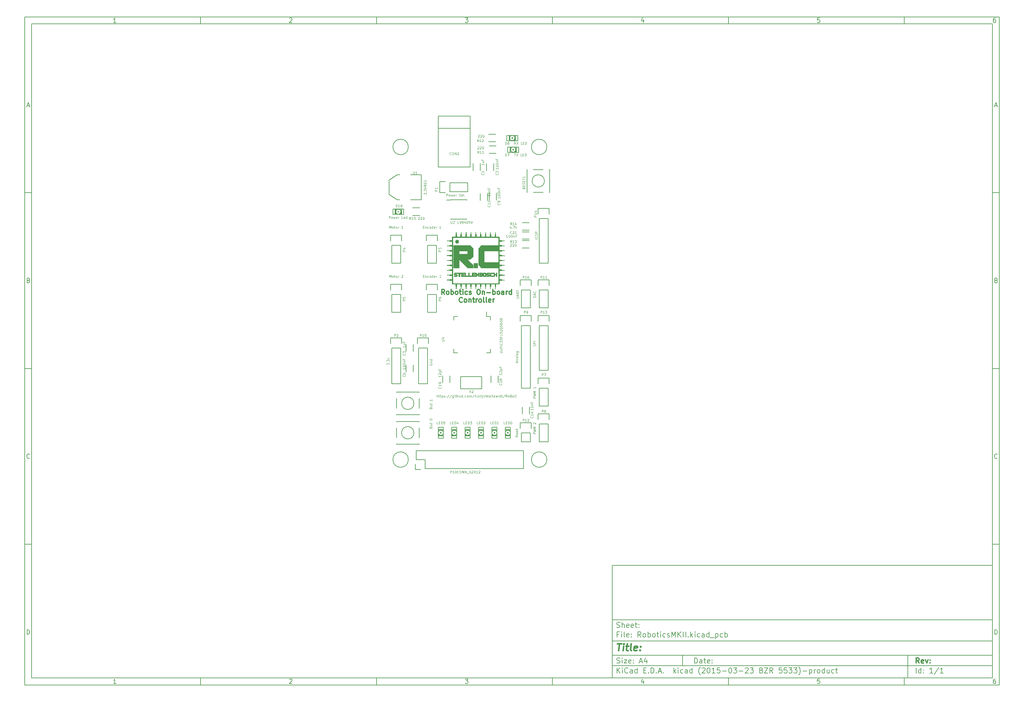
<source format=gbr>
G04 #@! TF.FileFunction,Legend,Top*
%FSLAX46Y46*%
G04 Gerber Fmt 4.6, Leading zero omitted, Abs format (unit mm)*
G04 Created by KiCad (PCBNEW (2015-03-23 BZR 5533)-product) date Thu 23 Apr 2015 16:19:24 SAST*
%MOMM*%
G01*
G04 APERTURE LIST*
%ADD10C,0.100000*%
%ADD11C,0.150000*%
%ADD12C,0.300000*%
%ADD13C,0.400000*%
%ADD14C,0.120000*%
G04 APERTURE END LIST*
D10*
D11*
X177002200Y-166007200D02*
X177002200Y-198007200D01*
X285002200Y-198007200D01*
X285002200Y-166007200D01*
X177002200Y-166007200D01*
D10*
D11*
X10000000Y-10000000D02*
X10000000Y-200007200D01*
X287002200Y-200007200D01*
X287002200Y-10000000D01*
X10000000Y-10000000D01*
D10*
D11*
X12000000Y-12000000D02*
X12000000Y-198007200D01*
X285002200Y-198007200D01*
X285002200Y-12000000D01*
X12000000Y-12000000D01*
D10*
D11*
X60000000Y-12000000D02*
X60000000Y-10000000D01*
D10*
D11*
X110000000Y-12000000D02*
X110000000Y-10000000D01*
D10*
D11*
X160000000Y-12000000D02*
X160000000Y-10000000D01*
D10*
D11*
X210000000Y-12000000D02*
X210000000Y-10000000D01*
D10*
D11*
X260000000Y-12000000D02*
X260000000Y-10000000D01*
D10*
D11*
X35990476Y-11588095D02*
X35247619Y-11588095D01*
X35619048Y-11588095D02*
X35619048Y-10288095D01*
X35495238Y-10473810D01*
X35371429Y-10597619D01*
X35247619Y-10659524D01*
D10*
D11*
X85247619Y-10411905D02*
X85309524Y-10350000D01*
X85433333Y-10288095D01*
X85742857Y-10288095D01*
X85866667Y-10350000D01*
X85928571Y-10411905D01*
X85990476Y-10535714D01*
X85990476Y-10659524D01*
X85928571Y-10845238D01*
X85185714Y-11588095D01*
X85990476Y-11588095D01*
D10*
D11*
X135185714Y-10288095D02*
X135990476Y-10288095D01*
X135557143Y-10783333D01*
X135742857Y-10783333D01*
X135866667Y-10845238D01*
X135928571Y-10907143D01*
X135990476Y-11030952D01*
X135990476Y-11340476D01*
X135928571Y-11464286D01*
X135866667Y-11526190D01*
X135742857Y-11588095D01*
X135371429Y-11588095D01*
X135247619Y-11526190D01*
X135185714Y-11464286D01*
D10*
D11*
X185866667Y-10721429D02*
X185866667Y-11588095D01*
X185557143Y-10226190D02*
X185247619Y-11154762D01*
X186052381Y-11154762D01*
D10*
D11*
X235928571Y-10288095D02*
X235309524Y-10288095D01*
X235247619Y-10907143D01*
X235309524Y-10845238D01*
X235433333Y-10783333D01*
X235742857Y-10783333D01*
X235866667Y-10845238D01*
X235928571Y-10907143D01*
X235990476Y-11030952D01*
X235990476Y-11340476D01*
X235928571Y-11464286D01*
X235866667Y-11526190D01*
X235742857Y-11588095D01*
X235433333Y-11588095D01*
X235309524Y-11526190D01*
X235247619Y-11464286D01*
D10*
D11*
X285866667Y-10288095D02*
X285619048Y-10288095D01*
X285495238Y-10350000D01*
X285433333Y-10411905D01*
X285309524Y-10597619D01*
X285247619Y-10845238D01*
X285247619Y-11340476D01*
X285309524Y-11464286D01*
X285371429Y-11526190D01*
X285495238Y-11588095D01*
X285742857Y-11588095D01*
X285866667Y-11526190D01*
X285928571Y-11464286D01*
X285990476Y-11340476D01*
X285990476Y-11030952D01*
X285928571Y-10907143D01*
X285866667Y-10845238D01*
X285742857Y-10783333D01*
X285495238Y-10783333D01*
X285371429Y-10845238D01*
X285309524Y-10907143D01*
X285247619Y-11030952D01*
D10*
D11*
X60000000Y-198007200D02*
X60000000Y-200007200D01*
D10*
D11*
X110000000Y-198007200D02*
X110000000Y-200007200D01*
D10*
D11*
X160000000Y-198007200D02*
X160000000Y-200007200D01*
D10*
D11*
X210000000Y-198007200D02*
X210000000Y-200007200D01*
D10*
D11*
X260000000Y-198007200D02*
X260000000Y-200007200D01*
D10*
D11*
X35990476Y-199595295D02*
X35247619Y-199595295D01*
X35619048Y-199595295D02*
X35619048Y-198295295D01*
X35495238Y-198481010D01*
X35371429Y-198604819D01*
X35247619Y-198666724D01*
D10*
D11*
X85247619Y-198419105D02*
X85309524Y-198357200D01*
X85433333Y-198295295D01*
X85742857Y-198295295D01*
X85866667Y-198357200D01*
X85928571Y-198419105D01*
X85990476Y-198542914D01*
X85990476Y-198666724D01*
X85928571Y-198852438D01*
X85185714Y-199595295D01*
X85990476Y-199595295D01*
D10*
D11*
X135185714Y-198295295D02*
X135990476Y-198295295D01*
X135557143Y-198790533D01*
X135742857Y-198790533D01*
X135866667Y-198852438D01*
X135928571Y-198914343D01*
X135990476Y-199038152D01*
X135990476Y-199347676D01*
X135928571Y-199471486D01*
X135866667Y-199533390D01*
X135742857Y-199595295D01*
X135371429Y-199595295D01*
X135247619Y-199533390D01*
X135185714Y-199471486D01*
D10*
D11*
X185866667Y-198728629D02*
X185866667Y-199595295D01*
X185557143Y-198233390D02*
X185247619Y-199161962D01*
X186052381Y-199161962D01*
D10*
D11*
X235928571Y-198295295D02*
X235309524Y-198295295D01*
X235247619Y-198914343D01*
X235309524Y-198852438D01*
X235433333Y-198790533D01*
X235742857Y-198790533D01*
X235866667Y-198852438D01*
X235928571Y-198914343D01*
X235990476Y-199038152D01*
X235990476Y-199347676D01*
X235928571Y-199471486D01*
X235866667Y-199533390D01*
X235742857Y-199595295D01*
X235433333Y-199595295D01*
X235309524Y-199533390D01*
X235247619Y-199471486D01*
D10*
D11*
X285866667Y-198295295D02*
X285619048Y-198295295D01*
X285495238Y-198357200D01*
X285433333Y-198419105D01*
X285309524Y-198604819D01*
X285247619Y-198852438D01*
X285247619Y-199347676D01*
X285309524Y-199471486D01*
X285371429Y-199533390D01*
X285495238Y-199595295D01*
X285742857Y-199595295D01*
X285866667Y-199533390D01*
X285928571Y-199471486D01*
X285990476Y-199347676D01*
X285990476Y-199038152D01*
X285928571Y-198914343D01*
X285866667Y-198852438D01*
X285742857Y-198790533D01*
X285495238Y-198790533D01*
X285371429Y-198852438D01*
X285309524Y-198914343D01*
X285247619Y-199038152D01*
D10*
D11*
X10000000Y-60000000D02*
X12000000Y-60000000D01*
D10*
D11*
X10000000Y-110000000D02*
X12000000Y-110000000D01*
D10*
D11*
X10000000Y-160000000D02*
X12000000Y-160000000D01*
D10*
D11*
X10690476Y-35216667D02*
X11309524Y-35216667D01*
X10566667Y-35588095D02*
X11000000Y-34288095D01*
X11433333Y-35588095D01*
D10*
D11*
X11092857Y-84907143D02*
X11278571Y-84969048D01*
X11340476Y-85030952D01*
X11402381Y-85154762D01*
X11402381Y-85340476D01*
X11340476Y-85464286D01*
X11278571Y-85526190D01*
X11154762Y-85588095D01*
X10659524Y-85588095D01*
X10659524Y-84288095D01*
X11092857Y-84288095D01*
X11216667Y-84350000D01*
X11278571Y-84411905D01*
X11340476Y-84535714D01*
X11340476Y-84659524D01*
X11278571Y-84783333D01*
X11216667Y-84845238D01*
X11092857Y-84907143D01*
X10659524Y-84907143D01*
D10*
D11*
X11402381Y-135464286D02*
X11340476Y-135526190D01*
X11154762Y-135588095D01*
X11030952Y-135588095D01*
X10845238Y-135526190D01*
X10721429Y-135402381D01*
X10659524Y-135278571D01*
X10597619Y-135030952D01*
X10597619Y-134845238D01*
X10659524Y-134597619D01*
X10721429Y-134473810D01*
X10845238Y-134350000D01*
X11030952Y-134288095D01*
X11154762Y-134288095D01*
X11340476Y-134350000D01*
X11402381Y-134411905D01*
D10*
D11*
X10659524Y-185588095D02*
X10659524Y-184288095D01*
X10969048Y-184288095D01*
X11154762Y-184350000D01*
X11278571Y-184473810D01*
X11340476Y-184597619D01*
X11402381Y-184845238D01*
X11402381Y-185030952D01*
X11340476Y-185278571D01*
X11278571Y-185402381D01*
X11154762Y-185526190D01*
X10969048Y-185588095D01*
X10659524Y-185588095D01*
D10*
D11*
X287002200Y-60000000D02*
X285002200Y-60000000D01*
D10*
D11*
X287002200Y-110000000D02*
X285002200Y-110000000D01*
D10*
D11*
X287002200Y-160000000D02*
X285002200Y-160000000D01*
D10*
D11*
X285692676Y-35216667D02*
X286311724Y-35216667D01*
X285568867Y-35588095D02*
X286002200Y-34288095D01*
X286435533Y-35588095D01*
D10*
D11*
X286095057Y-84907143D02*
X286280771Y-84969048D01*
X286342676Y-85030952D01*
X286404581Y-85154762D01*
X286404581Y-85340476D01*
X286342676Y-85464286D01*
X286280771Y-85526190D01*
X286156962Y-85588095D01*
X285661724Y-85588095D01*
X285661724Y-84288095D01*
X286095057Y-84288095D01*
X286218867Y-84350000D01*
X286280771Y-84411905D01*
X286342676Y-84535714D01*
X286342676Y-84659524D01*
X286280771Y-84783333D01*
X286218867Y-84845238D01*
X286095057Y-84907143D01*
X285661724Y-84907143D01*
D10*
D11*
X286404581Y-135464286D02*
X286342676Y-135526190D01*
X286156962Y-135588095D01*
X286033152Y-135588095D01*
X285847438Y-135526190D01*
X285723629Y-135402381D01*
X285661724Y-135278571D01*
X285599819Y-135030952D01*
X285599819Y-134845238D01*
X285661724Y-134597619D01*
X285723629Y-134473810D01*
X285847438Y-134350000D01*
X286033152Y-134288095D01*
X286156962Y-134288095D01*
X286342676Y-134350000D01*
X286404581Y-134411905D01*
D10*
D11*
X285661724Y-185588095D02*
X285661724Y-184288095D01*
X285971248Y-184288095D01*
X286156962Y-184350000D01*
X286280771Y-184473810D01*
X286342676Y-184597619D01*
X286404581Y-184845238D01*
X286404581Y-185030952D01*
X286342676Y-185278571D01*
X286280771Y-185402381D01*
X286156962Y-185526190D01*
X285971248Y-185588095D01*
X285661724Y-185588095D01*
D10*
D11*
X200359343Y-193785771D02*
X200359343Y-192285771D01*
X200716486Y-192285771D01*
X200930771Y-192357200D01*
X201073629Y-192500057D01*
X201145057Y-192642914D01*
X201216486Y-192928629D01*
X201216486Y-193142914D01*
X201145057Y-193428629D01*
X201073629Y-193571486D01*
X200930771Y-193714343D01*
X200716486Y-193785771D01*
X200359343Y-193785771D01*
X202502200Y-193785771D02*
X202502200Y-193000057D01*
X202430771Y-192857200D01*
X202287914Y-192785771D01*
X202002200Y-192785771D01*
X201859343Y-192857200D01*
X202502200Y-193714343D02*
X202359343Y-193785771D01*
X202002200Y-193785771D01*
X201859343Y-193714343D01*
X201787914Y-193571486D01*
X201787914Y-193428629D01*
X201859343Y-193285771D01*
X202002200Y-193214343D01*
X202359343Y-193214343D01*
X202502200Y-193142914D01*
X203002200Y-192785771D02*
X203573629Y-192785771D01*
X203216486Y-192285771D02*
X203216486Y-193571486D01*
X203287914Y-193714343D01*
X203430772Y-193785771D01*
X203573629Y-193785771D01*
X204645057Y-193714343D02*
X204502200Y-193785771D01*
X204216486Y-193785771D01*
X204073629Y-193714343D01*
X204002200Y-193571486D01*
X204002200Y-193000057D01*
X204073629Y-192857200D01*
X204216486Y-192785771D01*
X204502200Y-192785771D01*
X204645057Y-192857200D01*
X204716486Y-193000057D01*
X204716486Y-193142914D01*
X204002200Y-193285771D01*
X205359343Y-193642914D02*
X205430771Y-193714343D01*
X205359343Y-193785771D01*
X205287914Y-193714343D01*
X205359343Y-193642914D01*
X205359343Y-193785771D01*
X205359343Y-192857200D02*
X205430771Y-192928629D01*
X205359343Y-193000057D01*
X205287914Y-192928629D01*
X205359343Y-192857200D01*
X205359343Y-193000057D01*
D10*
D11*
X177002200Y-194507200D02*
X285002200Y-194507200D01*
D10*
D11*
X178359343Y-196585771D02*
X178359343Y-195085771D01*
X179216486Y-196585771D02*
X178573629Y-195728629D01*
X179216486Y-195085771D02*
X178359343Y-195942914D01*
X179859343Y-196585771D02*
X179859343Y-195585771D01*
X179859343Y-195085771D02*
X179787914Y-195157200D01*
X179859343Y-195228629D01*
X179930771Y-195157200D01*
X179859343Y-195085771D01*
X179859343Y-195228629D01*
X181430772Y-196442914D02*
X181359343Y-196514343D01*
X181145057Y-196585771D01*
X181002200Y-196585771D01*
X180787915Y-196514343D01*
X180645057Y-196371486D01*
X180573629Y-196228629D01*
X180502200Y-195942914D01*
X180502200Y-195728629D01*
X180573629Y-195442914D01*
X180645057Y-195300057D01*
X180787915Y-195157200D01*
X181002200Y-195085771D01*
X181145057Y-195085771D01*
X181359343Y-195157200D01*
X181430772Y-195228629D01*
X182716486Y-196585771D02*
X182716486Y-195800057D01*
X182645057Y-195657200D01*
X182502200Y-195585771D01*
X182216486Y-195585771D01*
X182073629Y-195657200D01*
X182716486Y-196514343D02*
X182573629Y-196585771D01*
X182216486Y-196585771D01*
X182073629Y-196514343D01*
X182002200Y-196371486D01*
X182002200Y-196228629D01*
X182073629Y-196085771D01*
X182216486Y-196014343D01*
X182573629Y-196014343D01*
X182716486Y-195942914D01*
X184073629Y-196585771D02*
X184073629Y-195085771D01*
X184073629Y-196514343D02*
X183930772Y-196585771D01*
X183645058Y-196585771D01*
X183502200Y-196514343D01*
X183430772Y-196442914D01*
X183359343Y-196300057D01*
X183359343Y-195871486D01*
X183430772Y-195728629D01*
X183502200Y-195657200D01*
X183645058Y-195585771D01*
X183930772Y-195585771D01*
X184073629Y-195657200D01*
X185930772Y-195800057D02*
X186430772Y-195800057D01*
X186645058Y-196585771D02*
X185930772Y-196585771D01*
X185930772Y-195085771D01*
X186645058Y-195085771D01*
X187287915Y-196442914D02*
X187359343Y-196514343D01*
X187287915Y-196585771D01*
X187216486Y-196514343D01*
X187287915Y-196442914D01*
X187287915Y-196585771D01*
X188002201Y-196585771D02*
X188002201Y-195085771D01*
X188359344Y-195085771D01*
X188573629Y-195157200D01*
X188716487Y-195300057D01*
X188787915Y-195442914D01*
X188859344Y-195728629D01*
X188859344Y-195942914D01*
X188787915Y-196228629D01*
X188716487Y-196371486D01*
X188573629Y-196514343D01*
X188359344Y-196585771D01*
X188002201Y-196585771D01*
X189502201Y-196442914D02*
X189573629Y-196514343D01*
X189502201Y-196585771D01*
X189430772Y-196514343D01*
X189502201Y-196442914D01*
X189502201Y-196585771D01*
X190145058Y-196157200D02*
X190859344Y-196157200D01*
X190002201Y-196585771D02*
X190502201Y-195085771D01*
X191002201Y-196585771D01*
X191502201Y-196442914D02*
X191573629Y-196514343D01*
X191502201Y-196585771D01*
X191430772Y-196514343D01*
X191502201Y-196442914D01*
X191502201Y-196585771D01*
X194502201Y-196585771D02*
X194502201Y-195085771D01*
X194645058Y-196014343D02*
X195073629Y-196585771D01*
X195073629Y-195585771D02*
X194502201Y-196157200D01*
X195716487Y-196585771D02*
X195716487Y-195585771D01*
X195716487Y-195085771D02*
X195645058Y-195157200D01*
X195716487Y-195228629D01*
X195787915Y-195157200D01*
X195716487Y-195085771D01*
X195716487Y-195228629D01*
X197073630Y-196514343D02*
X196930773Y-196585771D01*
X196645059Y-196585771D01*
X196502201Y-196514343D01*
X196430773Y-196442914D01*
X196359344Y-196300057D01*
X196359344Y-195871486D01*
X196430773Y-195728629D01*
X196502201Y-195657200D01*
X196645059Y-195585771D01*
X196930773Y-195585771D01*
X197073630Y-195657200D01*
X198359344Y-196585771D02*
X198359344Y-195800057D01*
X198287915Y-195657200D01*
X198145058Y-195585771D01*
X197859344Y-195585771D01*
X197716487Y-195657200D01*
X198359344Y-196514343D02*
X198216487Y-196585771D01*
X197859344Y-196585771D01*
X197716487Y-196514343D01*
X197645058Y-196371486D01*
X197645058Y-196228629D01*
X197716487Y-196085771D01*
X197859344Y-196014343D01*
X198216487Y-196014343D01*
X198359344Y-195942914D01*
X199716487Y-196585771D02*
X199716487Y-195085771D01*
X199716487Y-196514343D02*
X199573630Y-196585771D01*
X199287916Y-196585771D01*
X199145058Y-196514343D01*
X199073630Y-196442914D01*
X199002201Y-196300057D01*
X199002201Y-195871486D01*
X199073630Y-195728629D01*
X199145058Y-195657200D01*
X199287916Y-195585771D01*
X199573630Y-195585771D01*
X199716487Y-195657200D01*
X202002201Y-197157200D02*
X201930773Y-197085771D01*
X201787916Y-196871486D01*
X201716487Y-196728629D01*
X201645058Y-196514343D01*
X201573630Y-196157200D01*
X201573630Y-195871486D01*
X201645058Y-195514343D01*
X201716487Y-195300057D01*
X201787916Y-195157200D01*
X201930773Y-194942914D01*
X202002201Y-194871486D01*
X202502201Y-195228629D02*
X202573630Y-195157200D01*
X202716487Y-195085771D01*
X203073630Y-195085771D01*
X203216487Y-195157200D01*
X203287916Y-195228629D01*
X203359344Y-195371486D01*
X203359344Y-195514343D01*
X203287916Y-195728629D01*
X202430773Y-196585771D01*
X203359344Y-196585771D01*
X204287915Y-195085771D02*
X204430772Y-195085771D01*
X204573629Y-195157200D01*
X204645058Y-195228629D01*
X204716487Y-195371486D01*
X204787915Y-195657200D01*
X204787915Y-196014343D01*
X204716487Y-196300057D01*
X204645058Y-196442914D01*
X204573629Y-196514343D01*
X204430772Y-196585771D01*
X204287915Y-196585771D01*
X204145058Y-196514343D01*
X204073629Y-196442914D01*
X204002201Y-196300057D01*
X203930772Y-196014343D01*
X203930772Y-195657200D01*
X204002201Y-195371486D01*
X204073629Y-195228629D01*
X204145058Y-195157200D01*
X204287915Y-195085771D01*
X206216486Y-196585771D02*
X205359343Y-196585771D01*
X205787915Y-196585771D02*
X205787915Y-195085771D01*
X205645058Y-195300057D01*
X205502200Y-195442914D01*
X205359343Y-195514343D01*
X207573629Y-195085771D02*
X206859343Y-195085771D01*
X206787914Y-195800057D01*
X206859343Y-195728629D01*
X207002200Y-195657200D01*
X207359343Y-195657200D01*
X207502200Y-195728629D01*
X207573629Y-195800057D01*
X207645057Y-195942914D01*
X207645057Y-196300057D01*
X207573629Y-196442914D01*
X207502200Y-196514343D01*
X207359343Y-196585771D01*
X207002200Y-196585771D01*
X206859343Y-196514343D01*
X206787914Y-196442914D01*
X208287914Y-196014343D02*
X209430771Y-196014343D01*
X210430771Y-195085771D02*
X210573628Y-195085771D01*
X210716485Y-195157200D01*
X210787914Y-195228629D01*
X210859343Y-195371486D01*
X210930771Y-195657200D01*
X210930771Y-196014343D01*
X210859343Y-196300057D01*
X210787914Y-196442914D01*
X210716485Y-196514343D01*
X210573628Y-196585771D01*
X210430771Y-196585771D01*
X210287914Y-196514343D01*
X210216485Y-196442914D01*
X210145057Y-196300057D01*
X210073628Y-196014343D01*
X210073628Y-195657200D01*
X210145057Y-195371486D01*
X210216485Y-195228629D01*
X210287914Y-195157200D01*
X210430771Y-195085771D01*
X211430771Y-195085771D02*
X212359342Y-195085771D01*
X211859342Y-195657200D01*
X212073628Y-195657200D01*
X212216485Y-195728629D01*
X212287914Y-195800057D01*
X212359342Y-195942914D01*
X212359342Y-196300057D01*
X212287914Y-196442914D01*
X212216485Y-196514343D01*
X212073628Y-196585771D01*
X211645056Y-196585771D01*
X211502199Y-196514343D01*
X211430771Y-196442914D01*
X213002199Y-196014343D02*
X214145056Y-196014343D01*
X214787913Y-195228629D02*
X214859342Y-195157200D01*
X215002199Y-195085771D01*
X215359342Y-195085771D01*
X215502199Y-195157200D01*
X215573628Y-195228629D01*
X215645056Y-195371486D01*
X215645056Y-195514343D01*
X215573628Y-195728629D01*
X214716485Y-196585771D01*
X215645056Y-196585771D01*
X216145056Y-195085771D02*
X217073627Y-195085771D01*
X216573627Y-195657200D01*
X216787913Y-195657200D01*
X216930770Y-195728629D01*
X217002199Y-195800057D01*
X217073627Y-195942914D01*
X217073627Y-196300057D01*
X217002199Y-196442914D01*
X216930770Y-196514343D01*
X216787913Y-196585771D01*
X216359341Y-196585771D01*
X216216484Y-196514343D01*
X216145056Y-196442914D01*
X219359341Y-195800057D02*
X219573627Y-195871486D01*
X219645055Y-195942914D01*
X219716484Y-196085771D01*
X219716484Y-196300057D01*
X219645055Y-196442914D01*
X219573627Y-196514343D01*
X219430769Y-196585771D01*
X218859341Y-196585771D01*
X218859341Y-195085771D01*
X219359341Y-195085771D01*
X219502198Y-195157200D01*
X219573627Y-195228629D01*
X219645055Y-195371486D01*
X219645055Y-195514343D01*
X219573627Y-195657200D01*
X219502198Y-195728629D01*
X219359341Y-195800057D01*
X218859341Y-195800057D01*
X220216484Y-195085771D02*
X221216484Y-195085771D01*
X220216484Y-196585771D01*
X221216484Y-196585771D01*
X222645055Y-196585771D02*
X222145055Y-195871486D01*
X221787912Y-196585771D02*
X221787912Y-195085771D01*
X222359340Y-195085771D01*
X222502198Y-195157200D01*
X222573626Y-195228629D01*
X222645055Y-195371486D01*
X222645055Y-195585771D01*
X222573626Y-195728629D01*
X222502198Y-195800057D01*
X222359340Y-195871486D01*
X221787912Y-195871486D01*
X225145055Y-195085771D02*
X224430769Y-195085771D01*
X224359340Y-195800057D01*
X224430769Y-195728629D01*
X224573626Y-195657200D01*
X224930769Y-195657200D01*
X225073626Y-195728629D01*
X225145055Y-195800057D01*
X225216483Y-195942914D01*
X225216483Y-196300057D01*
X225145055Y-196442914D01*
X225073626Y-196514343D01*
X224930769Y-196585771D01*
X224573626Y-196585771D01*
X224430769Y-196514343D01*
X224359340Y-196442914D01*
X226573626Y-195085771D02*
X225859340Y-195085771D01*
X225787911Y-195800057D01*
X225859340Y-195728629D01*
X226002197Y-195657200D01*
X226359340Y-195657200D01*
X226502197Y-195728629D01*
X226573626Y-195800057D01*
X226645054Y-195942914D01*
X226645054Y-196300057D01*
X226573626Y-196442914D01*
X226502197Y-196514343D01*
X226359340Y-196585771D01*
X226002197Y-196585771D01*
X225859340Y-196514343D01*
X225787911Y-196442914D01*
X227145054Y-195085771D02*
X228073625Y-195085771D01*
X227573625Y-195657200D01*
X227787911Y-195657200D01*
X227930768Y-195728629D01*
X228002197Y-195800057D01*
X228073625Y-195942914D01*
X228073625Y-196300057D01*
X228002197Y-196442914D01*
X227930768Y-196514343D01*
X227787911Y-196585771D01*
X227359339Y-196585771D01*
X227216482Y-196514343D01*
X227145054Y-196442914D01*
X228573625Y-195085771D02*
X229502196Y-195085771D01*
X229002196Y-195657200D01*
X229216482Y-195657200D01*
X229359339Y-195728629D01*
X229430768Y-195800057D01*
X229502196Y-195942914D01*
X229502196Y-196300057D01*
X229430768Y-196442914D01*
X229359339Y-196514343D01*
X229216482Y-196585771D01*
X228787910Y-196585771D01*
X228645053Y-196514343D01*
X228573625Y-196442914D01*
X230002196Y-197157200D02*
X230073624Y-197085771D01*
X230216481Y-196871486D01*
X230287910Y-196728629D01*
X230359339Y-196514343D01*
X230430767Y-196157200D01*
X230430767Y-195871486D01*
X230359339Y-195514343D01*
X230287910Y-195300057D01*
X230216481Y-195157200D01*
X230073624Y-194942914D01*
X230002196Y-194871486D01*
X231145053Y-196014343D02*
X232287910Y-196014343D01*
X233002196Y-195585771D02*
X233002196Y-197085771D01*
X233002196Y-195657200D02*
X233145053Y-195585771D01*
X233430767Y-195585771D01*
X233573624Y-195657200D01*
X233645053Y-195728629D01*
X233716482Y-195871486D01*
X233716482Y-196300057D01*
X233645053Y-196442914D01*
X233573624Y-196514343D01*
X233430767Y-196585771D01*
X233145053Y-196585771D01*
X233002196Y-196514343D01*
X234359339Y-196585771D02*
X234359339Y-195585771D01*
X234359339Y-195871486D02*
X234430767Y-195728629D01*
X234502196Y-195657200D01*
X234645053Y-195585771D01*
X234787910Y-195585771D01*
X235502196Y-196585771D02*
X235359338Y-196514343D01*
X235287910Y-196442914D01*
X235216481Y-196300057D01*
X235216481Y-195871486D01*
X235287910Y-195728629D01*
X235359338Y-195657200D01*
X235502196Y-195585771D01*
X235716481Y-195585771D01*
X235859338Y-195657200D01*
X235930767Y-195728629D01*
X236002196Y-195871486D01*
X236002196Y-196300057D01*
X235930767Y-196442914D01*
X235859338Y-196514343D01*
X235716481Y-196585771D01*
X235502196Y-196585771D01*
X237287910Y-196585771D02*
X237287910Y-195085771D01*
X237287910Y-196514343D02*
X237145053Y-196585771D01*
X236859339Y-196585771D01*
X236716481Y-196514343D01*
X236645053Y-196442914D01*
X236573624Y-196300057D01*
X236573624Y-195871486D01*
X236645053Y-195728629D01*
X236716481Y-195657200D01*
X236859339Y-195585771D01*
X237145053Y-195585771D01*
X237287910Y-195657200D01*
X238645053Y-195585771D02*
X238645053Y-196585771D01*
X238002196Y-195585771D02*
X238002196Y-196371486D01*
X238073624Y-196514343D01*
X238216482Y-196585771D01*
X238430767Y-196585771D01*
X238573624Y-196514343D01*
X238645053Y-196442914D01*
X240002196Y-196514343D02*
X239859339Y-196585771D01*
X239573625Y-196585771D01*
X239430767Y-196514343D01*
X239359339Y-196442914D01*
X239287910Y-196300057D01*
X239287910Y-195871486D01*
X239359339Y-195728629D01*
X239430767Y-195657200D01*
X239573625Y-195585771D01*
X239859339Y-195585771D01*
X240002196Y-195657200D01*
X240430767Y-195585771D02*
X241002196Y-195585771D01*
X240645053Y-195085771D02*
X240645053Y-196371486D01*
X240716481Y-196514343D01*
X240859339Y-196585771D01*
X241002196Y-196585771D01*
D10*
D11*
X177002200Y-191507200D02*
X285002200Y-191507200D01*
D10*
D12*
X264216486Y-193785771D02*
X263716486Y-193071486D01*
X263359343Y-193785771D02*
X263359343Y-192285771D01*
X263930771Y-192285771D01*
X264073629Y-192357200D01*
X264145057Y-192428629D01*
X264216486Y-192571486D01*
X264216486Y-192785771D01*
X264145057Y-192928629D01*
X264073629Y-193000057D01*
X263930771Y-193071486D01*
X263359343Y-193071486D01*
X265430771Y-193714343D02*
X265287914Y-193785771D01*
X265002200Y-193785771D01*
X264859343Y-193714343D01*
X264787914Y-193571486D01*
X264787914Y-193000057D01*
X264859343Y-192857200D01*
X265002200Y-192785771D01*
X265287914Y-192785771D01*
X265430771Y-192857200D01*
X265502200Y-193000057D01*
X265502200Y-193142914D01*
X264787914Y-193285771D01*
X266002200Y-192785771D02*
X266359343Y-193785771D01*
X266716485Y-192785771D01*
X267287914Y-193642914D02*
X267359342Y-193714343D01*
X267287914Y-193785771D01*
X267216485Y-193714343D01*
X267287914Y-193642914D01*
X267287914Y-193785771D01*
X267287914Y-192857200D02*
X267359342Y-192928629D01*
X267287914Y-193000057D01*
X267216485Y-192928629D01*
X267287914Y-192857200D01*
X267287914Y-193000057D01*
D10*
D11*
X178287914Y-193714343D02*
X178502200Y-193785771D01*
X178859343Y-193785771D01*
X179002200Y-193714343D01*
X179073629Y-193642914D01*
X179145057Y-193500057D01*
X179145057Y-193357200D01*
X179073629Y-193214343D01*
X179002200Y-193142914D01*
X178859343Y-193071486D01*
X178573629Y-193000057D01*
X178430771Y-192928629D01*
X178359343Y-192857200D01*
X178287914Y-192714343D01*
X178287914Y-192571486D01*
X178359343Y-192428629D01*
X178430771Y-192357200D01*
X178573629Y-192285771D01*
X178930771Y-192285771D01*
X179145057Y-192357200D01*
X179787914Y-193785771D02*
X179787914Y-192785771D01*
X179787914Y-192285771D02*
X179716485Y-192357200D01*
X179787914Y-192428629D01*
X179859342Y-192357200D01*
X179787914Y-192285771D01*
X179787914Y-192428629D01*
X180359343Y-192785771D02*
X181145057Y-192785771D01*
X180359343Y-193785771D01*
X181145057Y-193785771D01*
X182287914Y-193714343D02*
X182145057Y-193785771D01*
X181859343Y-193785771D01*
X181716486Y-193714343D01*
X181645057Y-193571486D01*
X181645057Y-193000057D01*
X181716486Y-192857200D01*
X181859343Y-192785771D01*
X182145057Y-192785771D01*
X182287914Y-192857200D01*
X182359343Y-193000057D01*
X182359343Y-193142914D01*
X181645057Y-193285771D01*
X183002200Y-193642914D02*
X183073628Y-193714343D01*
X183002200Y-193785771D01*
X182930771Y-193714343D01*
X183002200Y-193642914D01*
X183002200Y-193785771D01*
X183002200Y-192857200D02*
X183073628Y-192928629D01*
X183002200Y-193000057D01*
X182930771Y-192928629D01*
X183002200Y-192857200D01*
X183002200Y-193000057D01*
X184787914Y-193357200D02*
X185502200Y-193357200D01*
X184645057Y-193785771D02*
X185145057Y-192285771D01*
X185645057Y-193785771D01*
X186787914Y-192785771D02*
X186787914Y-193785771D01*
X186430771Y-192214343D02*
X186073628Y-193285771D01*
X187002200Y-193285771D01*
D10*
D11*
X263359343Y-196585771D02*
X263359343Y-195085771D01*
X264716486Y-196585771D02*
X264716486Y-195085771D01*
X264716486Y-196514343D02*
X264573629Y-196585771D01*
X264287915Y-196585771D01*
X264145057Y-196514343D01*
X264073629Y-196442914D01*
X264002200Y-196300057D01*
X264002200Y-195871486D01*
X264073629Y-195728629D01*
X264145057Y-195657200D01*
X264287915Y-195585771D01*
X264573629Y-195585771D01*
X264716486Y-195657200D01*
X265430772Y-196442914D02*
X265502200Y-196514343D01*
X265430772Y-196585771D01*
X265359343Y-196514343D01*
X265430772Y-196442914D01*
X265430772Y-196585771D01*
X265430772Y-195657200D02*
X265502200Y-195728629D01*
X265430772Y-195800057D01*
X265359343Y-195728629D01*
X265430772Y-195657200D01*
X265430772Y-195800057D01*
X268073629Y-196585771D02*
X267216486Y-196585771D01*
X267645058Y-196585771D02*
X267645058Y-195085771D01*
X267502201Y-195300057D01*
X267359343Y-195442914D01*
X267216486Y-195514343D01*
X269787914Y-195014343D02*
X268502200Y-196942914D01*
X271073629Y-196585771D02*
X270216486Y-196585771D01*
X270645058Y-196585771D02*
X270645058Y-195085771D01*
X270502201Y-195300057D01*
X270359343Y-195442914D01*
X270216486Y-195514343D01*
D10*
D11*
X177002200Y-187507200D02*
X285002200Y-187507200D01*
D10*
D13*
X178454581Y-188211962D02*
X179597438Y-188211962D01*
X178776010Y-190211962D02*
X179026010Y-188211962D01*
X180014105Y-190211962D02*
X180180771Y-188878629D01*
X180264105Y-188211962D02*
X180156962Y-188307200D01*
X180240295Y-188402438D01*
X180347439Y-188307200D01*
X180264105Y-188211962D01*
X180240295Y-188402438D01*
X180847438Y-188878629D02*
X181609343Y-188878629D01*
X181216486Y-188211962D02*
X181002200Y-189926248D01*
X181073630Y-190116724D01*
X181252201Y-190211962D01*
X181442677Y-190211962D01*
X182395058Y-190211962D02*
X182216487Y-190116724D01*
X182145057Y-189926248D01*
X182359343Y-188211962D01*
X183930772Y-190116724D02*
X183728391Y-190211962D01*
X183347439Y-190211962D01*
X183168867Y-190116724D01*
X183097438Y-189926248D01*
X183192676Y-189164343D01*
X183311724Y-188973867D01*
X183514105Y-188878629D01*
X183895057Y-188878629D01*
X184073629Y-188973867D01*
X184145057Y-189164343D01*
X184121248Y-189354819D01*
X183145057Y-189545295D01*
X184895057Y-190021486D02*
X184978392Y-190116724D01*
X184871248Y-190211962D01*
X184787915Y-190116724D01*
X184895057Y-190021486D01*
X184871248Y-190211962D01*
X185026010Y-188973867D02*
X185109344Y-189069105D01*
X185002200Y-189164343D01*
X184918867Y-189069105D01*
X185026010Y-188973867D01*
X185002200Y-189164343D01*
D10*
D11*
X178859343Y-185600057D02*
X178359343Y-185600057D01*
X178359343Y-186385771D02*
X178359343Y-184885771D01*
X179073629Y-184885771D01*
X179645057Y-186385771D02*
X179645057Y-185385771D01*
X179645057Y-184885771D02*
X179573628Y-184957200D01*
X179645057Y-185028629D01*
X179716485Y-184957200D01*
X179645057Y-184885771D01*
X179645057Y-185028629D01*
X180573629Y-186385771D02*
X180430771Y-186314343D01*
X180359343Y-186171486D01*
X180359343Y-184885771D01*
X181716485Y-186314343D02*
X181573628Y-186385771D01*
X181287914Y-186385771D01*
X181145057Y-186314343D01*
X181073628Y-186171486D01*
X181073628Y-185600057D01*
X181145057Y-185457200D01*
X181287914Y-185385771D01*
X181573628Y-185385771D01*
X181716485Y-185457200D01*
X181787914Y-185600057D01*
X181787914Y-185742914D01*
X181073628Y-185885771D01*
X182430771Y-186242914D02*
X182502199Y-186314343D01*
X182430771Y-186385771D01*
X182359342Y-186314343D01*
X182430771Y-186242914D01*
X182430771Y-186385771D01*
X182430771Y-185457200D02*
X182502199Y-185528629D01*
X182430771Y-185600057D01*
X182359342Y-185528629D01*
X182430771Y-185457200D01*
X182430771Y-185600057D01*
X185145057Y-186385771D02*
X184645057Y-185671486D01*
X184287914Y-186385771D02*
X184287914Y-184885771D01*
X184859342Y-184885771D01*
X185002200Y-184957200D01*
X185073628Y-185028629D01*
X185145057Y-185171486D01*
X185145057Y-185385771D01*
X185073628Y-185528629D01*
X185002200Y-185600057D01*
X184859342Y-185671486D01*
X184287914Y-185671486D01*
X186002200Y-186385771D02*
X185859342Y-186314343D01*
X185787914Y-186242914D01*
X185716485Y-186100057D01*
X185716485Y-185671486D01*
X185787914Y-185528629D01*
X185859342Y-185457200D01*
X186002200Y-185385771D01*
X186216485Y-185385771D01*
X186359342Y-185457200D01*
X186430771Y-185528629D01*
X186502200Y-185671486D01*
X186502200Y-186100057D01*
X186430771Y-186242914D01*
X186359342Y-186314343D01*
X186216485Y-186385771D01*
X186002200Y-186385771D01*
X187145057Y-186385771D02*
X187145057Y-184885771D01*
X187145057Y-185457200D02*
X187287914Y-185385771D01*
X187573628Y-185385771D01*
X187716485Y-185457200D01*
X187787914Y-185528629D01*
X187859343Y-185671486D01*
X187859343Y-186100057D01*
X187787914Y-186242914D01*
X187716485Y-186314343D01*
X187573628Y-186385771D01*
X187287914Y-186385771D01*
X187145057Y-186314343D01*
X188716486Y-186385771D02*
X188573628Y-186314343D01*
X188502200Y-186242914D01*
X188430771Y-186100057D01*
X188430771Y-185671486D01*
X188502200Y-185528629D01*
X188573628Y-185457200D01*
X188716486Y-185385771D01*
X188930771Y-185385771D01*
X189073628Y-185457200D01*
X189145057Y-185528629D01*
X189216486Y-185671486D01*
X189216486Y-186100057D01*
X189145057Y-186242914D01*
X189073628Y-186314343D01*
X188930771Y-186385771D01*
X188716486Y-186385771D01*
X189645057Y-185385771D02*
X190216486Y-185385771D01*
X189859343Y-184885771D02*
X189859343Y-186171486D01*
X189930771Y-186314343D01*
X190073629Y-186385771D01*
X190216486Y-186385771D01*
X190716486Y-186385771D02*
X190716486Y-185385771D01*
X190716486Y-184885771D02*
X190645057Y-184957200D01*
X190716486Y-185028629D01*
X190787914Y-184957200D01*
X190716486Y-184885771D01*
X190716486Y-185028629D01*
X192073629Y-186314343D02*
X191930772Y-186385771D01*
X191645058Y-186385771D01*
X191502200Y-186314343D01*
X191430772Y-186242914D01*
X191359343Y-186100057D01*
X191359343Y-185671486D01*
X191430772Y-185528629D01*
X191502200Y-185457200D01*
X191645058Y-185385771D01*
X191930772Y-185385771D01*
X192073629Y-185457200D01*
X192645057Y-186314343D02*
X192787914Y-186385771D01*
X193073629Y-186385771D01*
X193216486Y-186314343D01*
X193287914Y-186171486D01*
X193287914Y-186100057D01*
X193216486Y-185957200D01*
X193073629Y-185885771D01*
X192859343Y-185885771D01*
X192716486Y-185814343D01*
X192645057Y-185671486D01*
X192645057Y-185600057D01*
X192716486Y-185457200D01*
X192859343Y-185385771D01*
X193073629Y-185385771D01*
X193216486Y-185457200D01*
X193930772Y-186385771D02*
X193930772Y-184885771D01*
X194430772Y-185957200D01*
X194930772Y-184885771D01*
X194930772Y-186385771D01*
X195645058Y-186385771D02*
X195645058Y-184885771D01*
X196502201Y-186385771D02*
X195859344Y-185528629D01*
X196502201Y-184885771D02*
X195645058Y-185742914D01*
X197145058Y-186385771D02*
X197145058Y-184885771D01*
X197859344Y-186385771D02*
X197859344Y-184885771D01*
X198573630Y-186242914D02*
X198645058Y-186314343D01*
X198573630Y-186385771D01*
X198502201Y-186314343D01*
X198573630Y-186242914D01*
X198573630Y-186385771D01*
X199287916Y-186385771D02*
X199287916Y-184885771D01*
X199430773Y-185814343D02*
X199859344Y-186385771D01*
X199859344Y-185385771D02*
X199287916Y-185957200D01*
X200502202Y-186385771D02*
X200502202Y-185385771D01*
X200502202Y-184885771D02*
X200430773Y-184957200D01*
X200502202Y-185028629D01*
X200573630Y-184957200D01*
X200502202Y-184885771D01*
X200502202Y-185028629D01*
X201859345Y-186314343D02*
X201716488Y-186385771D01*
X201430774Y-186385771D01*
X201287916Y-186314343D01*
X201216488Y-186242914D01*
X201145059Y-186100057D01*
X201145059Y-185671486D01*
X201216488Y-185528629D01*
X201287916Y-185457200D01*
X201430774Y-185385771D01*
X201716488Y-185385771D01*
X201859345Y-185457200D01*
X203145059Y-186385771D02*
X203145059Y-185600057D01*
X203073630Y-185457200D01*
X202930773Y-185385771D01*
X202645059Y-185385771D01*
X202502202Y-185457200D01*
X203145059Y-186314343D02*
X203002202Y-186385771D01*
X202645059Y-186385771D01*
X202502202Y-186314343D01*
X202430773Y-186171486D01*
X202430773Y-186028629D01*
X202502202Y-185885771D01*
X202645059Y-185814343D01*
X203002202Y-185814343D01*
X203145059Y-185742914D01*
X204502202Y-186385771D02*
X204502202Y-184885771D01*
X204502202Y-186314343D02*
X204359345Y-186385771D01*
X204073631Y-186385771D01*
X203930773Y-186314343D01*
X203859345Y-186242914D01*
X203787916Y-186100057D01*
X203787916Y-185671486D01*
X203859345Y-185528629D01*
X203930773Y-185457200D01*
X204073631Y-185385771D01*
X204359345Y-185385771D01*
X204502202Y-185457200D01*
X204859345Y-186528629D02*
X206002202Y-186528629D01*
X206359345Y-185385771D02*
X206359345Y-186885771D01*
X206359345Y-185457200D02*
X206502202Y-185385771D01*
X206787916Y-185385771D01*
X206930773Y-185457200D01*
X207002202Y-185528629D01*
X207073631Y-185671486D01*
X207073631Y-186100057D01*
X207002202Y-186242914D01*
X206930773Y-186314343D01*
X206787916Y-186385771D01*
X206502202Y-186385771D01*
X206359345Y-186314343D01*
X208359345Y-186314343D02*
X208216488Y-186385771D01*
X207930774Y-186385771D01*
X207787916Y-186314343D01*
X207716488Y-186242914D01*
X207645059Y-186100057D01*
X207645059Y-185671486D01*
X207716488Y-185528629D01*
X207787916Y-185457200D01*
X207930774Y-185385771D01*
X208216488Y-185385771D01*
X208359345Y-185457200D01*
X209002202Y-186385771D02*
X209002202Y-184885771D01*
X209002202Y-185457200D02*
X209145059Y-185385771D01*
X209430773Y-185385771D01*
X209573630Y-185457200D01*
X209645059Y-185528629D01*
X209716488Y-185671486D01*
X209716488Y-186100057D01*
X209645059Y-186242914D01*
X209573630Y-186314343D01*
X209430773Y-186385771D01*
X209145059Y-186385771D01*
X209002202Y-186314343D01*
D10*
D11*
X177002200Y-181507200D02*
X285002200Y-181507200D01*
D10*
D11*
X178287914Y-183614343D02*
X178502200Y-183685771D01*
X178859343Y-183685771D01*
X179002200Y-183614343D01*
X179073629Y-183542914D01*
X179145057Y-183400057D01*
X179145057Y-183257200D01*
X179073629Y-183114343D01*
X179002200Y-183042914D01*
X178859343Y-182971486D01*
X178573629Y-182900057D01*
X178430771Y-182828629D01*
X178359343Y-182757200D01*
X178287914Y-182614343D01*
X178287914Y-182471486D01*
X178359343Y-182328629D01*
X178430771Y-182257200D01*
X178573629Y-182185771D01*
X178930771Y-182185771D01*
X179145057Y-182257200D01*
X179787914Y-183685771D02*
X179787914Y-182185771D01*
X180430771Y-183685771D02*
X180430771Y-182900057D01*
X180359342Y-182757200D01*
X180216485Y-182685771D01*
X180002200Y-182685771D01*
X179859342Y-182757200D01*
X179787914Y-182828629D01*
X181716485Y-183614343D02*
X181573628Y-183685771D01*
X181287914Y-183685771D01*
X181145057Y-183614343D01*
X181073628Y-183471486D01*
X181073628Y-182900057D01*
X181145057Y-182757200D01*
X181287914Y-182685771D01*
X181573628Y-182685771D01*
X181716485Y-182757200D01*
X181787914Y-182900057D01*
X181787914Y-183042914D01*
X181073628Y-183185771D01*
X183002199Y-183614343D02*
X182859342Y-183685771D01*
X182573628Y-183685771D01*
X182430771Y-183614343D01*
X182359342Y-183471486D01*
X182359342Y-182900057D01*
X182430771Y-182757200D01*
X182573628Y-182685771D01*
X182859342Y-182685771D01*
X183002199Y-182757200D01*
X183073628Y-182900057D01*
X183073628Y-183042914D01*
X182359342Y-183185771D01*
X183502199Y-182685771D02*
X184073628Y-182685771D01*
X183716485Y-182185771D02*
X183716485Y-183471486D01*
X183787913Y-183614343D01*
X183930771Y-183685771D01*
X184073628Y-183685771D01*
X184573628Y-183542914D02*
X184645056Y-183614343D01*
X184573628Y-183685771D01*
X184502199Y-183614343D01*
X184573628Y-183542914D01*
X184573628Y-183685771D01*
X184573628Y-182757200D02*
X184645056Y-182828629D01*
X184573628Y-182900057D01*
X184502199Y-182828629D01*
X184573628Y-182757200D01*
X184573628Y-182900057D01*
D10*
D11*
X197002200Y-191507200D02*
X197002200Y-194507200D01*
D10*
D11*
X261002200Y-191507200D02*
X261002200Y-198007200D01*
D14*
X127113338Y-118172667D02*
X127113338Y-117472667D01*
X127413338Y-118172667D02*
X127413338Y-117806000D01*
X127380004Y-117739333D01*
X127313338Y-117706000D01*
X127213338Y-117706000D01*
X127146671Y-117739333D01*
X127113338Y-117772667D01*
X127646671Y-117706000D02*
X127913337Y-117706000D01*
X127746671Y-117472667D02*
X127746671Y-118072667D01*
X127780004Y-118139333D01*
X127846671Y-118172667D01*
X127913337Y-118172667D01*
X128046671Y-117706000D02*
X128313337Y-117706000D01*
X128146671Y-117472667D02*
X128146671Y-118072667D01*
X128180004Y-118139333D01*
X128246671Y-118172667D01*
X128313337Y-118172667D01*
X128546671Y-117706000D02*
X128546671Y-118406000D01*
X128546671Y-117739333D02*
X128613337Y-117706000D01*
X128746671Y-117706000D01*
X128813337Y-117739333D01*
X128846671Y-117772667D01*
X128880004Y-117839333D01*
X128880004Y-118039333D01*
X128846671Y-118106000D01*
X128813337Y-118139333D01*
X128746671Y-118172667D01*
X128613337Y-118172667D01*
X128546671Y-118139333D01*
X129146670Y-118139333D02*
X129213337Y-118172667D01*
X129346670Y-118172667D01*
X129413337Y-118139333D01*
X129446670Y-118072667D01*
X129446670Y-118039333D01*
X129413337Y-117972667D01*
X129346670Y-117939333D01*
X129246670Y-117939333D01*
X129180004Y-117906000D01*
X129146670Y-117839333D01*
X129146670Y-117806000D01*
X129180004Y-117739333D01*
X129246670Y-117706000D01*
X129346670Y-117706000D01*
X129413337Y-117739333D01*
X129746671Y-118106000D02*
X129780004Y-118139333D01*
X129746671Y-118172667D01*
X129713337Y-118139333D01*
X129746671Y-118106000D01*
X129746671Y-118172667D01*
X129746671Y-117739333D02*
X129780004Y-117772667D01*
X129746671Y-117806000D01*
X129713337Y-117772667D01*
X129746671Y-117739333D01*
X129746671Y-117806000D01*
X130580004Y-117439333D02*
X129980004Y-118339333D01*
X131313337Y-117439333D02*
X130713337Y-118339333D01*
X131846670Y-117706000D02*
X131846670Y-118272667D01*
X131813336Y-118339333D01*
X131780003Y-118372667D01*
X131713336Y-118406000D01*
X131613336Y-118406000D01*
X131546670Y-118372667D01*
X131846670Y-118139333D02*
X131780003Y-118172667D01*
X131646670Y-118172667D01*
X131580003Y-118139333D01*
X131546670Y-118106000D01*
X131513336Y-118039333D01*
X131513336Y-117839333D01*
X131546670Y-117772667D01*
X131580003Y-117739333D01*
X131646670Y-117706000D01*
X131780003Y-117706000D01*
X131846670Y-117739333D01*
X132180003Y-118172667D02*
X132180003Y-117706000D01*
X132180003Y-117472667D02*
X132146669Y-117506000D01*
X132180003Y-117539333D01*
X132213336Y-117506000D01*
X132180003Y-117472667D01*
X132180003Y-117539333D01*
X132413336Y-117706000D02*
X132680002Y-117706000D01*
X132513336Y-117472667D02*
X132513336Y-118072667D01*
X132546669Y-118139333D01*
X132613336Y-118172667D01*
X132680002Y-118172667D01*
X132913336Y-118172667D02*
X132913336Y-117472667D01*
X133213336Y-118172667D02*
X133213336Y-117806000D01*
X133180002Y-117739333D01*
X133113336Y-117706000D01*
X133013336Y-117706000D01*
X132946669Y-117739333D01*
X132913336Y-117772667D01*
X133846669Y-117706000D02*
X133846669Y-118172667D01*
X133546669Y-117706000D02*
X133546669Y-118072667D01*
X133580002Y-118139333D01*
X133646669Y-118172667D01*
X133746669Y-118172667D01*
X133813335Y-118139333D01*
X133846669Y-118106000D01*
X134180002Y-118172667D02*
X134180002Y-117472667D01*
X134180002Y-117739333D02*
X134246668Y-117706000D01*
X134380002Y-117706000D01*
X134446668Y-117739333D01*
X134480002Y-117772667D01*
X134513335Y-117839333D01*
X134513335Y-118039333D01*
X134480002Y-118106000D01*
X134446668Y-118139333D01*
X134380002Y-118172667D01*
X134246668Y-118172667D01*
X134180002Y-118139333D01*
X134813335Y-118106000D02*
X134846668Y-118139333D01*
X134813335Y-118172667D01*
X134780001Y-118139333D01*
X134813335Y-118106000D01*
X134813335Y-118172667D01*
X135446668Y-118139333D02*
X135380001Y-118172667D01*
X135246668Y-118172667D01*
X135180001Y-118139333D01*
X135146668Y-118106000D01*
X135113334Y-118039333D01*
X135113334Y-117839333D01*
X135146668Y-117772667D01*
X135180001Y-117739333D01*
X135246668Y-117706000D01*
X135380001Y-117706000D01*
X135446668Y-117739333D01*
X135846668Y-118172667D02*
X135780001Y-118139333D01*
X135746668Y-118106000D01*
X135713334Y-118039333D01*
X135713334Y-117839333D01*
X135746668Y-117772667D01*
X135780001Y-117739333D01*
X135846668Y-117706000D01*
X135946668Y-117706000D01*
X136013334Y-117739333D01*
X136046668Y-117772667D01*
X136080001Y-117839333D01*
X136080001Y-118039333D01*
X136046668Y-118106000D01*
X136013334Y-118139333D01*
X135946668Y-118172667D01*
X135846668Y-118172667D01*
X136380001Y-118172667D02*
X136380001Y-117706000D01*
X136380001Y-117772667D02*
X136413334Y-117739333D01*
X136480001Y-117706000D01*
X136580001Y-117706000D01*
X136646667Y-117739333D01*
X136680001Y-117806000D01*
X136680001Y-118172667D01*
X136680001Y-117806000D02*
X136713334Y-117739333D01*
X136780001Y-117706000D01*
X136880001Y-117706000D01*
X136946667Y-117739333D01*
X136980001Y-117806000D01*
X136980001Y-118172667D01*
X137813334Y-117439333D02*
X137213334Y-118339333D01*
X138046667Y-118172667D02*
X138046667Y-117472667D01*
X138446667Y-118172667D02*
X138146667Y-117772667D01*
X138446667Y-117472667D02*
X138046667Y-117872667D01*
X138846667Y-118172667D02*
X138780000Y-118139333D01*
X138746667Y-118106000D01*
X138713333Y-118039333D01*
X138713333Y-117839333D01*
X138746667Y-117772667D01*
X138780000Y-117739333D01*
X138846667Y-117706000D01*
X138946667Y-117706000D01*
X139013333Y-117739333D01*
X139046667Y-117772667D01*
X139080000Y-117839333D01*
X139080000Y-118039333D01*
X139046667Y-118106000D01*
X139013333Y-118139333D01*
X138946667Y-118172667D01*
X138846667Y-118172667D01*
X139480000Y-118172667D02*
X139413333Y-118139333D01*
X139380000Y-118072667D01*
X139380000Y-117472667D01*
X139746667Y-118172667D02*
X139746667Y-117706000D01*
X139746667Y-117472667D02*
X139713333Y-117506000D01*
X139746667Y-117539333D01*
X139780000Y-117506000D01*
X139746667Y-117472667D01*
X139746667Y-117539333D01*
X140080000Y-117706000D02*
X140080000Y-118306000D01*
X140046666Y-118372667D01*
X139980000Y-118406000D01*
X139946666Y-118406000D01*
X140080000Y-117472667D02*
X140046666Y-117506000D01*
X140080000Y-117539333D01*
X140113333Y-117506000D01*
X140080000Y-117472667D01*
X140080000Y-117539333D01*
X140413333Y-117706000D02*
X140413333Y-118172667D01*
X140413333Y-117772667D02*
X140446666Y-117739333D01*
X140513333Y-117706000D01*
X140613333Y-117706000D01*
X140679999Y-117739333D01*
X140713333Y-117806000D01*
X140713333Y-118172667D01*
X140979999Y-117472667D02*
X141146666Y-118172667D01*
X141279999Y-117672667D01*
X141413332Y-118172667D01*
X141579999Y-117472667D01*
X141946666Y-118172667D02*
X141879999Y-118139333D01*
X141846666Y-118106000D01*
X141813332Y-118039333D01*
X141813332Y-117839333D01*
X141846666Y-117772667D01*
X141879999Y-117739333D01*
X141946666Y-117706000D01*
X142046666Y-117706000D01*
X142113332Y-117739333D01*
X142146666Y-117772667D01*
X142179999Y-117839333D01*
X142179999Y-118039333D01*
X142146666Y-118106000D01*
X142113332Y-118139333D01*
X142046666Y-118172667D01*
X141946666Y-118172667D01*
X142579999Y-118172667D02*
X142513332Y-118139333D01*
X142479999Y-118072667D01*
X142479999Y-117472667D01*
X142746666Y-117706000D02*
X143013332Y-117706000D01*
X142846666Y-118172667D02*
X142846666Y-117572667D01*
X142879999Y-117506000D01*
X142946666Y-117472667D01*
X143013332Y-117472667D01*
X143546666Y-118172667D02*
X143546666Y-117806000D01*
X143513332Y-117739333D01*
X143446666Y-117706000D01*
X143313332Y-117706000D01*
X143246666Y-117739333D01*
X143546666Y-118139333D02*
X143479999Y-118172667D01*
X143313332Y-118172667D01*
X143246666Y-118139333D01*
X143213332Y-118072667D01*
X143213332Y-118006000D01*
X143246666Y-117939333D01*
X143313332Y-117906000D01*
X143479999Y-117906000D01*
X143546666Y-117872667D01*
X144179999Y-118172667D02*
X144179999Y-117806000D01*
X144146665Y-117739333D01*
X144079999Y-117706000D01*
X143946665Y-117706000D01*
X143879999Y-117739333D01*
X144179999Y-118139333D02*
X144113332Y-118172667D01*
X143946665Y-118172667D01*
X143879999Y-118139333D01*
X143846665Y-118072667D01*
X143846665Y-118006000D01*
X143879999Y-117939333D01*
X143946665Y-117906000D01*
X144113332Y-117906000D01*
X144179999Y-117872667D01*
X144513332Y-118172667D02*
X144513332Y-117706000D01*
X144513332Y-117839333D02*
X144546665Y-117772667D01*
X144579998Y-117739333D01*
X144646665Y-117706000D01*
X144713332Y-117706000D01*
X145246665Y-118172667D02*
X145246665Y-117472667D01*
X145246665Y-118139333D02*
X145179998Y-118172667D01*
X145046665Y-118172667D01*
X144979998Y-118139333D01*
X144946665Y-118106000D01*
X144913331Y-118039333D01*
X144913331Y-117839333D01*
X144946665Y-117772667D01*
X144979998Y-117739333D01*
X145046665Y-117706000D01*
X145179998Y-117706000D01*
X145246665Y-117739333D01*
X145479998Y-117706000D02*
X145746664Y-117706000D01*
X145579998Y-117472667D02*
X145579998Y-118072667D01*
X145613331Y-118139333D01*
X145679998Y-118172667D01*
X145746664Y-118172667D01*
X146479998Y-117439333D02*
X145879998Y-118339333D01*
X147113331Y-118172667D02*
X146879997Y-117839333D01*
X146713331Y-118172667D02*
X146713331Y-117472667D01*
X146979997Y-117472667D01*
X147046664Y-117506000D01*
X147079997Y-117539333D01*
X147113331Y-117606000D01*
X147113331Y-117706000D01*
X147079997Y-117772667D01*
X147046664Y-117806000D01*
X146979997Y-117839333D01*
X146713331Y-117839333D01*
X147513331Y-118172667D02*
X147446664Y-118139333D01*
X147413331Y-118106000D01*
X147379997Y-118039333D01*
X147379997Y-117839333D01*
X147413331Y-117772667D01*
X147446664Y-117739333D01*
X147513331Y-117706000D01*
X147613331Y-117706000D01*
X147679997Y-117739333D01*
X147713331Y-117772667D01*
X147746664Y-117839333D01*
X147746664Y-118039333D01*
X147713331Y-118106000D01*
X147679997Y-118139333D01*
X147613331Y-118172667D01*
X147513331Y-118172667D01*
X148279997Y-117806000D02*
X148379997Y-117839333D01*
X148413330Y-117872667D01*
X148446664Y-117939333D01*
X148446664Y-118039333D01*
X148413330Y-118106000D01*
X148379997Y-118139333D01*
X148313330Y-118172667D01*
X148046664Y-118172667D01*
X148046664Y-117472667D01*
X148279997Y-117472667D01*
X148346664Y-117506000D01*
X148379997Y-117539333D01*
X148413330Y-117606000D01*
X148413330Y-117672667D01*
X148379997Y-117739333D01*
X148346664Y-117772667D01*
X148279997Y-117806000D01*
X148046664Y-117806000D01*
X148846664Y-118172667D02*
X148779997Y-118139333D01*
X148746664Y-118106000D01*
X148713330Y-118039333D01*
X148713330Y-117839333D01*
X148746664Y-117772667D01*
X148779997Y-117739333D01*
X148846664Y-117706000D01*
X148946664Y-117706000D01*
X149013330Y-117739333D01*
X149046664Y-117772667D01*
X149079997Y-117839333D01*
X149079997Y-118039333D01*
X149046664Y-118106000D01*
X149013330Y-118139333D01*
X148946664Y-118172667D01*
X148846664Y-118172667D01*
X149779997Y-118106000D02*
X149746663Y-118139333D01*
X149646663Y-118172667D01*
X149579997Y-118172667D01*
X149479997Y-118139333D01*
X149413330Y-118072667D01*
X149379997Y-118006000D01*
X149346663Y-117872667D01*
X149346663Y-117772667D01*
X149379997Y-117639333D01*
X149413330Y-117572667D01*
X149479997Y-117506000D01*
X149579997Y-117472667D01*
X149646663Y-117472667D01*
X149746663Y-117506000D01*
X149779997Y-117539333D01*
D12*
X129329998Y-88911333D02*
X128863332Y-88244667D01*
X128529998Y-88911333D02*
X128529998Y-87511333D01*
X129063332Y-87511333D01*
X129196665Y-87578000D01*
X129263332Y-87644667D01*
X129329998Y-87778000D01*
X129329998Y-87978000D01*
X129263332Y-88111333D01*
X129196665Y-88178000D01*
X129063332Y-88244667D01*
X128529998Y-88244667D01*
X130129998Y-88911333D02*
X129996665Y-88844667D01*
X129929998Y-88778000D01*
X129863332Y-88644667D01*
X129863332Y-88244667D01*
X129929998Y-88111333D01*
X129996665Y-88044667D01*
X130129998Y-87978000D01*
X130329998Y-87978000D01*
X130463332Y-88044667D01*
X130529998Y-88111333D01*
X130596665Y-88244667D01*
X130596665Y-88644667D01*
X130529998Y-88778000D01*
X130463332Y-88844667D01*
X130329998Y-88911333D01*
X130129998Y-88911333D01*
X131196665Y-88911333D02*
X131196665Y-87511333D01*
X131196665Y-88044667D02*
X131329999Y-87978000D01*
X131596665Y-87978000D01*
X131729999Y-88044667D01*
X131796665Y-88111333D01*
X131863332Y-88244667D01*
X131863332Y-88644667D01*
X131796665Y-88778000D01*
X131729999Y-88844667D01*
X131596665Y-88911333D01*
X131329999Y-88911333D01*
X131196665Y-88844667D01*
X132663332Y-88911333D02*
X132529999Y-88844667D01*
X132463332Y-88778000D01*
X132396666Y-88644667D01*
X132396666Y-88244667D01*
X132463332Y-88111333D01*
X132529999Y-88044667D01*
X132663332Y-87978000D01*
X132863332Y-87978000D01*
X132996666Y-88044667D01*
X133063332Y-88111333D01*
X133129999Y-88244667D01*
X133129999Y-88644667D01*
X133063332Y-88778000D01*
X132996666Y-88844667D01*
X132863332Y-88911333D01*
X132663332Y-88911333D01*
X133529999Y-87978000D02*
X134063333Y-87978000D01*
X133729999Y-87511333D02*
X133729999Y-88711333D01*
X133796666Y-88844667D01*
X133929999Y-88911333D01*
X134063333Y-88911333D01*
X134529999Y-88911333D02*
X134529999Y-87978000D01*
X134529999Y-87511333D02*
X134463333Y-87578000D01*
X134529999Y-87644667D01*
X134596666Y-87578000D01*
X134529999Y-87511333D01*
X134529999Y-87644667D01*
X135796666Y-88844667D02*
X135663333Y-88911333D01*
X135396666Y-88911333D01*
X135263333Y-88844667D01*
X135196666Y-88778000D01*
X135130000Y-88644667D01*
X135130000Y-88244667D01*
X135196666Y-88111333D01*
X135263333Y-88044667D01*
X135396666Y-87978000D01*
X135663333Y-87978000D01*
X135796666Y-88044667D01*
X136330000Y-88844667D02*
X136463333Y-88911333D01*
X136730000Y-88911333D01*
X136863333Y-88844667D01*
X136930000Y-88711333D01*
X136930000Y-88644667D01*
X136863333Y-88511333D01*
X136730000Y-88444667D01*
X136530000Y-88444667D01*
X136396666Y-88378000D01*
X136330000Y-88244667D01*
X136330000Y-88178000D01*
X136396666Y-88044667D01*
X136530000Y-87978000D01*
X136730000Y-87978000D01*
X136863333Y-88044667D01*
X138863333Y-87511333D02*
X139130000Y-87511333D01*
X139263333Y-87578000D01*
X139396666Y-87711333D01*
X139463333Y-87978000D01*
X139463333Y-88444667D01*
X139396666Y-88711333D01*
X139263333Y-88844667D01*
X139130000Y-88911333D01*
X138863333Y-88911333D01*
X138730000Y-88844667D01*
X138596666Y-88711333D01*
X138530000Y-88444667D01*
X138530000Y-87978000D01*
X138596666Y-87711333D01*
X138730000Y-87578000D01*
X138863333Y-87511333D01*
X140063333Y-87978000D02*
X140063333Y-88911333D01*
X140063333Y-88111333D02*
X140130000Y-88044667D01*
X140263333Y-87978000D01*
X140463333Y-87978000D01*
X140596667Y-88044667D01*
X140663333Y-88178000D01*
X140663333Y-88911333D01*
X141330000Y-88378000D02*
X142396667Y-88378000D01*
X143063333Y-88911333D02*
X143063333Y-87511333D01*
X143063333Y-88044667D02*
X143196667Y-87978000D01*
X143463333Y-87978000D01*
X143596667Y-88044667D01*
X143663333Y-88111333D01*
X143730000Y-88244667D01*
X143730000Y-88644667D01*
X143663333Y-88778000D01*
X143596667Y-88844667D01*
X143463333Y-88911333D01*
X143196667Y-88911333D01*
X143063333Y-88844667D01*
X144530000Y-88911333D02*
X144396667Y-88844667D01*
X144330000Y-88778000D01*
X144263334Y-88644667D01*
X144263334Y-88244667D01*
X144330000Y-88111333D01*
X144396667Y-88044667D01*
X144530000Y-87978000D01*
X144730000Y-87978000D01*
X144863334Y-88044667D01*
X144930000Y-88111333D01*
X144996667Y-88244667D01*
X144996667Y-88644667D01*
X144930000Y-88778000D01*
X144863334Y-88844667D01*
X144730000Y-88911333D01*
X144530000Y-88911333D01*
X146196667Y-88911333D02*
X146196667Y-88178000D01*
X146130001Y-88044667D01*
X145996667Y-87978000D01*
X145730001Y-87978000D01*
X145596667Y-88044667D01*
X146196667Y-88844667D02*
X146063334Y-88911333D01*
X145730001Y-88911333D01*
X145596667Y-88844667D01*
X145530001Y-88711333D01*
X145530001Y-88578000D01*
X145596667Y-88444667D01*
X145730001Y-88378000D01*
X146063334Y-88378000D01*
X146196667Y-88311333D01*
X146863334Y-88911333D02*
X146863334Y-87978000D01*
X146863334Y-88244667D02*
X146930001Y-88111333D01*
X146996668Y-88044667D01*
X147130001Y-87978000D01*
X147263334Y-87978000D01*
X148330001Y-88911333D02*
X148330001Y-87511333D01*
X148330001Y-88844667D02*
X148196668Y-88911333D01*
X147930001Y-88911333D01*
X147796668Y-88844667D01*
X147730001Y-88778000D01*
X147663335Y-88644667D01*
X147663335Y-88244667D01*
X147730001Y-88111333D01*
X147796668Y-88044667D01*
X147930001Y-87978000D01*
X148196668Y-87978000D01*
X148330001Y-88044667D01*
X134363333Y-91038000D02*
X134296667Y-91104667D01*
X134096667Y-91171333D01*
X133963333Y-91171333D01*
X133763333Y-91104667D01*
X133630000Y-90971333D01*
X133563333Y-90838000D01*
X133496667Y-90571333D01*
X133496667Y-90371333D01*
X133563333Y-90104667D01*
X133630000Y-89971333D01*
X133763333Y-89838000D01*
X133963333Y-89771333D01*
X134096667Y-89771333D01*
X134296667Y-89838000D01*
X134363333Y-89904667D01*
X135163333Y-91171333D02*
X135030000Y-91104667D01*
X134963333Y-91038000D01*
X134896667Y-90904667D01*
X134896667Y-90504667D01*
X134963333Y-90371333D01*
X135030000Y-90304667D01*
X135163333Y-90238000D01*
X135363333Y-90238000D01*
X135496667Y-90304667D01*
X135563333Y-90371333D01*
X135630000Y-90504667D01*
X135630000Y-90904667D01*
X135563333Y-91038000D01*
X135496667Y-91104667D01*
X135363333Y-91171333D01*
X135163333Y-91171333D01*
X136230000Y-90238000D02*
X136230000Y-91171333D01*
X136230000Y-90371333D02*
X136296667Y-90304667D01*
X136430000Y-90238000D01*
X136630000Y-90238000D01*
X136763334Y-90304667D01*
X136830000Y-90438000D01*
X136830000Y-91171333D01*
X137296667Y-90238000D02*
X137830001Y-90238000D01*
X137496667Y-89771333D02*
X137496667Y-90971333D01*
X137563334Y-91104667D01*
X137696667Y-91171333D01*
X137830001Y-91171333D01*
X138296667Y-91171333D02*
X138296667Y-90238000D01*
X138296667Y-90504667D02*
X138363334Y-90371333D01*
X138430001Y-90304667D01*
X138563334Y-90238000D01*
X138696667Y-90238000D01*
X139363334Y-91171333D02*
X139230001Y-91104667D01*
X139163334Y-91038000D01*
X139096668Y-90904667D01*
X139096668Y-90504667D01*
X139163334Y-90371333D01*
X139230001Y-90304667D01*
X139363334Y-90238000D01*
X139563334Y-90238000D01*
X139696668Y-90304667D01*
X139763334Y-90371333D01*
X139830001Y-90504667D01*
X139830001Y-90904667D01*
X139763334Y-91038000D01*
X139696668Y-91104667D01*
X139563334Y-91171333D01*
X139363334Y-91171333D01*
X140630001Y-91171333D02*
X140496668Y-91104667D01*
X140430001Y-90971333D01*
X140430001Y-89771333D01*
X141363334Y-91171333D02*
X141230001Y-91104667D01*
X141163334Y-90971333D01*
X141163334Y-89771333D01*
X142430001Y-91104667D02*
X142296667Y-91171333D01*
X142030001Y-91171333D01*
X141896667Y-91104667D01*
X141830001Y-90971333D01*
X141830001Y-90438000D01*
X141896667Y-90304667D01*
X142030001Y-90238000D01*
X142296667Y-90238000D01*
X142430001Y-90304667D01*
X142496667Y-90438000D01*
X142496667Y-90571333D01*
X141830001Y-90704667D01*
X143096667Y-91171333D02*
X143096667Y-90238000D01*
X143096667Y-90504667D02*
X143163334Y-90371333D01*
X143230001Y-90304667D01*
X143363334Y-90238000D01*
X143496667Y-90238000D01*
D11*
X139455000Y-53705000D02*
X139455000Y-51705000D01*
X137405000Y-51705000D02*
X137405000Y-53705000D01*
X143265000Y-53705000D02*
X143265000Y-51705000D01*
X141215000Y-51705000D02*
X141215000Y-53705000D01*
X118355000Y-103140000D02*
X118355000Y-105140000D01*
X120405000Y-105140000D02*
X120405000Y-103140000D01*
X120405000Y-110982000D02*
X120405000Y-108982000D01*
X118355000Y-108982000D02*
X118355000Y-110982000D01*
X141977000Y-60087000D02*
X141977000Y-62087000D01*
X144027000Y-62087000D02*
X144027000Y-60087000D01*
X141487000Y-62214000D02*
X141487000Y-60214000D01*
X139437000Y-60214000D02*
X139437000Y-62214000D01*
X153425000Y-122920000D02*
X153425000Y-120920000D01*
X151375000Y-120920000D02*
X151375000Y-122920000D01*
X142485000Y-112030000D02*
X142485000Y-114030000D01*
X144535000Y-114030000D02*
X144535000Y-112030000D01*
X130819000Y-114030000D02*
X130819000Y-112030000D01*
X128769000Y-112030000D02*
X128769000Y-114030000D01*
X153400000Y-71111000D02*
X151400000Y-71111000D01*
X151400000Y-73161000D02*
X153400000Y-73161000D01*
X136580880Y-41719500D02*
X127579120Y-41719500D01*
X136580880Y-38219380D02*
X127579120Y-38219380D01*
X127579120Y-38219380D02*
X127579120Y-52720240D01*
X127579120Y-52720240D02*
X136580880Y-52720240D01*
X136580880Y-52720240D02*
X136580880Y-38219380D01*
X128170940Y-128170940D02*
X128170940Y-128369060D01*
X128170940Y-128369060D02*
X128369060Y-128369060D01*
X128369060Y-128170940D02*
X128369060Y-128369060D01*
X128170940Y-128170940D02*
X128369060Y-128170940D01*
X127571500Y-128719580D02*
X127571500Y-129067560D01*
X127571500Y-129067560D02*
X127820420Y-129067560D01*
X127820420Y-128719580D02*
X127820420Y-129067560D01*
X127571500Y-128719580D02*
X127820420Y-128719580D01*
X127571500Y-129067560D02*
X127571500Y-129169160D01*
X127571500Y-129169160D02*
X128767840Y-129169160D01*
X128767840Y-129067560D02*
X128767840Y-129169160D01*
X127571500Y-129067560D02*
X128767840Y-129067560D01*
X128818640Y-129067560D02*
X128818640Y-129169160D01*
X128818640Y-129169160D02*
X128968500Y-129169160D01*
X128968500Y-129067560D02*
X128968500Y-129169160D01*
X128818640Y-129067560D02*
X128968500Y-129067560D01*
X127571500Y-127370840D02*
X127571500Y-127472440D01*
X127571500Y-127472440D02*
X128767840Y-127472440D01*
X128767840Y-127370840D02*
X128767840Y-127472440D01*
X127571500Y-127370840D02*
X128767840Y-127370840D01*
X128818640Y-127370840D02*
X128818640Y-127472440D01*
X128818640Y-127472440D02*
X128968500Y-127472440D01*
X128968500Y-127370840D02*
X128968500Y-127472440D01*
X128818640Y-127370840D02*
X128968500Y-127370840D01*
X127571500Y-128719580D02*
X127571500Y-128869440D01*
X127571500Y-128869440D02*
X127820420Y-128869440D01*
X127820420Y-128719580D02*
X127820420Y-128869440D01*
X127571500Y-128719580D02*
X127820420Y-128719580D01*
X127520700Y-129819400D02*
X127520700Y-126720600D01*
X127520700Y-126720600D02*
X129019300Y-126720600D01*
X129019300Y-126720600D02*
X129019300Y-129819400D01*
X129019300Y-129819400D02*
X127520700Y-129819400D01*
X127770646Y-127722738D02*
G75*
G03X127772160Y-128818640I499354J-547262D01*
G01*
X128768398Y-127721867D02*
G75*
G03X127772160Y-127721360I-498398J-548133D01*
G01*
X128769354Y-128817262D02*
G75*
G03X128767840Y-127721360I-499354J547262D01*
G01*
X127771602Y-128818133D02*
G75*
G03X128767840Y-128818640I498398J548133D01*
G01*
X131980940Y-128170940D02*
X131980940Y-128369060D01*
X131980940Y-128369060D02*
X132179060Y-128369060D01*
X132179060Y-128170940D02*
X132179060Y-128369060D01*
X131980940Y-128170940D02*
X132179060Y-128170940D01*
X131381500Y-128719580D02*
X131381500Y-129067560D01*
X131381500Y-129067560D02*
X131630420Y-129067560D01*
X131630420Y-128719580D02*
X131630420Y-129067560D01*
X131381500Y-128719580D02*
X131630420Y-128719580D01*
X131381500Y-129067560D02*
X131381500Y-129169160D01*
X131381500Y-129169160D02*
X132577840Y-129169160D01*
X132577840Y-129067560D02*
X132577840Y-129169160D01*
X131381500Y-129067560D02*
X132577840Y-129067560D01*
X132628640Y-129067560D02*
X132628640Y-129169160D01*
X132628640Y-129169160D02*
X132778500Y-129169160D01*
X132778500Y-129067560D02*
X132778500Y-129169160D01*
X132628640Y-129067560D02*
X132778500Y-129067560D01*
X131381500Y-127370840D02*
X131381500Y-127472440D01*
X131381500Y-127472440D02*
X132577840Y-127472440D01*
X132577840Y-127370840D02*
X132577840Y-127472440D01*
X131381500Y-127370840D02*
X132577840Y-127370840D01*
X132628640Y-127370840D02*
X132628640Y-127472440D01*
X132628640Y-127472440D02*
X132778500Y-127472440D01*
X132778500Y-127370840D02*
X132778500Y-127472440D01*
X132628640Y-127370840D02*
X132778500Y-127370840D01*
X131381500Y-128719580D02*
X131381500Y-128869440D01*
X131381500Y-128869440D02*
X131630420Y-128869440D01*
X131630420Y-128719580D02*
X131630420Y-128869440D01*
X131381500Y-128719580D02*
X131630420Y-128719580D01*
X131330700Y-129819400D02*
X131330700Y-126720600D01*
X131330700Y-126720600D02*
X132829300Y-126720600D01*
X132829300Y-126720600D02*
X132829300Y-129819400D01*
X132829300Y-129819400D02*
X131330700Y-129819400D01*
X131580646Y-127722738D02*
G75*
G03X131582160Y-128818640I499354J-547262D01*
G01*
X132578398Y-127721867D02*
G75*
G03X131582160Y-127721360I-498398J-548133D01*
G01*
X132579354Y-128817262D02*
G75*
G03X132577840Y-127721360I-499354J547262D01*
G01*
X131581602Y-128818133D02*
G75*
G03X132577840Y-128818640I498398J548133D01*
G01*
X135790940Y-128170940D02*
X135790940Y-128369060D01*
X135790940Y-128369060D02*
X135989060Y-128369060D01*
X135989060Y-128170940D02*
X135989060Y-128369060D01*
X135790940Y-128170940D02*
X135989060Y-128170940D01*
X135191500Y-128719580D02*
X135191500Y-129067560D01*
X135191500Y-129067560D02*
X135440420Y-129067560D01*
X135440420Y-128719580D02*
X135440420Y-129067560D01*
X135191500Y-128719580D02*
X135440420Y-128719580D01*
X135191500Y-129067560D02*
X135191500Y-129169160D01*
X135191500Y-129169160D02*
X136387840Y-129169160D01*
X136387840Y-129067560D02*
X136387840Y-129169160D01*
X135191500Y-129067560D02*
X136387840Y-129067560D01*
X136438640Y-129067560D02*
X136438640Y-129169160D01*
X136438640Y-129169160D02*
X136588500Y-129169160D01*
X136588500Y-129067560D02*
X136588500Y-129169160D01*
X136438640Y-129067560D02*
X136588500Y-129067560D01*
X135191500Y-127370840D02*
X135191500Y-127472440D01*
X135191500Y-127472440D02*
X136387840Y-127472440D01*
X136387840Y-127370840D02*
X136387840Y-127472440D01*
X135191500Y-127370840D02*
X136387840Y-127370840D01*
X136438640Y-127370840D02*
X136438640Y-127472440D01*
X136438640Y-127472440D02*
X136588500Y-127472440D01*
X136588500Y-127370840D02*
X136588500Y-127472440D01*
X136438640Y-127370840D02*
X136588500Y-127370840D01*
X135191500Y-128719580D02*
X135191500Y-128869440D01*
X135191500Y-128869440D02*
X135440420Y-128869440D01*
X135440420Y-128719580D02*
X135440420Y-128869440D01*
X135191500Y-128719580D02*
X135440420Y-128719580D01*
X135140700Y-129819400D02*
X135140700Y-126720600D01*
X135140700Y-126720600D02*
X136639300Y-126720600D01*
X136639300Y-126720600D02*
X136639300Y-129819400D01*
X136639300Y-129819400D02*
X135140700Y-129819400D01*
X135390646Y-127722738D02*
G75*
G03X135392160Y-128818640I499354J-547262D01*
G01*
X136388398Y-127721867D02*
G75*
G03X135392160Y-127721360I-498398J-548133D01*
G01*
X136389354Y-128817262D02*
G75*
G03X136387840Y-127721360I-499354J547262D01*
G01*
X135391602Y-128818133D02*
G75*
G03X136387840Y-128818640I498398J548133D01*
G01*
X139600940Y-128170940D02*
X139600940Y-128369060D01*
X139600940Y-128369060D02*
X139799060Y-128369060D01*
X139799060Y-128170940D02*
X139799060Y-128369060D01*
X139600940Y-128170940D02*
X139799060Y-128170940D01*
X139001500Y-128719580D02*
X139001500Y-129067560D01*
X139001500Y-129067560D02*
X139250420Y-129067560D01*
X139250420Y-128719580D02*
X139250420Y-129067560D01*
X139001500Y-128719580D02*
X139250420Y-128719580D01*
X139001500Y-129067560D02*
X139001500Y-129169160D01*
X139001500Y-129169160D02*
X140197840Y-129169160D01*
X140197840Y-129067560D02*
X140197840Y-129169160D01*
X139001500Y-129067560D02*
X140197840Y-129067560D01*
X140248640Y-129067560D02*
X140248640Y-129169160D01*
X140248640Y-129169160D02*
X140398500Y-129169160D01*
X140398500Y-129067560D02*
X140398500Y-129169160D01*
X140248640Y-129067560D02*
X140398500Y-129067560D01*
X139001500Y-127370840D02*
X139001500Y-127472440D01*
X139001500Y-127472440D02*
X140197840Y-127472440D01*
X140197840Y-127370840D02*
X140197840Y-127472440D01*
X139001500Y-127370840D02*
X140197840Y-127370840D01*
X140248640Y-127370840D02*
X140248640Y-127472440D01*
X140248640Y-127472440D02*
X140398500Y-127472440D01*
X140398500Y-127370840D02*
X140398500Y-127472440D01*
X140248640Y-127370840D02*
X140398500Y-127370840D01*
X139001500Y-128719580D02*
X139001500Y-128869440D01*
X139001500Y-128869440D02*
X139250420Y-128869440D01*
X139250420Y-128719580D02*
X139250420Y-128869440D01*
X139001500Y-128719580D02*
X139250420Y-128719580D01*
X138950700Y-129819400D02*
X138950700Y-126720600D01*
X138950700Y-126720600D02*
X140449300Y-126720600D01*
X140449300Y-126720600D02*
X140449300Y-129819400D01*
X140449300Y-129819400D02*
X138950700Y-129819400D01*
X139200646Y-127722738D02*
G75*
G03X139202160Y-128818640I499354J-547262D01*
G01*
X140198398Y-127721867D02*
G75*
G03X139202160Y-127721360I-498398J-548133D01*
G01*
X140199354Y-128817262D02*
G75*
G03X140197840Y-127721360I-499354J547262D01*
G01*
X139201602Y-128818133D02*
G75*
G03X140197840Y-128818640I498398J548133D01*
G01*
X143410940Y-128170940D02*
X143410940Y-128369060D01*
X143410940Y-128369060D02*
X143609060Y-128369060D01*
X143609060Y-128170940D02*
X143609060Y-128369060D01*
X143410940Y-128170940D02*
X143609060Y-128170940D01*
X142811500Y-128719580D02*
X142811500Y-129067560D01*
X142811500Y-129067560D02*
X143060420Y-129067560D01*
X143060420Y-128719580D02*
X143060420Y-129067560D01*
X142811500Y-128719580D02*
X143060420Y-128719580D01*
X142811500Y-129067560D02*
X142811500Y-129169160D01*
X142811500Y-129169160D02*
X144007840Y-129169160D01*
X144007840Y-129067560D02*
X144007840Y-129169160D01*
X142811500Y-129067560D02*
X144007840Y-129067560D01*
X144058640Y-129067560D02*
X144058640Y-129169160D01*
X144058640Y-129169160D02*
X144208500Y-129169160D01*
X144208500Y-129067560D02*
X144208500Y-129169160D01*
X144058640Y-129067560D02*
X144208500Y-129067560D01*
X142811500Y-127370840D02*
X142811500Y-127472440D01*
X142811500Y-127472440D02*
X144007840Y-127472440D01*
X144007840Y-127370840D02*
X144007840Y-127472440D01*
X142811500Y-127370840D02*
X144007840Y-127370840D01*
X144058640Y-127370840D02*
X144058640Y-127472440D01*
X144058640Y-127472440D02*
X144208500Y-127472440D01*
X144208500Y-127370840D02*
X144208500Y-127472440D01*
X144058640Y-127370840D02*
X144208500Y-127370840D01*
X142811500Y-128719580D02*
X142811500Y-128869440D01*
X142811500Y-128869440D02*
X143060420Y-128869440D01*
X143060420Y-128719580D02*
X143060420Y-128869440D01*
X142811500Y-128719580D02*
X143060420Y-128719580D01*
X142760700Y-129819400D02*
X142760700Y-126720600D01*
X142760700Y-126720600D02*
X144259300Y-126720600D01*
X144259300Y-126720600D02*
X144259300Y-129819400D01*
X144259300Y-129819400D02*
X142760700Y-129819400D01*
X143010646Y-127722738D02*
G75*
G03X143012160Y-128818640I499354J-547262D01*
G01*
X144008398Y-127721867D02*
G75*
G03X143012160Y-127721360I-498398J-548133D01*
G01*
X144009354Y-128817262D02*
G75*
G03X144007840Y-127721360I-499354J547262D01*
G01*
X143011602Y-128818133D02*
G75*
G03X144007840Y-128818640I498398J548133D01*
G01*
X147220940Y-128170940D02*
X147220940Y-128369060D01*
X147220940Y-128369060D02*
X147419060Y-128369060D01*
X147419060Y-128170940D02*
X147419060Y-128369060D01*
X147220940Y-128170940D02*
X147419060Y-128170940D01*
X146621500Y-128719580D02*
X146621500Y-129067560D01*
X146621500Y-129067560D02*
X146870420Y-129067560D01*
X146870420Y-128719580D02*
X146870420Y-129067560D01*
X146621500Y-128719580D02*
X146870420Y-128719580D01*
X146621500Y-129067560D02*
X146621500Y-129169160D01*
X146621500Y-129169160D02*
X147817840Y-129169160D01*
X147817840Y-129067560D02*
X147817840Y-129169160D01*
X146621500Y-129067560D02*
X147817840Y-129067560D01*
X147868640Y-129067560D02*
X147868640Y-129169160D01*
X147868640Y-129169160D02*
X148018500Y-129169160D01*
X148018500Y-129067560D02*
X148018500Y-129169160D01*
X147868640Y-129067560D02*
X148018500Y-129067560D01*
X146621500Y-127370840D02*
X146621500Y-127472440D01*
X146621500Y-127472440D02*
X147817840Y-127472440D01*
X147817840Y-127370840D02*
X147817840Y-127472440D01*
X146621500Y-127370840D02*
X147817840Y-127370840D01*
X147868640Y-127370840D02*
X147868640Y-127472440D01*
X147868640Y-127472440D02*
X148018500Y-127472440D01*
X148018500Y-127370840D02*
X148018500Y-127472440D01*
X147868640Y-127370840D02*
X148018500Y-127370840D01*
X146621500Y-128719580D02*
X146621500Y-128869440D01*
X146621500Y-128869440D02*
X146870420Y-128869440D01*
X146870420Y-128719580D02*
X146870420Y-128869440D01*
X146621500Y-128719580D02*
X146870420Y-128719580D01*
X146570700Y-129819400D02*
X146570700Y-126720600D01*
X146570700Y-126720600D02*
X148069300Y-126720600D01*
X148069300Y-126720600D02*
X148069300Y-129819400D01*
X148069300Y-129819400D02*
X146570700Y-129819400D01*
X146820646Y-127722738D02*
G75*
G03X146822160Y-128818640I499354J-547262D01*
G01*
X147818398Y-127721867D02*
G75*
G03X146822160Y-127721360I-498398J-548133D01*
G01*
X147819354Y-128817262D02*
G75*
G03X147817840Y-127721360I-499354J547262D01*
G01*
X146821602Y-128818133D02*
G75*
G03X147817840Y-128818640I498398J548133D01*
G01*
X148744940Y-47851060D02*
X148943060Y-47851060D01*
X148943060Y-47851060D02*
X148943060Y-47652940D01*
X148744940Y-47652940D02*
X148943060Y-47652940D01*
X148744940Y-47851060D02*
X148744940Y-47652940D01*
X149293580Y-48450500D02*
X149641560Y-48450500D01*
X149641560Y-48450500D02*
X149641560Y-48201580D01*
X149293580Y-48201580D02*
X149641560Y-48201580D01*
X149293580Y-48450500D02*
X149293580Y-48201580D01*
X149641560Y-48450500D02*
X149743160Y-48450500D01*
X149743160Y-48450500D02*
X149743160Y-47254160D01*
X149641560Y-47254160D02*
X149743160Y-47254160D01*
X149641560Y-48450500D02*
X149641560Y-47254160D01*
X149641560Y-47203360D02*
X149743160Y-47203360D01*
X149743160Y-47203360D02*
X149743160Y-47053500D01*
X149641560Y-47053500D02*
X149743160Y-47053500D01*
X149641560Y-47203360D02*
X149641560Y-47053500D01*
X147944840Y-48450500D02*
X148046440Y-48450500D01*
X148046440Y-48450500D02*
X148046440Y-47254160D01*
X147944840Y-47254160D02*
X148046440Y-47254160D01*
X147944840Y-48450500D02*
X147944840Y-47254160D01*
X147944840Y-47203360D02*
X148046440Y-47203360D01*
X148046440Y-47203360D02*
X148046440Y-47053500D01*
X147944840Y-47053500D02*
X148046440Y-47053500D01*
X147944840Y-47203360D02*
X147944840Y-47053500D01*
X149293580Y-48450500D02*
X149443440Y-48450500D01*
X149443440Y-48450500D02*
X149443440Y-48201580D01*
X149293580Y-48201580D02*
X149443440Y-48201580D01*
X149293580Y-48450500D02*
X149293580Y-48201580D01*
X150393400Y-48501300D02*
X147294600Y-48501300D01*
X147294600Y-48501300D02*
X147294600Y-47002700D01*
X147294600Y-47002700D02*
X150393400Y-47002700D01*
X150393400Y-47002700D02*
X150393400Y-48501300D01*
X148296738Y-48251354D02*
G75*
G03X149392640Y-48249840I547262J499354D01*
G01*
X148295867Y-47253602D02*
G75*
G03X148295360Y-48249840I548133J-498398D01*
G01*
X149391262Y-47252646D02*
G75*
G03X148295360Y-47254160I-547262J-499354D01*
G01*
X149392133Y-48250398D02*
G75*
G03X149392640Y-47254160I-548133J498398D01*
G01*
X148490940Y-44549060D02*
X148689060Y-44549060D01*
X148689060Y-44549060D02*
X148689060Y-44350940D01*
X148490940Y-44350940D02*
X148689060Y-44350940D01*
X148490940Y-44549060D02*
X148490940Y-44350940D01*
X149039580Y-45148500D02*
X149387560Y-45148500D01*
X149387560Y-45148500D02*
X149387560Y-44899580D01*
X149039580Y-44899580D02*
X149387560Y-44899580D01*
X149039580Y-45148500D02*
X149039580Y-44899580D01*
X149387560Y-45148500D02*
X149489160Y-45148500D01*
X149489160Y-45148500D02*
X149489160Y-43952160D01*
X149387560Y-43952160D02*
X149489160Y-43952160D01*
X149387560Y-45148500D02*
X149387560Y-43952160D01*
X149387560Y-43901360D02*
X149489160Y-43901360D01*
X149489160Y-43901360D02*
X149489160Y-43751500D01*
X149387560Y-43751500D02*
X149489160Y-43751500D01*
X149387560Y-43901360D02*
X149387560Y-43751500D01*
X147690840Y-45148500D02*
X147792440Y-45148500D01*
X147792440Y-45148500D02*
X147792440Y-43952160D01*
X147690840Y-43952160D02*
X147792440Y-43952160D01*
X147690840Y-45148500D02*
X147690840Y-43952160D01*
X147690840Y-43901360D02*
X147792440Y-43901360D01*
X147792440Y-43901360D02*
X147792440Y-43751500D01*
X147690840Y-43751500D02*
X147792440Y-43751500D01*
X147690840Y-43901360D02*
X147690840Y-43751500D01*
X149039580Y-45148500D02*
X149189440Y-45148500D01*
X149189440Y-45148500D02*
X149189440Y-44899580D01*
X149039580Y-44899580D02*
X149189440Y-44899580D01*
X149039580Y-45148500D02*
X149039580Y-44899580D01*
X150139400Y-45199300D02*
X147040600Y-45199300D01*
X147040600Y-45199300D02*
X147040600Y-43700700D01*
X147040600Y-43700700D02*
X150139400Y-43700700D01*
X150139400Y-43700700D02*
X150139400Y-45199300D01*
X148042738Y-44949354D02*
G75*
G03X149138640Y-44947840I547262J499354D01*
G01*
X148041867Y-43951602D02*
G75*
G03X148041360Y-44947840I548133J-498398D01*
G01*
X149137262Y-43950646D02*
G75*
G03X148041360Y-43952160I-547262J-499354D01*
G01*
X149138133Y-44948398D02*
G75*
G03X149138640Y-43952160I-548133J498398D01*
G01*
X116105940Y-65504060D02*
X116304060Y-65504060D01*
X116304060Y-65504060D02*
X116304060Y-65305940D01*
X116105940Y-65305940D02*
X116304060Y-65305940D01*
X116105940Y-65504060D02*
X116105940Y-65305940D01*
X116654580Y-66103500D02*
X117002560Y-66103500D01*
X117002560Y-66103500D02*
X117002560Y-65854580D01*
X116654580Y-65854580D02*
X117002560Y-65854580D01*
X116654580Y-66103500D02*
X116654580Y-65854580D01*
X117002560Y-66103500D02*
X117104160Y-66103500D01*
X117104160Y-66103500D02*
X117104160Y-64907160D01*
X117002560Y-64907160D02*
X117104160Y-64907160D01*
X117002560Y-66103500D02*
X117002560Y-64907160D01*
X117002560Y-64856360D02*
X117104160Y-64856360D01*
X117104160Y-64856360D02*
X117104160Y-64706500D01*
X117002560Y-64706500D02*
X117104160Y-64706500D01*
X117002560Y-64856360D02*
X117002560Y-64706500D01*
X115305840Y-66103500D02*
X115407440Y-66103500D01*
X115407440Y-66103500D02*
X115407440Y-64907160D01*
X115305840Y-64907160D02*
X115407440Y-64907160D01*
X115305840Y-66103500D02*
X115305840Y-64907160D01*
X115305840Y-64856360D02*
X115407440Y-64856360D01*
X115407440Y-64856360D02*
X115407440Y-64706500D01*
X115305840Y-64706500D02*
X115407440Y-64706500D01*
X115305840Y-64856360D02*
X115305840Y-64706500D01*
X116654580Y-66103500D02*
X116804440Y-66103500D01*
X116804440Y-66103500D02*
X116804440Y-65854580D01*
X116654580Y-65854580D02*
X116804440Y-65854580D01*
X116654580Y-66103500D02*
X116654580Y-65854580D01*
X117754400Y-66154300D02*
X114655600Y-66154300D01*
X114655600Y-66154300D02*
X114655600Y-64655700D01*
X114655600Y-64655700D02*
X117754400Y-64655700D01*
X117754400Y-64655700D02*
X117754400Y-66154300D01*
X115657738Y-65904354D02*
G75*
G03X116753640Y-65902840I547262J499354D01*
G01*
X115656867Y-64906602D02*
G75*
G03X115656360Y-65902840I548133J-498398D01*
G01*
X116752262Y-64905646D02*
G75*
G03X115656360Y-64907160I-547262J-499354D01*
G01*
X116753133Y-65903398D02*
G75*
G03X116753640Y-64907160I-548133J498398D01*
G01*
X130810000Y-59690000D02*
X135890000Y-59690000D01*
X135890000Y-59690000D02*
X135890000Y-57150000D01*
X135890000Y-57150000D02*
X130810000Y-57150000D01*
X127990000Y-56870000D02*
X129540000Y-56870000D01*
X130810000Y-57150000D02*
X130810000Y-59690000D01*
X129540000Y-59970000D02*
X127990000Y-59970000D01*
X127990000Y-59970000D02*
X127990000Y-56870000D01*
X124460000Y-74930000D02*
X124460000Y-80010000D01*
X124460000Y-80010000D02*
X127000000Y-80010000D01*
X127000000Y-80010000D02*
X127000000Y-74930000D01*
X127280000Y-72110000D02*
X127280000Y-73660000D01*
X127000000Y-74930000D02*
X124460000Y-74930000D01*
X124180000Y-73660000D02*
X124180000Y-72110000D01*
X124180000Y-72110000D02*
X127280000Y-72110000D01*
X114300000Y-74930000D02*
X114300000Y-80010000D01*
X114300000Y-80010000D02*
X116840000Y-80010000D01*
X116840000Y-80010000D02*
X116840000Y-74930000D01*
X117120000Y-72110000D02*
X117120000Y-73660000D01*
X116840000Y-74930000D02*
X114300000Y-74930000D01*
X114020000Y-73660000D02*
X114020000Y-72110000D01*
X114020000Y-72110000D02*
X117120000Y-72110000D01*
X114300000Y-88900000D02*
X114300000Y-93980000D01*
X114300000Y-93980000D02*
X116840000Y-93980000D01*
X116840000Y-93980000D02*
X116840000Y-88900000D01*
X117120000Y-86080000D02*
X117120000Y-87630000D01*
X116840000Y-88900000D02*
X114300000Y-88900000D01*
X114020000Y-87630000D02*
X114020000Y-86080000D01*
X114020000Y-86080000D02*
X117120000Y-86080000D01*
X124460000Y-88900000D02*
X124460000Y-93980000D01*
X124460000Y-93980000D02*
X127000000Y-93980000D01*
X127000000Y-93980000D02*
X127000000Y-88900000D01*
X127280000Y-86080000D02*
X127280000Y-87630000D01*
X127000000Y-88900000D02*
X124460000Y-88900000D01*
X124180000Y-87630000D02*
X124180000Y-86080000D01*
X124180000Y-86080000D02*
X127280000Y-86080000D01*
X156210000Y-115570000D02*
X156210000Y-120650000D01*
X156210000Y-120650000D02*
X158750000Y-120650000D01*
X158750000Y-120650000D02*
X158750000Y-115570000D01*
X159030000Y-112750000D02*
X159030000Y-114300000D01*
X158750000Y-115570000D02*
X156210000Y-115570000D01*
X155930000Y-114300000D02*
X155930000Y-112750000D01*
X155930000Y-112750000D02*
X159030000Y-112750000D01*
X156210000Y-125730000D02*
X156210000Y-130810000D01*
X156210000Y-130810000D02*
X158750000Y-130810000D01*
X158750000Y-130810000D02*
X158750000Y-125730000D01*
X159030000Y-122910000D02*
X159030000Y-124460000D01*
X158750000Y-125730000D02*
X156210000Y-125730000D01*
X155930000Y-124460000D02*
X155930000Y-122910000D01*
X155930000Y-122910000D02*
X159030000Y-122910000D01*
X153670000Y-97790000D02*
X153670000Y-115570000D01*
X153670000Y-115570000D02*
X151130000Y-115570000D01*
X151130000Y-115570000D02*
X151130000Y-97790000D01*
X153950000Y-94970000D02*
X153950000Y-96520000D01*
X153670000Y-97790000D02*
X151130000Y-97790000D01*
X150850000Y-96520000D02*
X150850000Y-94970000D01*
X150850000Y-94970000D02*
X153950000Y-94970000D01*
X156210000Y-87630000D02*
X156210000Y-92710000D01*
X156210000Y-92710000D02*
X158750000Y-92710000D01*
X158750000Y-92710000D02*
X158750000Y-87630000D01*
X159030000Y-84810000D02*
X159030000Y-86360000D01*
X158750000Y-87630000D02*
X156210000Y-87630000D01*
X155930000Y-86360000D02*
X155930000Y-84810000D01*
X155930000Y-84810000D02*
X159030000Y-84810000D01*
X153670000Y-128270000D02*
X153670000Y-130810000D01*
X153950000Y-125450000D02*
X153950000Y-127000000D01*
X153670000Y-128270000D02*
X151130000Y-128270000D01*
X150850000Y-127000000D02*
X150850000Y-125450000D01*
X150850000Y-125450000D02*
X153950000Y-125450000D01*
X151130000Y-128270000D02*
X151130000Y-130810000D01*
X151130000Y-130810000D02*
X153670000Y-130810000D01*
X158750000Y-97790000D02*
X158750000Y-110490000D01*
X158750000Y-110490000D02*
X156210000Y-110490000D01*
X156210000Y-110490000D02*
X156210000Y-97790000D01*
X159030000Y-94970000D02*
X159030000Y-96520000D01*
X158750000Y-97790000D02*
X156210000Y-97790000D01*
X155930000Y-96520000D02*
X155930000Y-94970000D01*
X155930000Y-94970000D02*
X159030000Y-94970000D01*
X158750000Y-67310000D02*
X158750000Y-80010000D01*
X158750000Y-80010000D02*
X156210000Y-80010000D01*
X156210000Y-80010000D02*
X156210000Y-67310000D01*
X159030000Y-64490000D02*
X159030000Y-66040000D01*
X158750000Y-67310000D02*
X156210000Y-67310000D01*
X155930000Y-66040000D02*
X155930000Y-64490000D01*
X155930000Y-64490000D02*
X159030000Y-64490000D01*
X144002000Y-48827000D02*
X142002000Y-48827000D01*
X142002000Y-46677000D02*
X144002000Y-46677000D01*
X143875000Y-45525000D02*
X141875000Y-45525000D01*
X141875000Y-43375000D02*
X143875000Y-43375000D01*
X153400000Y-75751000D02*
X151400000Y-75751000D01*
X151400000Y-73601000D02*
X153400000Y-73601000D01*
X153400000Y-70671000D02*
X151400000Y-70671000D01*
X151400000Y-68521000D02*
X153400000Y-68521000D01*
X122285000Y-66480000D02*
X120285000Y-66480000D01*
X120285000Y-64330000D02*
X122285000Y-64330000D01*
X119634000Y-61976000D02*
X122682000Y-61976000D01*
X122682000Y-61976000D02*
X122682000Y-54864000D01*
X122682000Y-54864000D02*
X119634000Y-54864000D01*
X116586000Y-61976000D02*
X115824000Y-61976000D01*
X115824000Y-61976000D02*
X113538000Y-60452000D01*
X113538000Y-60452000D02*
X113538000Y-56388000D01*
X113538000Y-56388000D02*
X115824000Y-54864000D01*
X115824000Y-54864000D02*
X116586000Y-54864000D01*
X133906000Y-112296000D02*
X139906000Y-112296000D01*
X139906000Y-112296000D02*
X139906000Y-115796000D01*
X139906000Y-115796000D02*
X133906000Y-115796000D01*
X133906000Y-115796000D02*
X133906000Y-112296000D01*
X119040000Y-135890000D02*
G75*
G03X119040000Y-135890000I-2200000J0D01*
G01*
X158410000Y-46990000D02*
G75*
G03X158410000Y-46990000I-2200000J0D01*
G01*
X119040000Y-46990000D02*
G75*
G03X119040000Y-46990000I-2200000J0D01*
G01*
X158410000Y-135890000D02*
G75*
G03X158410000Y-135890000I-2200000J0D01*
G01*
X114020000Y-102870000D02*
X114020000Y-101320000D01*
X114020000Y-101320000D02*
X117120000Y-101320000D01*
X117120000Y-101320000D02*
X117120000Y-102870000D01*
X116840000Y-104140000D02*
X116840000Y-114300000D01*
X116840000Y-114300000D02*
X114300000Y-114300000D01*
X114300000Y-114300000D02*
X114300000Y-104140000D01*
X116840000Y-104140000D02*
X114300000Y-104140000D01*
X121640000Y-102870000D02*
X121640000Y-101320000D01*
X121640000Y-101320000D02*
X124740000Y-101320000D01*
X124740000Y-101320000D02*
X124740000Y-102870000D01*
X124460000Y-104140000D02*
X124460000Y-114300000D01*
X124460000Y-114300000D02*
X121920000Y-114300000D01*
X121920000Y-114300000D02*
X121920000Y-104140000D01*
X124460000Y-104140000D02*
X121920000Y-104140000D01*
X151130000Y-87630000D02*
X151130000Y-92710000D01*
X151130000Y-92710000D02*
X153670000Y-92710000D01*
X153670000Y-92710000D02*
X153670000Y-87630000D01*
X153950000Y-84810000D02*
X153950000Y-86360000D01*
X153670000Y-87630000D02*
X151130000Y-87630000D01*
X150850000Y-86360000D02*
X150850000Y-84810000D01*
X150850000Y-84810000D02*
X153950000Y-84810000D01*
X151765000Y-133350000D02*
X121285000Y-133350000D01*
X123825000Y-138430000D02*
X151765000Y-138430000D01*
X151765000Y-133350000D02*
X151765000Y-138430000D01*
X121285000Y-133350000D02*
X121285000Y-135890000D01*
X121005000Y-137160000D02*
X121005000Y-138710000D01*
X121285000Y-135890000D02*
X123825000Y-135890000D01*
X123825000Y-135890000D02*
X123825000Y-138430000D01*
X121005000Y-138710000D02*
X122555000Y-138710000D01*
D10*
G36*
X146367500Y-84857167D02*
X145965333Y-84857167D01*
X145563166Y-84857167D01*
X145563166Y-84910084D01*
X145563166Y-84963000D01*
X145224500Y-84963000D01*
X144885833Y-84963000D01*
X144885833Y-85471000D01*
X144885833Y-85979000D01*
X144653000Y-85979000D01*
X144653000Y-85767334D01*
X144653000Y-79269167D01*
X144653000Y-72771000D01*
X138154833Y-72771000D01*
X131656666Y-72771000D01*
X131656666Y-79269167D01*
X131656666Y-85767334D01*
X138154833Y-85767334D01*
X144653000Y-85767334D01*
X144653000Y-85979000D01*
X144399000Y-85979000D01*
X143912166Y-85979000D01*
X143912166Y-86317667D01*
X143912166Y-86656334D01*
X143848666Y-86656334D01*
X143785166Y-86656334D01*
X143785166Y-86973834D01*
X143785166Y-87291334D01*
X143732250Y-87291334D01*
X143679333Y-87291334D01*
X143679333Y-86973834D01*
X143679055Y-86851809D01*
X143677664Y-86765828D01*
X143674321Y-86709603D01*
X143668186Y-86676843D01*
X143658423Y-86661262D01*
X143644191Y-86656570D01*
X143637000Y-86656334D01*
X143621170Y-86654356D01*
X143609871Y-86644363D01*
X143602341Y-86620262D01*
X143597818Y-86575961D01*
X143595540Y-86505369D01*
X143594747Y-86402395D01*
X143594666Y-86317667D01*
X143594666Y-85979000D01*
X143054916Y-85979000D01*
X142515166Y-85979000D01*
X142515166Y-86317667D01*
X142515166Y-86656334D01*
X142451666Y-86656334D01*
X142388166Y-86656334D01*
X142388166Y-86973834D01*
X142388166Y-87291334D01*
X142335250Y-87291334D01*
X142282333Y-87291334D01*
X142282333Y-86982435D01*
X142281998Y-86862022D01*
X142280409Y-86777331D01*
X142276693Y-86721752D01*
X142269975Y-86688677D01*
X142259380Y-86671495D01*
X142244034Y-86663597D01*
X142240000Y-86662467D01*
X142224097Y-86656032D01*
X142212765Y-86642162D01*
X142205232Y-86614535D01*
X142200728Y-86566830D01*
X142198484Y-86492728D01*
X142197727Y-86385906D01*
X142197666Y-86315198D01*
X142197666Y-85979000D01*
X141657916Y-85979000D01*
X141118166Y-85979000D01*
X141118166Y-86317667D01*
X141118166Y-86656334D01*
X141065250Y-86656334D01*
X141012333Y-86656334D01*
X141012333Y-86973834D01*
X141012333Y-87291334D01*
X140959416Y-87291334D01*
X140906500Y-87291334D01*
X140906500Y-86973834D01*
X140906500Y-86656334D01*
X140853583Y-86656334D01*
X140800666Y-86656334D01*
X140800666Y-86317667D01*
X140800666Y-85979000D01*
X140271500Y-85979000D01*
X139742333Y-85979000D01*
X139742333Y-86317667D01*
X139742333Y-86656334D01*
X139668250Y-86656334D01*
X139594166Y-86656334D01*
X139594166Y-86973834D01*
X139594166Y-87291334D01*
X139541250Y-87291334D01*
X139488333Y-87291334D01*
X139488333Y-86973834D01*
X139488055Y-86851809D01*
X139486664Y-86765828D01*
X139483321Y-86709603D01*
X139477186Y-86676843D01*
X139467423Y-86661262D01*
X139453191Y-86656570D01*
X139446000Y-86656334D01*
X139430170Y-86654356D01*
X139418871Y-86644363D01*
X139411341Y-86620262D01*
X139406818Y-86575961D01*
X139404540Y-86505369D01*
X139403747Y-86402395D01*
X139403666Y-86317667D01*
X139403666Y-85979000D01*
X138874500Y-85979000D01*
X138345333Y-85979000D01*
X138345333Y-86317667D01*
X138345333Y-86656334D01*
X138281833Y-86656334D01*
X138218333Y-86656334D01*
X138218333Y-86973834D01*
X138218333Y-87291334D01*
X138165416Y-87291334D01*
X138112500Y-87291334D01*
X138112500Y-86973834D01*
X138112500Y-86656334D01*
X138059583Y-86656334D01*
X138006666Y-86656334D01*
X138006666Y-86317667D01*
X138006666Y-85979000D01*
X137488083Y-85979000D01*
X136969500Y-85979000D01*
X136969500Y-86317667D01*
X136969500Y-86656334D01*
X136916583Y-86656334D01*
X136863666Y-86656334D01*
X136863666Y-86973834D01*
X136863666Y-87291334D01*
X136810750Y-87291334D01*
X136757833Y-87291334D01*
X136757833Y-86973834D01*
X136757833Y-86656334D01*
X136694333Y-86656334D01*
X136630833Y-86656334D01*
X136630833Y-86317667D01*
X136630833Y-85979000D01*
X136101666Y-85979000D01*
X135572500Y-85979000D01*
X135572500Y-86317667D01*
X135572500Y-86656334D01*
X135519583Y-86656334D01*
X135466666Y-86656334D01*
X135466666Y-86973834D01*
X135466666Y-87291334D01*
X135413750Y-87291334D01*
X135360833Y-87291334D01*
X135360833Y-86973834D01*
X135360833Y-86656334D01*
X135297333Y-86656334D01*
X135233833Y-86656334D01*
X135233833Y-86317667D01*
X135233833Y-85979000D01*
X134704666Y-85979000D01*
X134175500Y-85979000D01*
X134175500Y-86317667D01*
X134175500Y-86656334D01*
X134122583Y-86656334D01*
X134069666Y-86656334D01*
X134069666Y-86973834D01*
X134069666Y-87291334D01*
X134017315Y-87291334D01*
X133964965Y-87291334D01*
X133959107Y-86979125D01*
X133953250Y-86666917D01*
X133895041Y-86660219D01*
X133836833Y-86653522D01*
X133836833Y-86316261D01*
X133836833Y-85979000D01*
X133307666Y-85979000D01*
X132778500Y-85979000D01*
X132778500Y-86316195D01*
X132778322Y-86442422D01*
X132777215Y-86532563D01*
X132774311Y-86592866D01*
X132768747Y-86629577D01*
X132759657Y-86648945D01*
X132746176Y-86657217D01*
X132730875Y-86660153D01*
X132712427Y-86664295D01*
X132699332Y-86674953D01*
X132690499Y-86698627D01*
X132684839Y-86741817D01*
X132681262Y-86811025D01*
X132678677Y-86912750D01*
X132677392Y-86979125D01*
X132671534Y-87291334D01*
X132619184Y-87291334D01*
X132566833Y-87291334D01*
X132566833Y-86973834D01*
X132566833Y-86656334D01*
X132513916Y-86656334D01*
X132461000Y-86656334D01*
X132461000Y-86317667D01*
X132461000Y-85979000D01*
X131953000Y-85979000D01*
X131445000Y-85979000D01*
X131445000Y-85471000D01*
X131445000Y-84963000D01*
X131095750Y-84963000D01*
X130746500Y-84963000D01*
X130746500Y-84899500D01*
X130746500Y-84836000D01*
X130365500Y-84836000D01*
X129984500Y-84836000D01*
X129984500Y-84783084D01*
X129984500Y-84730167D01*
X130365500Y-84730167D01*
X130500948Y-84729966D01*
X130599811Y-84728939D01*
X130667835Y-84726447D01*
X130710769Y-84721850D01*
X130734358Y-84714511D01*
X130744351Y-84703791D01*
X130746495Y-84689051D01*
X130746500Y-84687834D01*
X130748430Y-84672211D01*
X130758221Y-84660993D01*
X130781873Y-84653451D01*
X130825385Y-84648858D01*
X130894758Y-84646488D01*
X130995991Y-84645613D01*
X131095750Y-84645500D01*
X131445000Y-84645500D01*
X131445000Y-84105750D01*
X131445000Y-83566000D01*
X131095750Y-83566000D01*
X130746500Y-83566000D01*
X130746500Y-83502500D01*
X130746500Y-83439000D01*
X130365500Y-83439000D01*
X129984500Y-83439000D01*
X129984500Y-83386084D01*
X129984500Y-83333167D01*
X130365500Y-83333167D01*
X130500948Y-83332966D01*
X130599811Y-83331939D01*
X130667835Y-83329447D01*
X130710769Y-83324850D01*
X130734358Y-83317511D01*
X130744351Y-83306791D01*
X130746495Y-83292051D01*
X130746500Y-83290834D01*
X130748430Y-83275211D01*
X130758221Y-83263993D01*
X130781873Y-83256451D01*
X130825385Y-83251858D01*
X130894758Y-83249488D01*
X130995991Y-83248613D01*
X131095750Y-83248500D01*
X131445000Y-83248500D01*
X131445000Y-82708750D01*
X131445000Y-82169000D01*
X131095750Y-82169000D01*
X130966864Y-82168766D01*
X130874311Y-82167579D01*
X130812092Y-82164713D01*
X130774205Y-82159438D01*
X130754651Y-82151029D01*
X130747431Y-82138759D01*
X130746500Y-82126667D01*
X130744695Y-82111617D01*
X130735450Y-82100632D01*
X130713017Y-82093074D01*
X130671649Y-82088304D01*
X130605598Y-82085683D01*
X130509118Y-82084572D01*
X130376460Y-82084334D01*
X130365500Y-82084334D01*
X129984500Y-82084334D01*
X129984500Y-82031417D01*
X129984500Y-81978500D01*
X130365500Y-81978500D01*
X130746500Y-81978500D01*
X130746500Y-81915000D01*
X130746500Y-81851500D01*
X131095750Y-81851500D01*
X131445000Y-81851500D01*
X131445000Y-81322858D01*
X131445000Y-80794215D01*
X131101041Y-80788399D01*
X130973353Y-80786054D01*
X130881811Y-80783387D01*
X130820235Y-80779457D01*
X130782441Y-80773323D01*
X130762249Y-80764042D01*
X130753476Y-80750673D01*
X130750319Y-80734959D01*
X130746834Y-80718012D01*
X130737996Y-80705655D01*
X130717930Y-80697161D01*
X130680759Y-80691807D01*
X130620609Y-80688868D01*
X130531604Y-80687619D01*
X130407868Y-80687338D01*
X130364027Y-80687334D01*
X129984500Y-80687334D01*
X129984500Y-80634417D01*
X129984500Y-80581500D01*
X130364094Y-80581500D01*
X130743688Y-80581500D01*
X130750385Y-80523292D01*
X130757083Y-80465084D01*
X131101041Y-80459268D01*
X131445000Y-80453452D01*
X131445000Y-79924809D01*
X131445000Y-79396167D01*
X131095750Y-79396167D01*
X130746500Y-79396167D01*
X130746500Y-79332667D01*
X130746500Y-79269167D01*
X130365500Y-79269167D01*
X129984500Y-79269167D01*
X129984500Y-79216250D01*
X129984500Y-79163334D01*
X130365500Y-79163334D01*
X130500948Y-79163133D01*
X130599811Y-79162106D01*
X130667835Y-79159613D01*
X130710769Y-79155017D01*
X130734358Y-79147678D01*
X130744351Y-79136958D01*
X130746495Y-79122218D01*
X130746500Y-79121000D01*
X130748430Y-79105378D01*
X130758221Y-79094159D01*
X130781873Y-79086617D01*
X130825385Y-79082025D01*
X130894758Y-79079655D01*
X130995991Y-79078780D01*
X131095750Y-79078667D01*
X131445000Y-79078667D01*
X131445000Y-78550024D01*
X131445000Y-78021382D01*
X131101041Y-78015566D01*
X130757083Y-78009750D01*
X130750385Y-77951542D01*
X130743688Y-77893334D01*
X130364094Y-77893334D01*
X129984500Y-77893334D01*
X129984500Y-77840417D01*
X129984500Y-77787500D01*
X130364027Y-77787500D01*
X130499092Y-77787365D01*
X130597698Y-77786476D01*
X130665722Y-77784109D01*
X130709039Y-77779540D01*
X130733525Y-77772045D01*
X130745054Y-77760898D01*
X130749503Y-77745376D01*
X130750319Y-77739875D01*
X130754182Y-77722176D01*
X130764079Y-77709386D01*
X130786192Y-77700564D01*
X130826703Y-77694766D01*
X130891793Y-77691052D01*
X130987645Y-77688480D01*
X131101041Y-77686434D01*
X131445000Y-77680618D01*
X131445000Y-77152500D01*
X131445000Y-76624382D01*
X131101041Y-76618566D01*
X130757083Y-76612750D01*
X130750385Y-76554542D01*
X130743688Y-76496333D01*
X130364094Y-76496334D01*
X129984500Y-76496334D01*
X129984500Y-76443417D01*
X129984500Y-76390500D01*
X130364027Y-76390500D01*
X130499092Y-76390365D01*
X130597698Y-76389476D01*
X130665722Y-76387109D01*
X130709039Y-76382540D01*
X130733525Y-76375045D01*
X130745054Y-76363898D01*
X130749503Y-76348376D01*
X130750319Y-76342875D01*
X130754182Y-76325176D01*
X130764079Y-76312386D01*
X130786192Y-76303564D01*
X130826703Y-76297766D01*
X130891793Y-76294052D01*
X130987645Y-76291480D01*
X131101041Y-76289434D01*
X131445000Y-76283618D01*
X131445000Y-75754976D01*
X131445000Y-75226334D01*
X131095750Y-75226334D01*
X130746500Y-75226334D01*
X130746500Y-75173417D01*
X130746500Y-75120500D01*
X130365500Y-75120500D01*
X129984500Y-75120500D01*
X129984500Y-75067584D01*
X129984500Y-75014667D01*
X130364094Y-75014667D01*
X130743688Y-75014667D01*
X130750385Y-74956459D01*
X130757083Y-74898250D01*
X131101041Y-74892434D01*
X131445000Y-74886618D01*
X131445000Y-74357976D01*
X131445000Y-73829334D01*
X131095750Y-73829334D01*
X130746500Y-73829334D01*
X130746500Y-73776417D01*
X130746500Y-73723500D01*
X130365500Y-73723500D01*
X129984500Y-73723500D01*
X129984500Y-73670584D01*
X129984500Y-73617667D01*
X130365500Y-73617667D01*
X130746500Y-73617667D01*
X130746500Y-73564750D01*
X130746500Y-73511834D01*
X131095750Y-73511834D01*
X131445000Y-73511834D01*
X131445000Y-73025000D01*
X131445000Y-72538167D01*
X131953000Y-72538167D01*
X132461000Y-72538167D01*
X132461000Y-72199500D01*
X132461000Y-71860834D01*
X132513916Y-71860834D01*
X132566833Y-71860834D01*
X132566833Y-71543334D01*
X132566833Y-71225834D01*
X132619750Y-71225834D01*
X132672666Y-71225834D01*
X132672666Y-71543334D01*
X132672666Y-71860834D01*
X132725583Y-71860834D01*
X132778500Y-71860834D01*
X132778500Y-72199500D01*
X132778500Y-72538167D01*
X133307666Y-72538167D01*
X133836833Y-72538167D01*
X133836833Y-72199500D01*
X133836833Y-71860834D01*
X133889750Y-71860834D01*
X133942666Y-71860834D01*
X133942666Y-71543334D01*
X133942666Y-71225834D01*
X133995017Y-71225834D01*
X134047368Y-71225834D01*
X134053225Y-71538042D01*
X134059083Y-71850250D01*
X134117291Y-71856948D01*
X134175500Y-71863645D01*
X134175500Y-72200906D01*
X134175500Y-72538167D01*
X134704666Y-72538167D01*
X135233833Y-72538167D01*
X135233833Y-72199500D01*
X135233833Y-71860834D01*
X135297333Y-71860834D01*
X135360833Y-71860834D01*
X135360833Y-71543334D01*
X135360833Y-71225834D01*
X135413750Y-71225834D01*
X135466666Y-71225834D01*
X135466666Y-71543334D01*
X135466666Y-71860834D01*
X135519583Y-71860834D01*
X135572500Y-71860834D01*
X135572500Y-72199500D01*
X135572500Y-72538167D01*
X136101666Y-72538167D01*
X136630833Y-72538167D01*
X136630833Y-72199500D01*
X136630833Y-71860834D01*
X136683750Y-71860834D01*
X136736666Y-71860834D01*
X136736666Y-71543334D01*
X136736666Y-71225834D01*
X136789017Y-71225834D01*
X136841368Y-71225834D01*
X136847225Y-71538042D01*
X136853083Y-71850250D01*
X136911291Y-71856948D01*
X136969499Y-71863645D01*
X136969500Y-72200906D01*
X136969500Y-72538167D01*
X137488083Y-72538167D01*
X138006666Y-72538167D01*
X138006666Y-72199500D01*
X138006666Y-71860834D01*
X138070166Y-71860834D01*
X138133666Y-71860834D01*
X138133666Y-71543334D01*
X138133666Y-71225834D01*
X138186583Y-71225834D01*
X138239500Y-71225834D01*
X138239500Y-71543334D01*
X138239500Y-71860834D01*
X138292416Y-71860834D01*
X138345333Y-71860834D01*
X138345333Y-72199500D01*
X138345333Y-72538167D01*
X138874500Y-72538167D01*
X139403666Y-72538167D01*
X139403666Y-72199500D01*
X139403913Y-72072867D01*
X139405163Y-71982474D01*
X139408175Y-71922230D01*
X139413713Y-71886044D01*
X139422537Y-71867824D01*
X139435409Y-71861477D01*
X139446000Y-71860834D01*
X139462269Y-71858753D01*
X139473734Y-71848319D01*
X139481230Y-71823242D01*
X139485598Y-71777235D01*
X139487676Y-71704007D01*
X139488301Y-71597272D01*
X139488333Y-71543334D01*
X139488333Y-71225834D01*
X139541250Y-71225834D01*
X139594166Y-71225834D01*
X139594166Y-71543334D01*
X139594166Y-71860834D01*
X139668250Y-71860834D01*
X139742333Y-71860834D01*
X139742333Y-72199500D01*
X139742333Y-72538167D01*
X140271500Y-72538167D01*
X140800666Y-72538167D01*
X140800666Y-72199500D01*
X140800913Y-72072867D01*
X140802163Y-71982474D01*
X140805175Y-71922230D01*
X140810713Y-71886044D01*
X140819537Y-71867824D01*
X140832409Y-71861477D01*
X140843000Y-71860834D01*
X140859269Y-71858753D01*
X140870734Y-71848319D01*
X140878230Y-71823242D01*
X140882598Y-71777235D01*
X140884676Y-71704007D01*
X140885301Y-71597272D01*
X140885333Y-71543334D01*
X140885333Y-71225834D01*
X140937684Y-71225834D01*
X140990034Y-71225834D01*
X140995892Y-71538042D01*
X141001750Y-71850250D01*
X141059958Y-71856948D01*
X141118166Y-71863645D01*
X141118166Y-72200906D01*
X141118166Y-72538167D01*
X141657916Y-72538167D01*
X142197666Y-72538167D01*
X142197666Y-72199500D01*
X142197913Y-72072867D01*
X142199163Y-71982474D01*
X142202175Y-71922230D01*
X142207713Y-71886044D01*
X142216537Y-71867824D01*
X142229409Y-71861477D01*
X142240000Y-71860834D01*
X142256269Y-71858753D01*
X142267734Y-71848319D01*
X142275230Y-71823242D01*
X142279598Y-71777235D01*
X142281676Y-71704007D01*
X142282301Y-71597272D01*
X142282333Y-71543334D01*
X142282333Y-71225834D01*
X142335250Y-71225834D01*
X142388166Y-71225834D01*
X142388166Y-71543334D01*
X142388166Y-71860834D01*
X142451666Y-71860834D01*
X142515166Y-71860834D01*
X142515166Y-72199500D01*
X142515166Y-72538167D01*
X143054916Y-72538167D01*
X143594666Y-72538167D01*
X143594666Y-72199500D01*
X143594666Y-71860834D01*
X143647583Y-71860834D01*
X143700500Y-71860834D01*
X143700500Y-71543334D01*
X143700500Y-71225834D01*
X143753416Y-71225834D01*
X143806333Y-71225834D01*
X143806333Y-71543334D01*
X143806333Y-71860834D01*
X143859250Y-71860834D01*
X143912166Y-71860834D01*
X143912166Y-72199103D01*
X143912166Y-72537372D01*
X144393708Y-72543061D01*
X144875250Y-72548750D01*
X144880939Y-73030292D01*
X144886628Y-73511833D01*
X145224897Y-73511833D01*
X145563166Y-73511834D01*
X145563166Y-73564750D01*
X145563166Y-73617667D01*
X145965333Y-73617667D01*
X146367500Y-73617667D01*
X146367500Y-73670584D01*
X146367500Y-73723500D01*
X145965333Y-73723500D01*
X145563166Y-73723500D01*
X145563166Y-73776417D01*
X145563166Y-73829334D01*
X145224500Y-73829334D01*
X144885833Y-73829334D01*
X144885833Y-74357963D01*
X144885833Y-74886592D01*
X145219208Y-74892421D01*
X145552583Y-74898250D01*
X145559216Y-74967042D01*
X145565848Y-75035834D01*
X145966674Y-75035834D01*
X146367500Y-75035834D01*
X146367500Y-75088750D01*
X146367500Y-75141667D01*
X145965333Y-75141667D01*
X145825657Y-75141849D01*
X145722718Y-75142788D01*
X145650922Y-75145074D01*
X145604672Y-75149295D01*
X145578374Y-75156039D01*
X145566431Y-75165897D01*
X145563249Y-75179457D01*
X145563166Y-75184000D01*
X145561189Y-75199829D01*
X145551195Y-75211128D01*
X145527094Y-75218659D01*
X145482794Y-75223182D01*
X145412202Y-75225460D01*
X145309227Y-75226253D01*
X145224500Y-75226334D01*
X144885833Y-75226334D01*
X144885833Y-75755500D01*
X144885833Y-76284667D01*
X145224500Y-76284667D01*
X145351133Y-76284914D01*
X145441526Y-76286163D01*
X145501769Y-76289176D01*
X145537955Y-76294713D01*
X145556176Y-76303537D01*
X145562522Y-76316409D01*
X145563166Y-76327000D01*
X145564897Y-76341703D01*
X145573822Y-76352539D01*
X145595534Y-76360096D01*
X145635631Y-76364964D01*
X145699706Y-76367733D01*
X145793356Y-76368990D01*
X145922176Y-76369325D01*
X145965333Y-76369334D01*
X146367500Y-76369334D01*
X146367500Y-76422250D01*
X146367500Y-76475167D01*
X145965333Y-76475167D01*
X145563166Y-76475167D01*
X145563166Y-76549250D01*
X145563166Y-76623334D01*
X145224500Y-76623334D01*
X144885833Y-76623334D01*
X144885833Y-77152500D01*
X144885833Y-77681667D01*
X145224500Y-77681667D01*
X145563166Y-77681667D01*
X145563166Y-77745167D01*
X145563166Y-77808667D01*
X145919310Y-77808667D01*
X146050061Y-77808903D01*
X146145241Y-77810159D01*
X146211610Y-77813260D01*
X146255930Y-77819028D01*
X146284963Y-77828288D01*
X146305468Y-77841863D01*
X146321477Y-77857656D01*
X146359870Y-77926554D01*
X146367500Y-77978225D01*
X146367500Y-78049805D01*
X146297700Y-77982152D01*
X146227901Y-77914500D01*
X145897006Y-77914500D01*
X145772138Y-77914685D01*
X145683296Y-77915832D01*
X145624168Y-77918832D01*
X145588447Y-77924574D01*
X145569824Y-77933948D01*
X145561989Y-77947845D01*
X145559347Y-77962125D01*
X145555396Y-77980063D01*
X145545259Y-77992952D01*
X145522655Y-78001781D01*
X145481300Y-78007535D01*
X145414911Y-78011203D01*
X145317206Y-78013773D01*
X145219208Y-78015579D01*
X144885833Y-78021408D01*
X144885833Y-78550038D01*
X144885833Y-79078667D01*
X145224500Y-79078667D01*
X145351133Y-79078914D01*
X145441526Y-79080163D01*
X145501769Y-79083176D01*
X145537955Y-79088713D01*
X145556176Y-79097537D01*
X145562522Y-79110409D01*
X145563166Y-79121000D01*
X145564897Y-79135703D01*
X145573822Y-79146539D01*
X145595534Y-79154096D01*
X145635631Y-79158964D01*
X145699706Y-79161733D01*
X145793356Y-79162990D01*
X145922176Y-79163325D01*
X145965333Y-79163334D01*
X146367500Y-79163334D01*
X146367500Y-79216250D01*
X146367500Y-79269167D01*
X145965333Y-79269167D01*
X145563166Y-79269167D01*
X145563166Y-79332667D01*
X145563166Y-79396167D01*
X145224500Y-79396167D01*
X144885833Y-79396167D01*
X144885833Y-79925334D01*
X144885833Y-80454500D01*
X145224500Y-80454500D01*
X145563166Y-80454500D01*
X145563166Y-80507417D01*
X145563166Y-80560334D01*
X145965333Y-80560334D01*
X146367500Y-80560334D01*
X146367500Y-80613250D01*
X146367500Y-80666167D01*
X145965333Y-80666167D01*
X145563166Y-80666167D01*
X145563166Y-80729667D01*
X145563166Y-80793167D01*
X145224500Y-80793167D01*
X144885833Y-80793167D01*
X144885833Y-81322334D01*
X144885833Y-81851500D01*
X145224500Y-81851500D01*
X145563166Y-81851500D01*
X145563166Y-81904417D01*
X145563166Y-81957334D01*
X145965333Y-81957334D01*
X146367500Y-81957334D01*
X146367500Y-82010250D01*
X146367500Y-82063167D01*
X145965333Y-82063167D01*
X145563166Y-82063167D01*
X145563166Y-82116084D01*
X145563166Y-82169000D01*
X145224500Y-82169000D01*
X144885833Y-82169000D01*
X144885833Y-82708750D01*
X144885833Y-83248500D01*
X145224500Y-83248500D01*
X145563166Y-83248500D01*
X145563166Y-83312000D01*
X145563166Y-83375500D01*
X145965333Y-83375500D01*
X146367500Y-83375500D01*
X146367500Y-83428417D01*
X146367500Y-83481334D01*
X145965333Y-83481334D01*
X145825657Y-83481516D01*
X145722718Y-83482455D01*
X145650922Y-83484741D01*
X145604672Y-83488961D01*
X145578374Y-83495706D01*
X145566431Y-83505564D01*
X145563249Y-83519124D01*
X145563166Y-83523667D01*
X145561189Y-83539496D01*
X145551195Y-83550795D01*
X145527094Y-83558326D01*
X145482794Y-83562849D01*
X145412202Y-83565126D01*
X145309227Y-83565920D01*
X145224500Y-83566000D01*
X144885833Y-83566000D01*
X144885833Y-84105750D01*
X144885833Y-84645500D01*
X145224500Y-84645500D01*
X145563166Y-84645500D01*
X145563166Y-84698417D01*
X145563166Y-84751334D01*
X145965333Y-84751334D01*
X146367500Y-84751334D01*
X146367500Y-84804250D01*
X146367500Y-84857167D01*
X146367500Y-84857167D01*
X146367500Y-84857167D01*
G37*
X146367500Y-84857167D02*
X145965333Y-84857167D01*
X145563166Y-84857167D01*
X145563166Y-84910084D01*
X145563166Y-84963000D01*
X145224500Y-84963000D01*
X144885833Y-84963000D01*
X144885833Y-85471000D01*
X144885833Y-85979000D01*
X144653000Y-85979000D01*
X144653000Y-85767334D01*
X144653000Y-79269167D01*
X144653000Y-72771000D01*
X138154833Y-72771000D01*
X131656666Y-72771000D01*
X131656666Y-79269167D01*
X131656666Y-85767334D01*
X138154833Y-85767334D01*
X144653000Y-85767334D01*
X144653000Y-85979000D01*
X144399000Y-85979000D01*
X143912166Y-85979000D01*
X143912166Y-86317667D01*
X143912166Y-86656334D01*
X143848666Y-86656334D01*
X143785166Y-86656334D01*
X143785166Y-86973834D01*
X143785166Y-87291334D01*
X143732250Y-87291334D01*
X143679333Y-87291334D01*
X143679333Y-86973834D01*
X143679055Y-86851809D01*
X143677664Y-86765828D01*
X143674321Y-86709603D01*
X143668186Y-86676843D01*
X143658423Y-86661262D01*
X143644191Y-86656570D01*
X143637000Y-86656334D01*
X143621170Y-86654356D01*
X143609871Y-86644363D01*
X143602341Y-86620262D01*
X143597818Y-86575961D01*
X143595540Y-86505369D01*
X143594747Y-86402395D01*
X143594666Y-86317667D01*
X143594666Y-85979000D01*
X143054916Y-85979000D01*
X142515166Y-85979000D01*
X142515166Y-86317667D01*
X142515166Y-86656334D01*
X142451666Y-86656334D01*
X142388166Y-86656334D01*
X142388166Y-86973834D01*
X142388166Y-87291334D01*
X142335250Y-87291334D01*
X142282333Y-87291334D01*
X142282333Y-86982435D01*
X142281998Y-86862022D01*
X142280409Y-86777331D01*
X142276693Y-86721752D01*
X142269975Y-86688677D01*
X142259380Y-86671495D01*
X142244034Y-86663597D01*
X142240000Y-86662467D01*
X142224097Y-86656032D01*
X142212765Y-86642162D01*
X142205232Y-86614535D01*
X142200728Y-86566830D01*
X142198484Y-86492728D01*
X142197727Y-86385906D01*
X142197666Y-86315198D01*
X142197666Y-85979000D01*
X141657916Y-85979000D01*
X141118166Y-85979000D01*
X141118166Y-86317667D01*
X141118166Y-86656334D01*
X141065250Y-86656334D01*
X141012333Y-86656334D01*
X141012333Y-86973834D01*
X141012333Y-87291334D01*
X140959416Y-87291334D01*
X140906500Y-87291334D01*
X140906500Y-86973834D01*
X140906500Y-86656334D01*
X140853583Y-86656334D01*
X140800666Y-86656334D01*
X140800666Y-86317667D01*
X140800666Y-85979000D01*
X140271500Y-85979000D01*
X139742333Y-85979000D01*
X139742333Y-86317667D01*
X139742333Y-86656334D01*
X139668250Y-86656334D01*
X139594166Y-86656334D01*
X139594166Y-86973834D01*
X139594166Y-87291334D01*
X139541250Y-87291334D01*
X139488333Y-87291334D01*
X139488333Y-86973834D01*
X139488055Y-86851809D01*
X139486664Y-86765828D01*
X139483321Y-86709603D01*
X139477186Y-86676843D01*
X139467423Y-86661262D01*
X139453191Y-86656570D01*
X139446000Y-86656334D01*
X139430170Y-86654356D01*
X139418871Y-86644363D01*
X139411341Y-86620262D01*
X139406818Y-86575961D01*
X139404540Y-86505369D01*
X139403747Y-86402395D01*
X139403666Y-86317667D01*
X139403666Y-85979000D01*
X138874500Y-85979000D01*
X138345333Y-85979000D01*
X138345333Y-86317667D01*
X138345333Y-86656334D01*
X138281833Y-86656334D01*
X138218333Y-86656334D01*
X138218333Y-86973834D01*
X138218333Y-87291334D01*
X138165416Y-87291334D01*
X138112500Y-87291334D01*
X138112500Y-86973834D01*
X138112500Y-86656334D01*
X138059583Y-86656334D01*
X138006666Y-86656334D01*
X138006666Y-86317667D01*
X138006666Y-85979000D01*
X137488083Y-85979000D01*
X136969500Y-85979000D01*
X136969500Y-86317667D01*
X136969500Y-86656334D01*
X136916583Y-86656334D01*
X136863666Y-86656334D01*
X136863666Y-86973834D01*
X136863666Y-87291334D01*
X136810750Y-87291334D01*
X136757833Y-87291334D01*
X136757833Y-86973834D01*
X136757833Y-86656334D01*
X136694333Y-86656334D01*
X136630833Y-86656334D01*
X136630833Y-86317667D01*
X136630833Y-85979000D01*
X136101666Y-85979000D01*
X135572500Y-85979000D01*
X135572500Y-86317667D01*
X135572500Y-86656334D01*
X135519583Y-86656334D01*
X135466666Y-86656334D01*
X135466666Y-86973834D01*
X135466666Y-87291334D01*
X135413750Y-87291334D01*
X135360833Y-87291334D01*
X135360833Y-86973834D01*
X135360833Y-86656334D01*
X135297333Y-86656334D01*
X135233833Y-86656334D01*
X135233833Y-86317667D01*
X135233833Y-85979000D01*
X134704666Y-85979000D01*
X134175500Y-85979000D01*
X134175500Y-86317667D01*
X134175500Y-86656334D01*
X134122583Y-86656334D01*
X134069666Y-86656334D01*
X134069666Y-86973834D01*
X134069666Y-87291334D01*
X134017315Y-87291334D01*
X133964965Y-87291334D01*
X133959107Y-86979125D01*
X133953250Y-86666917D01*
X133895041Y-86660219D01*
X133836833Y-86653522D01*
X133836833Y-86316261D01*
X133836833Y-85979000D01*
X133307666Y-85979000D01*
X132778500Y-85979000D01*
X132778500Y-86316195D01*
X132778322Y-86442422D01*
X132777215Y-86532563D01*
X132774311Y-86592866D01*
X132768747Y-86629577D01*
X132759657Y-86648945D01*
X132746176Y-86657217D01*
X132730875Y-86660153D01*
X132712427Y-86664295D01*
X132699332Y-86674953D01*
X132690499Y-86698627D01*
X132684839Y-86741817D01*
X132681262Y-86811025D01*
X132678677Y-86912750D01*
X132677392Y-86979125D01*
X132671534Y-87291334D01*
X132619184Y-87291334D01*
X132566833Y-87291334D01*
X132566833Y-86973834D01*
X132566833Y-86656334D01*
X132513916Y-86656334D01*
X132461000Y-86656334D01*
X132461000Y-86317667D01*
X132461000Y-85979000D01*
X131953000Y-85979000D01*
X131445000Y-85979000D01*
X131445000Y-85471000D01*
X131445000Y-84963000D01*
X131095750Y-84963000D01*
X130746500Y-84963000D01*
X130746500Y-84899500D01*
X130746500Y-84836000D01*
X130365500Y-84836000D01*
X129984500Y-84836000D01*
X129984500Y-84783084D01*
X129984500Y-84730167D01*
X130365500Y-84730167D01*
X130500948Y-84729966D01*
X130599811Y-84728939D01*
X130667835Y-84726447D01*
X130710769Y-84721850D01*
X130734358Y-84714511D01*
X130744351Y-84703791D01*
X130746495Y-84689051D01*
X130746500Y-84687834D01*
X130748430Y-84672211D01*
X130758221Y-84660993D01*
X130781873Y-84653451D01*
X130825385Y-84648858D01*
X130894758Y-84646488D01*
X130995991Y-84645613D01*
X131095750Y-84645500D01*
X131445000Y-84645500D01*
X131445000Y-84105750D01*
X131445000Y-83566000D01*
X131095750Y-83566000D01*
X130746500Y-83566000D01*
X130746500Y-83502500D01*
X130746500Y-83439000D01*
X130365500Y-83439000D01*
X129984500Y-83439000D01*
X129984500Y-83386084D01*
X129984500Y-83333167D01*
X130365500Y-83333167D01*
X130500948Y-83332966D01*
X130599811Y-83331939D01*
X130667835Y-83329447D01*
X130710769Y-83324850D01*
X130734358Y-83317511D01*
X130744351Y-83306791D01*
X130746495Y-83292051D01*
X130746500Y-83290834D01*
X130748430Y-83275211D01*
X130758221Y-83263993D01*
X130781873Y-83256451D01*
X130825385Y-83251858D01*
X130894758Y-83249488D01*
X130995991Y-83248613D01*
X131095750Y-83248500D01*
X131445000Y-83248500D01*
X131445000Y-82708750D01*
X131445000Y-82169000D01*
X131095750Y-82169000D01*
X130966864Y-82168766D01*
X130874311Y-82167579D01*
X130812092Y-82164713D01*
X130774205Y-82159438D01*
X130754651Y-82151029D01*
X130747431Y-82138759D01*
X130746500Y-82126667D01*
X130744695Y-82111617D01*
X130735450Y-82100632D01*
X130713017Y-82093074D01*
X130671649Y-82088304D01*
X130605598Y-82085683D01*
X130509118Y-82084572D01*
X130376460Y-82084334D01*
X130365500Y-82084334D01*
X129984500Y-82084334D01*
X129984500Y-82031417D01*
X129984500Y-81978500D01*
X130365500Y-81978500D01*
X130746500Y-81978500D01*
X130746500Y-81915000D01*
X130746500Y-81851500D01*
X131095750Y-81851500D01*
X131445000Y-81851500D01*
X131445000Y-81322858D01*
X131445000Y-80794215D01*
X131101041Y-80788399D01*
X130973353Y-80786054D01*
X130881811Y-80783387D01*
X130820235Y-80779457D01*
X130782441Y-80773323D01*
X130762249Y-80764042D01*
X130753476Y-80750673D01*
X130750319Y-80734959D01*
X130746834Y-80718012D01*
X130737996Y-80705655D01*
X130717930Y-80697161D01*
X130680759Y-80691807D01*
X130620609Y-80688868D01*
X130531604Y-80687619D01*
X130407868Y-80687338D01*
X130364027Y-80687334D01*
X129984500Y-80687334D01*
X129984500Y-80634417D01*
X129984500Y-80581500D01*
X130364094Y-80581500D01*
X130743688Y-80581500D01*
X130750385Y-80523292D01*
X130757083Y-80465084D01*
X131101041Y-80459268D01*
X131445000Y-80453452D01*
X131445000Y-79924809D01*
X131445000Y-79396167D01*
X131095750Y-79396167D01*
X130746500Y-79396167D01*
X130746500Y-79332667D01*
X130746500Y-79269167D01*
X130365500Y-79269167D01*
X129984500Y-79269167D01*
X129984500Y-79216250D01*
X129984500Y-79163334D01*
X130365500Y-79163334D01*
X130500948Y-79163133D01*
X130599811Y-79162106D01*
X130667835Y-79159613D01*
X130710769Y-79155017D01*
X130734358Y-79147678D01*
X130744351Y-79136958D01*
X130746495Y-79122218D01*
X130746500Y-79121000D01*
X130748430Y-79105378D01*
X130758221Y-79094159D01*
X130781873Y-79086617D01*
X130825385Y-79082025D01*
X130894758Y-79079655D01*
X130995991Y-79078780D01*
X131095750Y-79078667D01*
X131445000Y-79078667D01*
X131445000Y-78550024D01*
X131445000Y-78021382D01*
X131101041Y-78015566D01*
X130757083Y-78009750D01*
X130750385Y-77951542D01*
X130743688Y-77893334D01*
X130364094Y-77893334D01*
X129984500Y-77893334D01*
X129984500Y-77840417D01*
X129984500Y-77787500D01*
X130364027Y-77787500D01*
X130499092Y-77787365D01*
X130597698Y-77786476D01*
X130665722Y-77784109D01*
X130709039Y-77779540D01*
X130733525Y-77772045D01*
X130745054Y-77760898D01*
X130749503Y-77745376D01*
X130750319Y-77739875D01*
X130754182Y-77722176D01*
X130764079Y-77709386D01*
X130786192Y-77700564D01*
X130826703Y-77694766D01*
X130891793Y-77691052D01*
X130987645Y-77688480D01*
X131101041Y-77686434D01*
X131445000Y-77680618D01*
X131445000Y-77152500D01*
X131445000Y-76624382D01*
X131101041Y-76618566D01*
X130757083Y-76612750D01*
X130750385Y-76554542D01*
X130743688Y-76496333D01*
X130364094Y-76496334D01*
X129984500Y-76496334D01*
X129984500Y-76443417D01*
X129984500Y-76390500D01*
X130364027Y-76390500D01*
X130499092Y-76390365D01*
X130597698Y-76389476D01*
X130665722Y-76387109D01*
X130709039Y-76382540D01*
X130733525Y-76375045D01*
X130745054Y-76363898D01*
X130749503Y-76348376D01*
X130750319Y-76342875D01*
X130754182Y-76325176D01*
X130764079Y-76312386D01*
X130786192Y-76303564D01*
X130826703Y-76297766D01*
X130891793Y-76294052D01*
X130987645Y-76291480D01*
X131101041Y-76289434D01*
X131445000Y-76283618D01*
X131445000Y-75754976D01*
X131445000Y-75226334D01*
X131095750Y-75226334D01*
X130746500Y-75226334D01*
X130746500Y-75173417D01*
X130746500Y-75120500D01*
X130365500Y-75120500D01*
X129984500Y-75120500D01*
X129984500Y-75067584D01*
X129984500Y-75014667D01*
X130364094Y-75014667D01*
X130743688Y-75014667D01*
X130750385Y-74956459D01*
X130757083Y-74898250D01*
X131101041Y-74892434D01*
X131445000Y-74886618D01*
X131445000Y-74357976D01*
X131445000Y-73829334D01*
X131095750Y-73829334D01*
X130746500Y-73829334D01*
X130746500Y-73776417D01*
X130746500Y-73723500D01*
X130365500Y-73723500D01*
X129984500Y-73723500D01*
X129984500Y-73670584D01*
X129984500Y-73617667D01*
X130365500Y-73617667D01*
X130746500Y-73617667D01*
X130746500Y-73564750D01*
X130746500Y-73511834D01*
X131095750Y-73511834D01*
X131445000Y-73511834D01*
X131445000Y-73025000D01*
X131445000Y-72538167D01*
X131953000Y-72538167D01*
X132461000Y-72538167D01*
X132461000Y-72199500D01*
X132461000Y-71860834D01*
X132513916Y-71860834D01*
X132566833Y-71860834D01*
X132566833Y-71543334D01*
X132566833Y-71225834D01*
X132619750Y-71225834D01*
X132672666Y-71225834D01*
X132672666Y-71543334D01*
X132672666Y-71860834D01*
X132725583Y-71860834D01*
X132778500Y-71860834D01*
X132778500Y-72199500D01*
X132778500Y-72538167D01*
X133307666Y-72538167D01*
X133836833Y-72538167D01*
X133836833Y-72199500D01*
X133836833Y-71860834D01*
X133889750Y-71860834D01*
X133942666Y-71860834D01*
X133942666Y-71543334D01*
X133942666Y-71225834D01*
X133995017Y-71225834D01*
X134047368Y-71225834D01*
X134053225Y-71538042D01*
X134059083Y-71850250D01*
X134117291Y-71856948D01*
X134175500Y-71863645D01*
X134175500Y-72200906D01*
X134175500Y-72538167D01*
X134704666Y-72538167D01*
X135233833Y-72538167D01*
X135233833Y-72199500D01*
X135233833Y-71860834D01*
X135297333Y-71860834D01*
X135360833Y-71860834D01*
X135360833Y-71543334D01*
X135360833Y-71225834D01*
X135413750Y-71225834D01*
X135466666Y-71225834D01*
X135466666Y-71543334D01*
X135466666Y-71860834D01*
X135519583Y-71860834D01*
X135572500Y-71860834D01*
X135572500Y-72199500D01*
X135572500Y-72538167D01*
X136101666Y-72538167D01*
X136630833Y-72538167D01*
X136630833Y-72199500D01*
X136630833Y-71860834D01*
X136683750Y-71860834D01*
X136736666Y-71860834D01*
X136736666Y-71543334D01*
X136736666Y-71225834D01*
X136789017Y-71225834D01*
X136841368Y-71225834D01*
X136847225Y-71538042D01*
X136853083Y-71850250D01*
X136911291Y-71856948D01*
X136969499Y-71863645D01*
X136969500Y-72200906D01*
X136969500Y-72538167D01*
X137488083Y-72538167D01*
X138006666Y-72538167D01*
X138006666Y-72199500D01*
X138006666Y-71860834D01*
X138070166Y-71860834D01*
X138133666Y-71860834D01*
X138133666Y-71543334D01*
X138133666Y-71225834D01*
X138186583Y-71225834D01*
X138239500Y-71225834D01*
X138239500Y-71543334D01*
X138239500Y-71860834D01*
X138292416Y-71860834D01*
X138345333Y-71860834D01*
X138345333Y-72199500D01*
X138345333Y-72538167D01*
X138874500Y-72538167D01*
X139403666Y-72538167D01*
X139403666Y-72199500D01*
X139403913Y-72072867D01*
X139405163Y-71982474D01*
X139408175Y-71922230D01*
X139413713Y-71886044D01*
X139422537Y-71867824D01*
X139435409Y-71861477D01*
X139446000Y-71860834D01*
X139462269Y-71858753D01*
X139473734Y-71848319D01*
X139481230Y-71823242D01*
X139485598Y-71777235D01*
X139487676Y-71704007D01*
X139488301Y-71597272D01*
X139488333Y-71543334D01*
X139488333Y-71225834D01*
X139541250Y-71225834D01*
X139594166Y-71225834D01*
X139594166Y-71543334D01*
X139594166Y-71860834D01*
X139668250Y-71860834D01*
X139742333Y-71860834D01*
X139742333Y-72199500D01*
X139742333Y-72538167D01*
X140271500Y-72538167D01*
X140800666Y-72538167D01*
X140800666Y-72199500D01*
X140800913Y-72072867D01*
X140802163Y-71982474D01*
X140805175Y-71922230D01*
X140810713Y-71886044D01*
X140819537Y-71867824D01*
X140832409Y-71861477D01*
X140843000Y-71860834D01*
X140859269Y-71858753D01*
X140870734Y-71848319D01*
X140878230Y-71823242D01*
X140882598Y-71777235D01*
X140884676Y-71704007D01*
X140885301Y-71597272D01*
X140885333Y-71543334D01*
X140885333Y-71225834D01*
X140937684Y-71225834D01*
X140990034Y-71225834D01*
X140995892Y-71538042D01*
X141001750Y-71850250D01*
X141059958Y-71856948D01*
X141118166Y-71863645D01*
X141118166Y-72200906D01*
X141118166Y-72538167D01*
X141657916Y-72538167D01*
X142197666Y-72538167D01*
X142197666Y-72199500D01*
X142197913Y-72072867D01*
X142199163Y-71982474D01*
X142202175Y-71922230D01*
X142207713Y-71886044D01*
X142216537Y-71867824D01*
X142229409Y-71861477D01*
X142240000Y-71860834D01*
X142256269Y-71858753D01*
X142267734Y-71848319D01*
X142275230Y-71823242D01*
X142279598Y-71777235D01*
X142281676Y-71704007D01*
X142282301Y-71597272D01*
X142282333Y-71543334D01*
X142282333Y-71225834D01*
X142335250Y-71225834D01*
X142388166Y-71225834D01*
X142388166Y-71543334D01*
X142388166Y-71860834D01*
X142451666Y-71860834D01*
X142515166Y-71860834D01*
X142515166Y-72199500D01*
X142515166Y-72538167D01*
X143054916Y-72538167D01*
X143594666Y-72538167D01*
X143594666Y-72199500D01*
X143594666Y-71860834D01*
X143647583Y-71860834D01*
X143700500Y-71860834D01*
X143700500Y-71543334D01*
X143700500Y-71225834D01*
X143753416Y-71225834D01*
X143806333Y-71225834D01*
X143806333Y-71543334D01*
X143806333Y-71860834D01*
X143859250Y-71860834D01*
X143912166Y-71860834D01*
X143912166Y-72199103D01*
X143912166Y-72537372D01*
X144393708Y-72543061D01*
X144875250Y-72548750D01*
X144880939Y-73030292D01*
X144886628Y-73511833D01*
X145224897Y-73511833D01*
X145563166Y-73511834D01*
X145563166Y-73564750D01*
X145563166Y-73617667D01*
X145965333Y-73617667D01*
X146367500Y-73617667D01*
X146367500Y-73670584D01*
X146367500Y-73723500D01*
X145965333Y-73723500D01*
X145563166Y-73723500D01*
X145563166Y-73776417D01*
X145563166Y-73829334D01*
X145224500Y-73829334D01*
X144885833Y-73829334D01*
X144885833Y-74357963D01*
X144885833Y-74886592D01*
X145219208Y-74892421D01*
X145552583Y-74898250D01*
X145559216Y-74967042D01*
X145565848Y-75035834D01*
X145966674Y-75035834D01*
X146367500Y-75035834D01*
X146367500Y-75088750D01*
X146367500Y-75141667D01*
X145965333Y-75141667D01*
X145825657Y-75141849D01*
X145722718Y-75142788D01*
X145650922Y-75145074D01*
X145604672Y-75149295D01*
X145578374Y-75156039D01*
X145566431Y-75165897D01*
X145563249Y-75179457D01*
X145563166Y-75184000D01*
X145561189Y-75199829D01*
X145551195Y-75211128D01*
X145527094Y-75218659D01*
X145482794Y-75223182D01*
X145412202Y-75225460D01*
X145309227Y-75226253D01*
X145224500Y-75226334D01*
X144885833Y-75226334D01*
X144885833Y-75755500D01*
X144885833Y-76284667D01*
X145224500Y-76284667D01*
X145351133Y-76284914D01*
X145441526Y-76286163D01*
X145501769Y-76289176D01*
X145537955Y-76294713D01*
X145556176Y-76303537D01*
X145562522Y-76316409D01*
X145563166Y-76327000D01*
X145564897Y-76341703D01*
X145573822Y-76352539D01*
X145595534Y-76360096D01*
X145635631Y-76364964D01*
X145699706Y-76367733D01*
X145793356Y-76368990D01*
X145922176Y-76369325D01*
X145965333Y-76369334D01*
X146367500Y-76369334D01*
X146367500Y-76422250D01*
X146367500Y-76475167D01*
X145965333Y-76475167D01*
X145563166Y-76475167D01*
X145563166Y-76549250D01*
X145563166Y-76623334D01*
X145224500Y-76623334D01*
X144885833Y-76623334D01*
X144885833Y-77152500D01*
X144885833Y-77681667D01*
X145224500Y-77681667D01*
X145563166Y-77681667D01*
X145563166Y-77745167D01*
X145563166Y-77808667D01*
X145919310Y-77808667D01*
X146050061Y-77808903D01*
X146145241Y-77810159D01*
X146211610Y-77813260D01*
X146255930Y-77819028D01*
X146284963Y-77828288D01*
X146305468Y-77841863D01*
X146321477Y-77857656D01*
X146359870Y-77926554D01*
X146367500Y-77978225D01*
X146367500Y-78049805D01*
X146297700Y-77982152D01*
X146227901Y-77914500D01*
X145897006Y-77914500D01*
X145772138Y-77914685D01*
X145683296Y-77915832D01*
X145624168Y-77918832D01*
X145588447Y-77924574D01*
X145569824Y-77933948D01*
X145561989Y-77947845D01*
X145559347Y-77962125D01*
X145555396Y-77980063D01*
X145545259Y-77992952D01*
X145522655Y-78001781D01*
X145481300Y-78007535D01*
X145414911Y-78011203D01*
X145317206Y-78013773D01*
X145219208Y-78015579D01*
X144885833Y-78021408D01*
X144885833Y-78550038D01*
X144885833Y-79078667D01*
X145224500Y-79078667D01*
X145351133Y-79078914D01*
X145441526Y-79080163D01*
X145501769Y-79083176D01*
X145537955Y-79088713D01*
X145556176Y-79097537D01*
X145562522Y-79110409D01*
X145563166Y-79121000D01*
X145564897Y-79135703D01*
X145573822Y-79146539D01*
X145595534Y-79154096D01*
X145635631Y-79158964D01*
X145699706Y-79161733D01*
X145793356Y-79162990D01*
X145922176Y-79163325D01*
X145965333Y-79163334D01*
X146367500Y-79163334D01*
X146367500Y-79216250D01*
X146367500Y-79269167D01*
X145965333Y-79269167D01*
X145563166Y-79269167D01*
X145563166Y-79332667D01*
X145563166Y-79396167D01*
X145224500Y-79396167D01*
X144885833Y-79396167D01*
X144885833Y-79925334D01*
X144885833Y-80454500D01*
X145224500Y-80454500D01*
X145563166Y-80454500D01*
X145563166Y-80507417D01*
X145563166Y-80560334D01*
X145965333Y-80560334D01*
X146367500Y-80560334D01*
X146367500Y-80613250D01*
X146367500Y-80666167D01*
X145965333Y-80666167D01*
X145563166Y-80666167D01*
X145563166Y-80729667D01*
X145563166Y-80793167D01*
X145224500Y-80793167D01*
X144885833Y-80793167D01*
X144885833Y-81322334D01*
X144885833Y-81851500D01*
X145224500Y-81851500D01*
X145563166Y-81851500D01*
X145563166Y-81904417D01*
X145563166Y-81957334D01*
X145965333Y-81957334D01*
X146367500Y-81957334D01*
X146367500Y-82010250D01*
X146367500Y-82063167D01*
X145965333Y-82063167D01*
X145563166Y-82063167D01*
X145563166Y-82116084D01*
X145563166Y-82169000D01*
X145224500Y-82169000D01*
X144885833Y-82169000D01*
X144885833Y-82708750D01*
X144885833Y-83248500D01*
X145224500Y-83248500D01*
X145563166Y-83248500D01*
X145563166Y-83312000D01*
X145563166Y-83375500D01*
X145965333Y-83375500D01*
X146367500Y-83375500D01*
X146367500Y-83428417D01*
X146367500Y-83481334D01*
X145965333Y-83481334D01*
X145825657Y-83481516D01*
X145722718Y-83482455D01*
X145650922Y-83484741D01*
X145604672Y-83488961D01*
X145578374Y-83495706D01*
X145566431Y-83505564D01*
X145563249Y-83519124D01*
X145563166Y-83523667D01*
X145561189Y-83539496D01*
X145551195Y-83550795D01*
X145527094Y-83558326D01*
X145482794Y-83562849D01*
X145412202Y-83565126D01*
X145309227Y-83565920D01*
X145224500Y-83566000D01*
X144885833Y-83566000D01*
X144885833Y-84105750D01*
X144885833Y-84645500D01*
X145224500Y-84645500D01*
X145563166Y-84645500D01*
X145563166Y-84698417D01*
X145563166Y-84751334D01*
X145965333Y-84751334D01*
X146367500Y-84751334D01*
X146367500Y-84804250D01*
X146367500Y-84857167D01*
X146367500Y-84857167D01*
G36*
X132947833Y-83515231D02*
X132947215Y-83606247D01*
X132943357Y-83666050D01*
X132933256Y-83705759D01*
X132913905Y-83736494D01*
X132882300Y-83769374D01*
X132878033Y-83773515D01*
X132808234Y-83841167D01*
X132412367Y-83841167D01*
X132016500Y-83841167D01*
X132016500Y-83714167D01*
X132016500Y-83587167D01*
X132344583Y-83587167D01*
X132672666Y-83587167D01*
X132672666Y-83513084D01*
X132672666Y-83439000D01*
X132403949Y-83439000D01*
X132292716Y-83438652D01*
X132215382Y-83436635D01*
X132163515Y-83431485D01*
X132128682Y-83421741D01*
X132102451Y-83405942D01*
X132076389Y-83382624D01*
X132075866Y-83382123D01*
X132048336Y-83353480D01*
X132030970Y-83324701D01*
X132021432Y-83285545D01*
X132017388Y-83225771D01*
X132016504Y-83135138D01*
X132016500Y-83121692D01*
X132016990Y-83027309D01*
X132020270Y-82964730D01*
X132029047Y-82923427D01*
X132046032Y-82892871D01*
X132073935Y-82862533D01*
X132086299Y-82850486D01*
X132156098Y-82782834D01*
X132551966Y-82782834D01*
X132947833Y-82782834D01*
X132947833Y-82909834D01*
X132947833Y-83036834D01*
X132619750Y-83036834D01*
X132291666Y-83036834D01*
X132291666Y-83110917D01*
X132291666Y-83185000D01*
X132552097Y-83185000D01*
X132812528Y-83185000D01*
X132880181Y-83254800D01*
X132912335Y-83289929D01*
X132932248Y-83321840D01*
X132942848Y-83361814D01*
X132947066Y-83421130D01*
X132947833Y-83511070D01*
X132947833Y-83515231D01*
X132947833Y-83515231D01*
X132947833Y-83515231D01*
G37*
X132947833Y-83515231D02*
X132947215Y-83606247D01*
X132943357Y-83666050D01*
X132933256Y-83705759D01*
X132913905Y-83736494D01*
X132882300Y-83769374D01*
X132878033Y-83773515D01*
X132808234Y-83841167D01*
X132412367Y-83841167D01*
X132016500Y-83841167D01*
X132016500Y-83714167D01*
X132016500Y-83587167D01*
X132344583Y-83587167D01*
X132672666Y-83587167D01*
X132672666Y-83513084D01*
X132672666Y-83439000D01*
X132403949Y-83439000D01*
X132292716Y-83438652D01*
X132215382Y-83436635D01*
X132163515Y-83431485D01*
X132128682Y-83421741D01*
X132102451Y-83405942D01*
X132076389Y-83382624D01*
X132075866Y-83382123D01*
X132048336Y-83353480D01*
X132030970Y-83324701D01*
X132021432Y-83285545D01*
X132017388Y-83225771D01*
X132016504Y-83135138D01*
X132016500Y-83121692D01*
X132016990Y-83027309D01*
X132020270Y-82964730D01*
X132029047Y-82923427D01*
X132046032Y-82892871D01*
X132073935Y-82862533D01*
X132086299Y-82850486D01*
X132156098Y-82782834D01*
X132551966Y-82782834D01*
X132947833Y-82782834D01*
X132947833Y-82909834D01*
X132947833Y-83036834D01*
X132619750Y-83036834D01*
X132291666Y-83036834D01*
X132291666Y-83110917D01*
X132291666Y-83185000D01*
X132552097Y-83185000D01*
X132812528Y-83185000D01*
X132880181Y-83254800D01*
X132912335Y-83289929D01*
X132932248Y-83321840D01*
X132942848Y-83361814D01*
X132947066Y-83421130D01*
X132947833Y-83511070D01*
X132947833Y-83515231D01*
X132947833Y-83515231D01*
G36*
X133963833Y-83034813D02*
X133831541Y-83041115D01*
X133699250Y-83047417D01*
X133693491Y-83444292D01*
X133687732Y-83841167D01*
X133487116Y-83841167D01*
X133286500Y-83841167D01*
X133286500Y-83439000D01*
X133286500Y-83036834D01*
X133159500Y-83036834D01*
X133032500Y-83036834D01*
X133032500Y-82909834D01*
X133032500Y-82782834D01*
X133498166Y-82782834D01*
X133963833Y-82782834D01*
X133963833Y-82908823D01*
X133963833Y-83034813D01*
X133963833Y-83034813D01*
X133963833Y-83034813D01*
G37*
X133963833Y-83034813D02*
X133831541Y-83041115D01*
X133699250Y-83047417D01*
X133693491Y-83444292D01*
X133687732Y-83841167D01*
X133487116Y-83841167D01*
X133286500Y-83841167D01*
X133286500Y-83439000D01*
X133286500Y-83036834D01*
X133159500Y-83036834D01*
X133032500Y-83036834D01*
X133032500Y-82909834D01*
X133032500Y-82782834D01*
X133498166Y-82782834D01*
X133963833Y-82782834D01*
X133963833Y-82908823D01*
X133963833Y-83034813D01*
X133963833Y-83034813D01*
G36*
X135001000Y-83841167D02*
X134535333Y-83841167D01*
X134069666Y-83841167D01*
X134069666Y-83312000D01*
X134069666Y-82782834D01*
X134535333Y-82782834D01*
X135001000Y-82782834D01*
X135001000Y-82909834D01*
X135001000Y-83036834D01*
X134672916Y-83036834D01*
X134344833Y-83036834D01*
X134344833Y-83110917D01*
X134344833Y-83185000D01*
X134609416Y-83185000D01*
X134874000Y-83185000D01*
X134874000Y-83312000D01*
X134874000Y-83439000D01*
X134609416Y-83439000D01*
X134344833Y-83439000D01*
X134344833Y-83513084D01*
X134344833Y-83587167D01*
X134672916Y-83587167D01*
X135001000Y-83587167D01*
X135001000Y-83714167D01*
X135001000Y-83841167D01*
X135001000Y-83841167D01*
X135001000Y-83841167D01*
G37*
X135001000Y-83841167D02*
X134535333Y-83841167D01*
X134069666Y-83841167D01*
X134069666Y-83312000D01*
X134069666Y-82782834D01*
X134535333Y-82782834D01*
X135001000Y-82782834D01*
X135001000Y-82909834D01*
X135001000Y-83036834D01*
X134672916Y-83036834D01*
X134344833Y-83036834D01*
X134344833Y-83110917D01*
X134344833Y-83185000D01*
X134609416Y-83185000D01*
X134874000Y-83185000D01*
X134874000Y-83312000D01*
X134874000Y-83439000D01*
X134609416Y-83439000D01*
X134344833Y-83439000D01*
X134344833Y-83513084D01*
X134344833Y-83587167D01*
X134672916Y-83587167D01*
X135001000Y-83587167D01*
X135001000Y-83714167D01*
X135001000Y-83841167D01*
X135001000Y-83841167D01*
G36*
X136017000Y-83841167D02*
X135551333Y-83841167D01*
X135085666Y-83841167D01*
X135085666Y-83312000D01*
X135085666Y-82782834D01*
X135223250Y-82782834D01*
X135360833Y-82782834D01*
X135360833Y-83185000D01*
X135360833Y-83587167D01*
X135688916Y-83587167D01*
X136017000Y-83587167D01*
X136017000Y-83714167D01*
X136017000Y-83841167D01*
X136017000Y-83841167D01*
X136017000Y-83841167D01*
G37*
X136017000Y-83841167D02*
X135551333Y-83841167D01*
X135085666Y-83841167D01*
X135085666Y-83312000D01*
X135085666Y-82782834D01*
X135223250Y-82782834D01*
X135360833Y-82782834D01*
X135360833Y-83185000D01*
X135360833Y-83587167D01*
X135688916Y-83587167D01*
X136017000Y-83587167D01*
X136017000Y-83714167D01*
X136017000Y-83841167D01*
X136017000Y-83841167D01*
G36*
X137033000Y-83841167D02*
X136567333Y-83841167D01*
X136101666Y-83841167D01*
X136101666Y-83312000D01*
X136101666Y-82782834D01*
X136239250Y-82782834D01*
X136376833Y-82782834D01*
X136376833Y-83185000D01*
X136376833Y-83587167D01*
X136704916Y-83587167D01*
X137033000Y-83587167D01*
X137033000Y-83714167D01*
X137033000Y-83841167D01*
X137033000Y-83841167D01*
X137033000Y-83841167D01*
G37*
X137033000Y-83841167D02*
X136567333Y-83841167D01*
X136101666Y-83841167D01*
X136101666Y-83312000D01*
X136101666Y-82782834D01*
X136239250Y-82782834D01*
X136376833Y-82782834D01*
X136376833Y-83185000D01*
X136376833Y-83587167D01*
X136704916Y-83587167D01*
X137033000Y-83587167D01*
X137033000Y-83714167D01*
X137033000Y-83841167D01*
X137033000Y-83841167D01*
G36*
X138070166Y-83841167D02*
X137604500Y-83841167D01*
X137138833Y-83841167D01*
X137138833Y-83312000D01*
X137138833Y-82782834D01*
X137604500Y-82782834D01*
X138070166Y-82782834D01*
X138070166Y-82909834D01*
X138070166Y-83036834D01*
X137742083Y-83036834D01*
X137414000Y-83036834D01*
X137414000Y-83110917D01*
X137414000Y-83185000D01*
X137678583Y-83185000D01*
X137943166Y-83185000D01*
X137943166Y-83312000D01*
X137943166Y-83439000D01*
X137678583Y-83439000D01*
X137414000Y-83439000D01*
X137414000Y-83513084D01*
X137414000Y-83587167D01*
X137742083Y-83587167D01*
X138070166Y-83587167D01*
X138070166Y-83714167D01*
X138070166Y-83841167D01*
X138070166Y-83841167D01*
X138070166Y-83841167D01*
G37*
X138070166Y-83841167D02*
X137604500Y-83841167D01*
X137138833Y-83841167D01*
X137138833Y-83312000D01*
X137138833Y-82782834D01*
X137604500Y-82782834D01*
X138070166Y-82782834D01*
X138070166Y-82909834D01*
X138070166Y-83036834D01*
X137742083Y-83036834D01*
X137414000Y-83036834D01*
X137414000Y-83110917D01*
X137414000Y-83185000D01*
X137678583Y-83185000D01*
X137943166Y-83185000D01*
X137943166Y-83312000D01*
X137943166Y-83439000D01*
X137678583Y-83439000D01*
X137414000Y-83439000D01*
X137414000Y-83513084D01*
X137414000Y-83587167D01*
X137742083Y-83587167D01*
X138070166Y-83587167D01*
X138070166Y-83714167D01*
X138070166Y-83841167D01*
X138070166Y-83841167D01*
G36*
X139086166Y-83841167D02*
X139017680Y-83841167D01*
X138988864Y-83837686D01*
X138957340Y-83824507D01*
X138917904Y-83797522D01*
X138865354Y-83752624D01*
X138794486Y-83685706D01*
X138700097Y-83592661D01*
X138689597Y-83582193D01*
X138430000Y-83323219D01*
X138430000Y-83582193D01*
X138430000Y-83841167D01*
X138292416Y-83841167D01*
X138154833Y-83841167D01*
X138154833Y-83312000D01*
X138154833Y-82782834D01*
X138223319Y-82782834D01*
X138252135Y-82786314D01*
X138283659Y-82799493D01*
X138323095Y-82826479D01*
X138375645Y-82871377D01*
X138446513Y-82938295D01*
X138540902Y-83031339D01*
X138551402Y-83041808D01*
X138811000Y-83300782D01*
X138811000Y-83041808D01*
X138811000Y-82782834D01*
X138948583Y-82782834D01*
X139086166Y-82782834D01*
X139086166Y-83312000D01*
X139086166Y-83841167D01*
X139086166Y-83841167D01*
X139086166Y-83841167D01*
G37*
X139086166Y-83841167D02*
X139017680Y-83841167D01*
X138988864Y-83837686D01*
X138957340Y-83824507D01*
X138917904Y-83797522D01*
X138865354Y-83752624D01*
X138794486Y-83685706D01*
X138700097Y-83592661D01*
X138689597Y-83582193D01*
X138430000Y-83323219D01*
X138430000Y-83582193D01*
X138430000Y-83841167D01*
X138292416Y-83841167D01*
X138154833Y-83841167D01*
X138154833Y-83312000D01*
X138154833Y-82782834D01*
X138223319Y-82782834D01*
X138252135Y-82786314D01*
X138283659Y-82799493D01*
X138323095Y-82826479D01*
X138375645Y-82871377D01*
X138446513Y-82938295D01*
X138540902Y-83031339D01*
X138551402Y-83041808D01*
X138811000Y-83300782D01*
X138811000Y-83041808D01*
X138811000Y-82782834D01*
X138948583Y-82782834D01*
X139086166Y-82782834D01*
X139086166Y-83312000D01*
X139086166Y-83841167D01*
X139086166Y-83841167D01*
G36*
X140123333Y-83705862D02*
X140053533Y-83773515D01*
X139983734Y-83841167D01*
X139848166Y-83841167D01*
X139848166Y-83587167D01*
X139848166Y-83513084D01*
X139848166Y-83439000D01*
X139848166Y-83185000D01*
X139848166Y-83110917D01*
X139848166Y-83036834D01*
X139657666Y-83036834D01*
X139467166Y-83036834D01*
X139467166Y-83110917D01*
X139467166Y-83185000D01*
X139657666Y-83185000D01*
X139848166Y-83185000D01*
X139848166Y-83439000D01*
X139657666Y-83439000D01*
X139467166Y-83439000D01*
X139467166Y-83513084D01*
X139467166Y-83587167D01*
X139657666Y-83587167D01*
X139848166Y-83587167D01*
X139848166Y-83841167D01*
X139587867Y-83841167D01*
X139192000Y-83841167D01*
X139192000Y-83312000D01*
X139192000Y-82782834D01*
X139590014Y-82782834D01*
X139988028Y-82782834D01*
X140055681Y-82852633D01*
X140123333Y-82922432D01*
X140123333Y-83314147D01*
X140123333Y-83705862D01*
X140123333Y-83705862D01*
X140123333Y-83705862D01*
G37*
X140123333Y-83705862D02*
X140053533Y-83773515D01*
X139983734Y-83841167D01*
X139848166Y-83841167D01*
X139848166Y-83587167D01*
X139848166Y-83513084D01*
X139848166Y-83439000D01*
X139848166Y-83185000D01*
X139848166Y-83110917D01*
X139848166Y-83036834D01*
X139657666Y-83036834D01*
X139467166Y-83036834D01*
X139467166Y-83110917D01*
X139467166Y-83185000D01*
X139657666Y-83185000D01*
X139848166Y-83185000D01*
X139848166Y-83439000D01*
X139657666Y-83439000D01*
X139467166Y-83439000D01*
X139467166Y-83513084D01*
X139467166Y-83587167D01*
X139657666Y-83587167D01*
X139848166Y-83587167D01*
X139848166Y-83841167D01*
X139587867Y-83841167D01*
X139192000Y-83841167D01*
X139192000Y-83312000D01*
X139192000Y-82782834D01*
X139590014Y-82782834D01*
X139988028Y-82782834D01*
X140055681Y-82852633D01*
X140123333Y-82922432D01*
X140123333Y-83314147D01*
X140123333Y-83705862D01*
X140123333Y-83705862D01*
G36*
X141139333Y-83705862D02*
X141069533Y-83773515D01*
X140999734Y-83841167D01*
X140864166Y-83841167D01*
X140864166Y-83587167D01*
X140864166Y-83312000D01*
X140864166Y-83036834D01*
X140673666Y-83036834D01*
X140483166Y-83036834D01*
X140483166Y-83312000D01*
X140483166Y-83587167D01*
X140673666Y-83587167D01*
X140864166Y-83587167D01*
X140864166Y-83841167D01*
X140671519Y-83841167D01*
X140343304Y-83841167D01*
X140275652Y-83771367D01*
X140208000Y-83701568D01*
X140208000Y-83309853D01*
X140208000Y-82918138D01*
X140277799Y-82850486D01*
X140347598Y-82782834D01*
X140675813Y-82782834D01*
X141004028Y-82782834D01*
X141071681Y-82852633D01*
X141139333Y-82922432D01*
X141139333Y-83314147D01*
X141139333Y-83705862D01*
X141139333Y-83705862D01*
X141139333Y-83705862D01*
G37*
X141139333Y-83705862D02*
X141069533Y-83773515D01*
X140999734Y-83841167D01*
X140864166Y-83841167D01*
X140864166Y-83587167D01*
X140864166Y-83312000D01*
X140864166Y-83036834D01*
X140673666Y-83036834D01*
X140483166Y-83036834D01*
X140483166Y-83312000D01*
X140483166Y-83587167D01*
X140673666Y-83587167D01*
X140864166Y-83587167D01*
X140864166Y-83841167D01*
X140671519Y-83841167D01*
X140343304Y-83841167D01*
X140275652Y-83771367D01*
X140208000Y-83701568D01*
X140208000Y-83309853D01*
X140208000Y-82918138D01*
X140277799Y-82850486D01*
X140347598Y-82782834D01*
X140675813Y-82782834D01*
X141004028Y-82782834D01*
X141071681Y-82852633D01*
X141139333Y-82922432D01*
X141139333Y-83314147D01*
X141139333Y-83705862D01*
X141139333Y-83705862D01*
G36*
X142176500Y-83515231D02*
X142175881Y-83606247D01*
X142172024Y-83666050D01*
X142161922Y-83705759D01*
X142142572Y-83736494D01*
X142110966Y-83769374D01*
X142106700Y-83773515D01*
X142036901Y-83841167D01*
X141641033Y-83841167D01*
X141245166Y-83841167D01*
X141245166Y-83714167D01*
X141245166Y-83587167D01*
X141573250Y-83587167D01*
X141901333Y-83587167D01*
X141901333Y-83513084D01*
X141901333Y-83439000D01*
X141632616Y-83439000D01*
X141521382Y-83438652D01*
X141444048Y-83436635D01*
X141392182Y-83431485D01*
X141357349Y-83421741D01*
X141331118Y-83405942D01*
X141305056Y-83382624D01*
X141304533Y-83382123D01*
X141277003Y-83353480D01*
X141259636Y-83324701D01*
X141250098Y-83285545D01*
X141246055Y-83225771D01*
X141245171Y-83135138D01*
X141245166Y-83121692D01*
X141245657Y-83027309D01*
X141248936Y-82964730D01*
X141257714Y-82923427D01*
X141274699Y-82892871D01*
X141302602Y-82862533D01*
X141314966Y-82850486D01*
X141384765Y-82782834D01*
X141780632Y-82782834D01*
X142176500Y-82782834D01*
X142176500Y-82909834D01*
X142176500Y-83036834D01*
X141848416Y-83036834D01*
X141520333Y-83036834D01*
X141520333Y-83110917D01*
X141520333Y-83185000D01*
X141780764Y-83185000D01*
X142041195Y-83185000D01*
X142108847Y-83254800D01*
X142141002Y-83289929D01*
X142160914Y-83321840D01*
X142171514Y-83361814D01*
X142175733Y-83421130D01*
X142176499Y-83511070D01*
X142176500Y-83515231D01*
X142176500Y-83515231D01*
X142176500Y-83515231D01*
G37*
X142176500Y-83515231D02*
X142175881Y-83606247D01*
X142172024Y-83666050D01*
X142161922Y-83705759D01*
X142142572Y-83736494D01*
X142110966Y-83769374D01*
X142106700Y-83773515D01*
X142036901Y-83841167D01*
X141641033Y-83841167D01*
X141245166Y-83841167D01*
X141245166Y-83714167D01*
X141245166Y-83587167D01*
X141573250Y-83587167D01*
X141901333Y-83587167D01*
X141901333Y-83513084D01*
X141901333Y-83439000D01*
X141632616Y-83439000D01*
X141521382Y-83438652D01*
X141444048Y-83436635D01*
X141392182Y-83431485D01*
X141357349Y-83421741D01*
X141331118Y-83405942D01*
X141305056Y-83382624D01*
X141304533Y-83382123D01*
X141277003Y-83353480D01*
X141259636Y-83324701D01*
X141250098Y-83285545D01*
X141246055Y-83225771D01*
X141245171Y-83135138D01*
X141245166Y-83121692D01*
X141245657Y-83027309D01*
X141248936Y-82964730D01*
X141257714Y-82923427D01*
X141274699Y-82892871D01*
X141302602Y-82862533D01*
X141314966Y-82850486D01*
X141384765Y-82782834D01*
X141780632Y-82782834D01*
X142176500Y-82782834D01*
X142176500Y-82909834D01*
X142176500Y-83036834D01*
X141848416Y-83036834D01*
X141520333Y-83036834D01*
X141520333Y-83110917D01*
X141520333Y-83185000D01*
X141780764Y-83185000D01*
X142041195Y-83185000D01*
X142108847Y-83254800D01*
X142141002Y-83289929D01*
X142160914Y-83321840D01*
X142171514Y-83361814D01*
X142175733Y-83421130D01*
X142176499Y-83511070D01*
X142176500Y-83515231D01*
X142176500Y-83515231D01*
G36*
X143192500Y-83841167D02*
X142794485Y-83841167D01*
X142396471Y-83841167D01*
X142328818Y-83771367D01*
X142261166Y-83701568D01*
X142261166Y-83309853D01*
X142261166Y-82918138D01*
X142330966Y-82850486D01*
X142400765Y-82782834D01*
X142796632Y-82782834D01*
X143192500Y-82782834D01*
X143192500Y-82909834D01*
X143192500Y-83036834D01*
X142864416Y-83036834D01*
X142536333Y-83036834D01*
X142536333Y-83312000D01*
X142536333Y-83587167D01*
X142864416Y-83587167D01*
X143192500Y-83587167D01*
X143192500Y-83714167D01*
X143192500Y-83841167D01*
X143192500Y-83841167D01*
X143192500Y-83841167D01*
G37*
X143192500Y-83841167D02*
X142794485Y-83841167D01*
X142396471Y-83841167D01*
X142328818Y-83771367D01*
X142261166Y-83701568D01*
X142261166Y-83309853D01*
X142261166Y-82918138D01*
X142330966Y-82850486D01*
X142400765Y-82782834D01*
X142796632Y-82782834D01*
X143192500Y-82782834D01*
X143192500Y-82909834D01*
X143192500Y-83036834D01*
X142864416Y-83036834D01*
X142536333Y-83036834D01*
X142536333Y-83312000D01*
X142536333Y-83587167D01*
X142864416Y-83587167D01*
X143192500Y-83587167D01*
X143192500Y-83714167D01*
X143192500Y-83841167D01*
X143192500Y-83841167D01*
G36*
X144229666Y-83841167D02*
X144092083Y-83841167D01*
X143954500Y-83841167D01*
X143954500Y-83640084D01*
X143954500Y-83439000D01*
X143764000Y-83439000D01*
X143573500Y-83439000D01*
X143573500Y-83640084D01*
X143573500Y-83841167D01*
X143435916Y-83841167D01*
X143298333Y-83841167D01*
X143298333Y-83312000D01*
X143298333Y-82782834D01*
X143435916Y-82782834D01*
X143573500Y-82782834D01*
X143573500Y-82983917D01*
X143573500Y-83185000D01*
X143764000Y-83185000D01*
X143954500Y-83185000D01*
X143954500Y-82983917D01*
X143954500Y-82782834D01*
X144092083Y-82782834D01*
X144229666Y-82782834D01*
X144229666Y-83312000D01*
X144229666Y-83841167D01*
X144229666Y-83841167D01*
X144229666Y-83841167D01*
G37*
X144229666Y-83841167D02*
X144092083Y-83841167D01*
X143954500Y-83841167D01*
X143954500Y-83640084D01*
X143954500Y-83439000D01*
X143764000Y-83439000D01*
X143573500Y-83439000D01*
X143573500Y-83640084D01*
X143573500Y-83841167D01*
X143435916Y-83841167D01*
X143298333Y-83841167D01*
X143298333Y-83312000D01*
X143298333Y-82782834D01*
X143435916Y-82782834D01*
X143573500Y-82782834D01*
X143573500Y-82983917D01*
X143573500Y-83185000D01*
X143764000Y-83185000D01*
X143954500Y-83185000D01*
X143954500Y-82983917D01*
X143954500Y-82782834D01*
X144092083Y-82782834D01*
X144229666Y-82782834D01*
X144229666Y-83312000D01*
X144229666Y-83841167D01*
X144229666Y-83841167D01*
G36*
X138747500Y-81385834D02*
X138197166Y-81385834D01*
X137646833Y-81385834D01*
X137646833Y-80729667D01*
X137646833Y-80073500D01*
X138197166Y-80073500D01*
X138747500Y-80073500D01*
X138747500Y-80729667D01*
X138747500Y-81385834D01*
X138747500Y-81385834D01*
X138747500Y-81385834D01*
G37*
X138747500Y-81385834D02*
X138197166Y-81385834D01*
X137646833Y-81385834D01*
X137646833Y-80729667D01*
X137646833Y-80073500D01*
X138197166Y-80073500D01*
X138747500Y-80073500D01*
X138747500Y-80729667D01*
X138747500Y-81385834D01*
X138747500Y-81385834D01*
G36*
X137414000Y-81364667D02*
X136615027Y-81364667D01*
X135816055Y-81364667D01*
X135805333Y-81353946D01*
X135805333Y-77385334D01*
X135805333Y-76983167D01*
X135805333Y-76581000D01*
X134620000Y-76581000D01*
X133434666Y-76581000D01*
X133434666Y-76983167D01*
X133434666Y-77385334D01*
X134620000Y-77385334D01*
X135805333Y-77385334D01*
X135805333Y-81353946D01*
X134625361Y-80174112D01*
X133434666Y-78983557D01*
X133434666Y-80174112D01*
X133434666Y-81364667D01*
X132640916Y-81364667D01*
X131847166Y-81364667D01*
X131847166Y-78179084D01*
X131847166Y-74993500D01*
X134223328Y-74993500D01*
X136599490Y-74993500D01*
X137006745Y-75401157D01*
X137413999Y-75808814D01*
X137413999Y-76992681D01*
X137413999Y-78176549D01*
X137017856Y-78574691D01*
X136621713Y-78972834D01*
X136219189Y-78972834D01*
X135816665Y-78972833D01*
X136615332Y-79772522D01*
X137414000Y-80572211D01*
X137414000Y-80968439D01*
X137414000Y-81364667D01*
X137414000Y-81364667D01*
X137414000Y-81364667D01*
G37*
X137414000Y-81364667D02*
X136615027Y-81364667D01*
X135816055Y-81364667D01*
X135805333Y-81353946D01*
X135805333Y-77385334D01*
X135805333Y-76983167D01*
X135805333Y-76581000D01*
X134620000Y-76581000D01*
X133434666Y-76581000D01*
X133434666Y-76983167D01*
X133434666Y-77385334D01*
X134620000Y-77385334D01*
X135805333Y-77385334D01*
X135805333Y-81353946D01*
X134625361Y-80174112D01*
X133434666Y-78983557D01*
X133434666Y-80174112D01*
X133434666Y-81364667D01*
X132640916Y-81364667D01*
X131847166Y-81364667D01*
X131847166Y-78179084D01*
X131847166Y-74993500D01*
X134223328Y-74993500D01*
X136599490Y-74993500D01*
X137006745Y-75401157D01*
X137413999Y-75808814D01*
X137413999Y-76992681D01*
X137413999Y-78176549D01*
X137017856Y-78574691D01*
X136621713Y-78972834D01*
X136219189Y-78972834D01*
X135816665Y-78972833D01*
X136615332Y-79772522D01*
X137414000Y-80572211D01*
X137414000Y-80968439D01*
X137414000Y-81364667D01*
X137414000Y-81364667D01*
G36*
X144526000Y-81364667D02*
X142139249Y-81364667D01*
X139752498Y-81364667D01*
X139355832Y-80967588D01*
X138959166Y-80570510D01*
X138959166Y-78178671D01*
X138959166Y-75786832D01*
X139356245Y-75390166D01*
X139753323Y-74993500D01*
X142139661Y-74993500D01*
X144526000Y-74993500D01*
X144526000Y-75787250D01*
X144526000Y-76581000D01*
X142536333Y-76581000D01*
X140546666Y-76581000D01*
X140546666Y-78179084D01*
X140546666Y-79777167D01*
X142536333Y-79777167D01*
X144526000Y-79777167D01*
X144526000Y-80570917D01*
X144526000Y-81364667D01*
X144526000Y-81364667D01*
X144526000Y-81364667D01*
G37*
X144526000Y-81364667D02*
X142139249Y-81364667D01*
X139752498Y-81364667D01*
X139355832Y-80967588D01*
X138959166Y-80570510D01*
X138959166Y-78178671D01*
X138959166Y-75786832D01*
X139356245Y-75390166D01*
X139753323Y-74993500D01*
X142139661Y-74993500D01*
X144526000Y-74993500D01*
X144526000Y-75787250D01*
X144526000Y-76581000D01*
X142536333Y-76581000D01*
X140546666Y-76581000D01*
X140546666Y-78179084D01*
X140546666Y-79777167D01*
X142536333Y-79777167D01*
X144526000Y-79777167D01*
X144526000Y-80570917D01*
X144526000Y-81364667D01*
X144526000Y-81364667D01*
G36*
X133334611Y-73939600D02*
X133320624Y-74003460D01*
X133261661Y-74138326D01*
X133174265Y-74243271D01*
X133061876Y-74315698D01*
X132927938Y-74353009D01*
X132851192Y-74357672D01*
X132767562Y-74351603D01*
X132688829Y-74336934D01*
X132651500Y-74324754D01*
X132533441Y-74251934D01*
X132444794Y-74150607D01*
X132388292Y-74025130D01*
X132366665Y-73879862D01*
X132366532Y-73870007D01*
X132369328Y-73784273D01*
X132382340Y-73720637D01*
X132410764Y-73659165D01*
X132429809Y-73627150D01*
X132519431Y-73518222D01*
X132629989Y-73440741D01*
X132754151Y-73396432D01*
X132884582Y-73387021D01*
X133013953Y-73414233D01*
X133115247Y-73465853D01*
X133222271Y-73560697D01*
X133296263Y-73675869D01*
X133334589Y-73804470D01*
X133334611Y-73939600D01*
X133334611Y-73939600D01*
X133334611Y-73939600D01*
G37*
X133334611Y-73939600D02*
X133320624Y-74003460D01*
X133261661Y-74138326D01*
X133174265Y-74243271D01*
X133061876Y-74315698D01*
X132927938Y-74353009D01*
X132851192Y-74357672D01*
X132767562Y-74351603D01*
X132688829Y-74336934D01*
X132651500Y-74324754D01*
X132533441Y-74251934D01*
X132444794Y-74150607D01*
X132388292Y-74025130D01*
X132366665Y-73879862D01*
X132366532Y-73870007D01*
X132369328Y-73784273D01*
X132382340Y-73720637D01*
X132410764Y-73659165D01*
X132429809Y-73627150D01*
X132519431Y-73518222D01*
X132629989Y-73440741D01*
X132754151Y-73396432D01*
X132884582Y-73387021D01*
X133013953Y-73414233D01*
X133115247Y-73465853D01*
X133222271Y-73560697D01*
X133296263Y-73675869D01*
X133334589Y-73804470D01*
X133334611Y-73939600D01*
X133334611Y-73939600D01*
D11*
X157706714Y-56642000D02*
G75*
G03X157706714Y-56642000I-1750714J0D01*
G01*
X152731000Y-53417000D02*
X152856000Y-53417000D01*
X159181000Y-53417000D02*
X159056000Y-53417000D01*
X159181000Y-59867000D02*
X159056000Y-59867000D01*
X152856000Y-59867000D02*
X152731000Y-59867000D01*
X154556000Y-53417000D02*
X157356000Y-53417000D01*
X152731000Y-59867000D02*
X152731000Y-53417000D01*
X154556000Y-59867000D02*
X157356000Y-59867000D01*
X159181000Y-59867000D02*
X159181000Y-53417000D01*
X120622714Y-128270000D02*
G75*
G03X120622714Y-128270000I-1750714J0D01*
G01*
X122097000Y-125045000D02*
X122097000Y-125170000D01*
X122097000Y-131495000D02*
X122097000Y-131370000D01*
X115647000Y-131495000D02*
X115647000Y-131370000D01*
X115647000Y-125170000D02*
X115647000Y-125045000D01*
X122097000Y-126870000D02*
X122097000Y-129670000D01*
X115647000Y-125045000D02*
X122097000Y-125045000D01*
X115647000Y-126870000D02*
X115647000Y-129670000D01*
X115647000Y-131495000D02*
X122097000Y-131495000D01*
X120622714Y-119888000D02*
G75*
G03X120622714Y-119888000I-1750714J0D01*
G01*
X115647000Y-123113000D02*
X115647000Y-122988000D01*
X115647000Y-116663000D02*
X115647000Y-116788000D01*
X122097000Y-116663000D02*
X122097000Y-116788000D01*
X122097000Y-122988000D02*
X122097000Y-123113000D01*
X115647000Y-121288000D02*
X115647000Y-118488000D01*
X122097000Y-123113000D02*
X115647000Y-123113000D01*
X122097000Y-121288000D02*
X122097000Y-118488000D01*
X122097000Y-116663000D02*
X115647000Y-116663000D01*
X131025000Y-62045000D02*
X131025000Y-62070000D01*
X135675000Y-62045000D02*
X135675000Y-62070000D01*
X135675000Y-67495000D02*
X135675000Y-67470000D01*
X131025000Y-67495000D02*
X131025000Y-67470000D01*
X131025000Y-62045000D02*
X135675000Y-62045000D01*
X131025000Y-67495000D02*
X135675000Y-67495000D01*
X131025000Y-62070000D02*
X129950000Y-62070000D01*
X142335000Y-95155000D02*
X141285000Y-95155000D01*
X142335000Y-105505000D02*
X141285000Y-105505000D01*
X131985000Y-105505000D02*
X133035000Y-105505000D01*
X131985000Y-95155000D02*
X133035000Y-95155000D01*
X142335000Y-95155000D02*
X142335000Y-96205000D01*
X131985000Y-95155000D02*
X131985000Y-96205000D01*
X131985000Y-105505000D02*
X131985000Y-104455000D01*
X142335000Y-105505000D02*
X142335000Y-104455000D01*
X141285000Y-95155000D02*
X141285000Y-93880000D01*
D10*
X140458000Y-54472666D02*
X140491333Y-54506000D01*
X140524667Y-54606000D01*
X140524667Y-54672666D01*
X140491333Y-54772666D01*
X140424667Y-54839333D01*
X140358000Y-54872666D01*
X140224667Y-54906000D01*
X140124667Y-54906000D01*
X139991333Y-54872666D01*
X139924667Y-54839333D01*
X139858000Y-54772666D01*
X139824667Y-54672666D01*
X139824667Y-54606000D01*
X139858000Y-54506000D01*
X139891333Y-54472666D01*
X140524667Y-53806000D02*
X140524667Y-54206000D01*
X140524667Y-54006000D02*
X139824667Y-54006000D01*
X139924667Y-54072666D01*
X139991333Y-54139333D01*
X140024667Y-54206000D01*
X140524667Y-51724667D02*
X140524667Y-52124667D01*
X140524667Y-51924667D02*
X139824667Y-51924667D01*
X139924667Y-51991333D01*
X139991333Y-52058000D01*
X140024667Y-52124667D01*
X140058000Y-51124666D02*
X140524667Y-51124666D01*
X140058000Y-51424666D02*
X140424667Y-51424666D01*
X140491333Y-51391333D01*
X140524667Y-51324666D01*
X140524667Y-51224666D01*
X140491333Y-51158000D01*
X140458000Y-51124666D01*
X140158000Y-50558000D02*
X140158000Y-50791333D01*
X140524667Y-50791333D02*
X139824667Y-50791333D01*
X139824667Y-50458000D01*
X144522000Y-54472666D02*
X144555333Y-54506000D01*
X144588667Y-54606000D01*
X144588667Y-54672666D01*
X144555333Y-54772666D01*
X144488667Y-54839333D01*
X144422000Y-54872666D01*
X144288667Y-54906000D01*
X144188667Y-54906000D01*
X144055333Y-54872666D01*
X143988667Y-54839333D01*
X143922000Y-54772666D01*
X143888667Y-54672666D01*
X143888667Y-54606000D01*
X143922000Y-54506000D01*
X143955333Y-54472666D01*
X143955333Y-54206000D02*
X143922000Y-54172666D01*
X143888667Y-54106000D01*
X143888667Y-53939333D01*
X143922000Y-53872666D01*
X143955333Y-53839333D01*
X144022000Y-53806000D01*
X144088667Y-53806000D01*
X144188667Y-53839333D01*
X144588667Y-54239333D01*
X144588667Y-53806000D01*
X144588667Y-52899334D02*
X144588667Y-53299334D01*
X144588667Y-53099334D02*
X143888667Y-53099334D01*
X143988667Y-53166000D01*
X144055333Y-53232667D01*
X144088667Y-53299334D01*
X143888667Y-52466000D02*
X143888667Y-52399333D01*
X143922000Y-52332667D01*
X143955333Y-52299333D01*
X144022000Y-52266000D01*
X144155333Y-52232667D01*
X144322000Y-52232667D01*
X144455333Y-52266000D01*
X144522000Y-52299333D01*
X144555333Y-52332667D01*
X144588667Y-52399333D01*
X144588667Y-52466000D01*
X144555333Y-52532667D01*
X144522000Y-52566000D01*
X144455333Y-52599333D01*
X144322000Y-52632667D01*
X144155333Y-52632667D01*
X144022000Y-52599333D01*
X143955333Y-52566000D01*
X143922000Y-52532667D01*
X143888667Y-52466000D01*
X143888667Y-51799333D02*
X143888667Y-51732666D01*
X143922000Y-51666000D01*
X143955333Y-51632666D01*
X144022000Y-51599333D01*
X144155333Y-51566000D01*
X144322000Y-51566000D01*
X144455333Y-51599333D01*
X144522000Y-51632666D01*
X144555333Y-51666000D01*
X144588667Y-51732666D01*
X144588667Y-51799333D01*
X144555333Y-51866000D01*
X144522000Y-51899333D01*
X144455333Y-51932666D01*
X144322000Y-51966000D01*
X144155333Y-51966000D01*
X144022000Y-51932666D01*
X143955333Y-51899333D01*
X143922000Y-51866000D01*
X143888667Y-51799333D01*
X144122000Y-51265999D02*
X144588667Y-51265999D01*
X144188667Y-51265999D02*
X144155333Y-51232666D01*
X144122000Y-51165999D01*
X144122000Y-51065999D01*
X144155333Y-50999333D01*
X144222000Y-50965999D01*
X144588667Y-50965999D01*
X144222000Y-50399333D02*
X144222000Y-50632666D01*
X144588667Y-50632666D02*
X143888667Y-50632666D01*
X143888667Y-50299333D01*
X118106000Y-105780666D02*
X118139333Y-105814000D01*
X118172667Y-105914000D01*
X118172667Y-105980666D01*
X118139333Y-106080666D01*
X118072667Y-106147333D01*
X118006000Y-106180666D01*
X117872667Y-106214000D01*
X117772667Y-106214000D01*
X117639333Y-106180666D01*
X117572667Y-106147333D01*
X117506000Y-106080666D01*
X117472667Y-105980666D01*
X117472667Y-105914000D01*
X117506000Y-105814000D01*
X117539333Y-105780666D01*
X117472667Y-105547333D02*
X117472667Y-105114000D01*
X117739333Y-105347333D01*
X117739333Y-105247333D01*
X117772667Y-105180666D01*
X117806000Y-105147333D01*
X117872667Y-105114000D01*
X118039333Y-105114000D01*
X118106000Y-105147333D01*
X118139333Y-105180666D01*
X118172667Y-105247333D01*
X118172667Y-105447333D01*
X118139333Y-105514000D01*
X118106000Y-105547333D01*
X118172667Y-103540667D02*
X118172667Y-103940667D01*
X118172667Y-103740667D02*
X117472667Y-103740667D01*
X117572667Y-103807333D01*
X117639333Y-103874000D01*
X117672667Y-103940667D01*
X117706000Y-102940666D02*
X118172667Y-102940666D01*
X117706000Y-103240666D02*
X118072667Y-103240666D01*
X118139333Y-103207333D01*
X118172667Y-103140666D01*
X118172667Y-103040666D01*
X118139333Y-102974000D01*
X118106000Y-102940666D01*
X117806000Y-102374000D02*
X117806000Y-102607333D01*
X118172667Y-102607333D02*
X117472667Y-102607333D01*
X117472667Y-102274000D01*
X118106000Y-111876666D02*
X118139333Y-111910000D01*
X118172667Y-112010000D01*
X118172667Y-112076666D01*
X118139333Y-112176666D01*
X118072667Y-112243333D01*
X118006000Y-112276666D01*
X117872667Y-112310000D01*
X117772667Y-112310000D01*
X117639333Y-112276666D01*
X117572667Y-112243333D01*
X117506000Y-112176666D01*
X117472667Y-112076666D01*
X117472667Y-112010000D01*
X117506000Y-111910000D01*
X117539333Y-111876666D01*
X117472667Y-111276666D02*
X117472667Y-111410000D01*
X117506000Y-111476666D01*
X117539333Y-111510000D01*
X117639333Y-111576666D01*
X117772667Y-111610000D01*
X118039333Y-111610000D01*
X118106000Y-111576666D01*
X118139333Y-111543333D01*
X118172667Y-111476666D01*
X118172667Y-111343333D01*
X118139333Y-111276666D01*
X118106000Y-111243333D01*
X118039333Y-111210000D01*
X117872667Y-111210000D01*
X117806000Y-111243333D01*
X117772667Y-111276666D01*
X117739333Y-111343333D01*
X117739333Y-111476666D01*
X117772667Y-111543333D01*
X117806000Y-111576666D01*
X117872667Y-111610000D01*
X118172667Y-109795334D02*
X118172667Y-110195334D01*
X118172667Y-109995334D02*
X117472667Y-109995334D01*
X117572667Y-110062000D01*
X117639333Y-110128667D01*
X117672667Y-110195334D01*
X117472667Y-109362000D02*
X117472667Y-109295333D01*
X117506000Y-109228667D01*
X117539333Y-109195333D01*
X117606000Y-109162000D01*
X117739333Y-109128667D01*
X117906000Y-109128667D01*
X118039333Y-109162000D01*
X118106000Y-109195333D01*
X118139333Y-109228667D01*
X118172667Y-109295333D01*
X118172667Y-109362000D01*
X118139333Y-109428667D01*
X118106000Y-109462000D01*
X118039333Y-109495333D01*
X117906000Y-109528667D01*
X117739333Y-109528667D01*
X117606000Y-109495333D01*
X117539333Y-109462000D01*
X117506000Y-109428667D01*
X117472667Y-109362000D01*
X117472667Y-108695333D02*
X117472667Y-108628666D01*
X117506000Y-108562000D01*
X117539333Y-108528666D01*
X117606000Y-108495333D01*
X117739333Y-108462000D01*
X117906000Y-108462000D01*
X118039333Y-108495333D01*
X118106000Y-108528666D01*
X118139333Y-108562000D01*
X118172667Y-108628666D01*
X118172667Y-108695333D01*
X118139333Y-108762000D01*
X118106000Y-108795333D01*
X118039333Y-108828666D01*
X117906000Y-108862000D01*
X117739333Y-108862000D01*
X117606000Y-108828666D01*
X117539333Y-108795333D01*
X117506000Y-108762000D01*
X117472667Y-108695333D01*
X117706000Y-108161999D02*
X118172667Y-108161999D01*
X117772667Y-108161999D02*
X117739333Y-108128666D01*
X117706000Y-108061999D01*
X117706000Y-107961999D01*
X117739333Y-107895333D01*
X117806000Y-107861999D01*
X118172667Y-107861999D01*
X117806000Y-107295333D02*
X117806000Y-107528666D01*
X118172667Y-107528666D02*
X117472667Y-107528666D01*
X117472667Y-107195333D01*
X145030000Y-62981666D02*
X145063333Y-63015000D01*
X145096667Y-63115000D01*
X145096667Y-63181666D01*
X145063333Y-63281666D01*
X144996667Y-63348333D01*
X144930000Y-63381666D01*
X144796667Y-63415000D01*
X144696667Y-63415000D01*
X144563333Y-63381666D01*
X144496667Y-63348333D01*
X144430000Y-63281666D01*
X144396667Y-63181666D01*
X144396667Y-63115000D01*
X144430000Y-63015000D01*
X144463333Y-62981666D01*
X145096667Y-62648333D02*
X145096667Y-62515000D01*
X145063333Y-62448333D01*
X145030000Y-62415000D01*
X144930000Y-62348333D01*
X144796667Y-62315000D01*
X144530000Y-62315000D01*
X144463333Y-62348333D01*
X144430000Y-62381666D01*
X144396667Y-62448333D01*
X144396667Y-62581666D01*
X144430000Y-62648333D01*
X144463333Y-62681666D01*
X144530000Y-62715000D01*
X144696667Y-62715000D01*
X144763333Y-62681666D01*
X144796667Y-62648333D01*
X144830000Y-62581666D01*
X144830000Y-62448333D01*
X144796667Y-62381666D01*
X144763333Y-62348333D01*
X144696667Y-62315000D01*
X145096667Y-61154334D02*
X145096667Y-61554334D01*
X145096667Y-61354334D02*
X144396667Y-61354334D01*
X144496667Y-61421000D01*
X144563333Y-61487667D01*
X144596667Y-61554334D01*
X144396667Y-60721000D02*
X144396667Y-60654333D01*
X144430000Y-60587667D01*
X144463333Y-60554333D01*
X144530000Y-60521000D01*
X144663333Y-60487667D01*
X144830000Y-60487667D01*
X144963333Y-60521000D01*
X145030000Y-60554333D01*
X145063333Y-60587667D01*
X145096667Y-60654333D01*
X145096667Y-60721000D01*
X145063333Y-60787667D01*
X145030000Y-60821000D01*
X144963333Y-60854333D01*
X144830000Y-60887667D01*
X144663333Y-60887667D01*
X144530000Y-60854333D01*
X144463333Y-60821000D01*
X144430000Y-60787667D01*
X144396667Y-60721000D01*
X144396667Y-60054333D02*
X144396667Y-59987666D01*
X144430000Y-59921000D01*
X144463333Y-59887666D01*
X144530000Y-59854333D01*
X144663333Y-59821000D01*
X144830000Y-59821000D01*
X144963333Y-59854333D01*
X145030000Y-59887666D01*
X145063333Y-59921000D01*
X145096667Y-59987666D01*
X145096667Y-60054333D01*
X145063333Y-60121000D01*
X145030000Y-60154333D01*
X144963333Y-60187666D01*
X144830000Y-60221000D01*
X144663333Y-60221000D01*
X144530000Y-60187666D01*
X144463333Y-60154333D01*
X144430000Y-60121000D01*
X144396667Y-60054333D01*
X144630000Y-59520999D02*
X145096667Y-59520999D01*
X144696667Y-59520999D02*
X144663333Y-59487666D01*
X144630000Y-59420999D01*
X144630000Y-59320999D01*
X144663333Y-59254333D01*
X144730000Y-59220999D01*
X145096667Y-59220999D01*
X144730000Y-58654333D02*
X144730000Y-58887666D01*
X145096667Y-58887666D02*
X144396667Y-58887666D01*
X144396667Y-58554333D01*
X142236000Y-63569000D02*
X142269333Y-63602334D01*
X142302667Y-63702334D01*
X142302667Y-63769000D01*
X142269333Y-63869000D01*
X142202667Y-63935667D01*
X142136000Y-63969000D01*
X142002667Y-64002334D01*
X141902667Y-64002334D01*
X141769333Y-63969000D01*
X141702667Y-63935667D01*
X141636000Y-63869000D01*
X141602667Y-63769000D01*
X141602667Y-63702334D01*
X141636000Y-63602334D01*
X141669333Y-63569000D01*
X142302667Y-62902334D02*
X142302667Y-63302334D01*
X142302667Y-63102334D02*
X141602667Y-63102334D01*
X141702667Y-63169000D01*
X141769333Y-63235667D01*
X141802667Y-63302334D01*
X141602667Y-62469000D02*
X141602667Y-62402333D01*
X141636000Y-62335667D01*
X141669333Y-62302333D01*
X141736000Y-62269000D01*
X141869333Y-62235667D01*
X142036000Y-62235667D01*
X142169333Y-62269000D01*
X142236000Y-62302333D01*
X142269333Y-62335667D01*
X142302667Y-62402333D01*
X142302667Y-62469000D01*
X142269333Y-62535667D01*
X142236000Y-62569000D01*
X142169333Y-62602333D01*
X142036000Y-62635667D01*
X141869333Y-62635667D01*
X141736000Y-62602333D01*
X141669333Y-62569000D01*
X141636000Y-62535667D01*
X141602667Y-62469000D01*
X142302667Y-60567000D02*
X142302667Y-60967000D01*
X142302667Y-60767000D02*
X141602667Y-60767000D01*
X141702667Y-60833666D01*
X141769333Y-60900333D01*
X141802667Y-60967000D01*
X141602667Y-60133666D02*
X141602667Y-60066999D01*
X141636000Y-60000333D01*
X141669333Y-59966999D01*
X141736000Y-59933666D01*
X141869333Y-59900333D01*
X142036000Y-59900333D01*
X142169333Y-59933666D01*
X142236000Y-59966999D01*
X142269333Y-60000333D01*
X142302667Y-60066999D01*
X142302667Y-60133666D01*
X142269333Y-60200333D01*
X142236000Y-60233666D01*
X142169333Y-60266999D01*
X142036000Y-60300333D01*
X141869333Y-60300333D01*
X141736000Y-60266999D01*
X141669333Y-60233666D01*
X141636000Y-60200333D01*
X141602667Y-60133666D01*
X141836000Y-59600332D02*
X142302667Y-59600332D01*
X141902667Y-59600332D02*
X141869333Y-59566999D01*
X141836000Y-59500332D01*
X141836000Y-59400332D01*
X141869333Y-59333666D01*
X141936000Y-59300332D01*
X142302667Y-59300332D01*
X141936000Y-58733666D02*
X141936000Y-58966999D01*
X142302667Y-58966999D02*
X141602667Y-58966999D01*
X141602667Y-58633666D01*
X154428000Y-123640000D02*
X154461333Y-123673334D01*
X154494667Y-123773334D01*
X154494667Y-123840000D01*
X154461333Y-123940000D01*
X154394667Y-124006667D01*
X154328000Y-124040000D01*
X154194667Y-124073334D01*
X154094667Y-124073334D01*
X153961333Y-124040000D01*
X153894667Y-124006667D01*
X153828000Y-123940000D01*
X153794667Y-123840000D01*
X153794667Y-123773334D01*
X153828000Y-123673334D01*
X153861333Y-123640000D01*
X154494667Y-122973334D02*
X154494667Y-123373334D01*
X154494667Y-123173334D02*
X153794667Y-123173334D01*
X153894667Y-123240000D01*
X153961333Y-123306667D01*
X153994667Y-123373334D01*
X154028000Y-122373333D02*
X154494667Y-122373333D01*
X153761333Y-122540000D02*
X154261333Y-122706667D01*
X154261333Y-122273333D01*
X154494667Y-121400000D02*
X154494667Y-121800000D01*
X154494667Y-121600000D02*
X153794667Y-121600000D01*
X153894667Y-121666666D01*
X153961333Y-121733333D01*
X153994667Y-121800000D01*
X153794667Y-120966666D02*
X153794667Y-120899999D01*
X153828000Y-120833333D01*
X153861333Y-120799999D01*
X153928000Y-120766666D01*
X154061333Y-120733333D01*
X154228000Y-120733333D01*
X154361333Y-120766666D01*
X154428000Y-120799999D01*
X154461333Y-120833333D01*
X154494667Y-120899999D01*
X154494667Y-120966666D01*
X154461333Y-121033333D01*
X154428000Y-121066666D01*
X154361333Y-121099999D01*
X154228000Y-121133333D01*
X154061333Y-121133333D01*
X153928000Y-121099999D01*
X153861333Y-121066666D01*
X153828000Y-121033333D01*
X153794667Y-120966666D01*
X154028000Y-120433332D02*
X154494667Y-120433332D01*
X154094667Y-120433332D02*
X154061333Y-120399999D01*
X154028000Y-120333332D01*
X154028000Y-120233332D01*
X154061333Y-120166666D01*
X154128000Y-120133332D01*
X154494667Y-120133332D01*
X154128000Y-119566666D02*
X154128000Y-119799999D01*
X154494667Y-119799999D02*
X153794667Y-119799999D01*
X153794667Y-119466666D01*
X145538000Y-114242000D02*
X145571333Y-114275334D01*
X145604667Y-114375334D01*
X145604667Y-114442000D01*
X145571333Y-114542000D01*
X145504667Y-114608667D01*
X145438000Y-114642000D01*
X145304667Y-114675334D01*
X145204667Y-114675334D01*
X145071333Y-114642000D01*
X145004667Y-114608667D01*
X144938000Y-114542000D01*
X144904667Y-114442000D01*
X144904667Y-114375334D01*
X144938000Y-114275334D01*
X144971333Y-114242000D01*
X145604667Y-113575334D02*
X145604667Y-113975334D01*
X145604667Y-113775334D02*
X144904667Y-113775334D01*
X145004667Y-113842000D01*
X145071333Y-113908667D01*
X145104667Y-113975334D01*
X145204667Y-113175333D02*
X145171333Y-113242000D01*
X145138000Y-113275333D01*
X145071333Y-113308667D01*
X145038000Y-113308667D01*
X144971333Y-113275333D01*
X144938000Y-113242000D01*
X144904667Y-113175333D01*
X144904667Y-113042000D01*
X144938000Y-112975333D01*
X144971333Y-112942000D01*
X145038000Y-112908667D01*
X145071333Y-112908667D01*
X145138000Y-112942000D01*
X145171333Y-112975333D01*
X145204667Y-113042000D01*
X145204667Y-113175333D01*
X145238000Y-113242000D01*
X145271333Y-113275333D01*
X145338000Y-113308667D01*
X145471333Y-113308667D01*
X145538000Y-113275333D01*
X145571333Y-113242000D01*
X145604667Y-113175333D01*
X145604667Y-113042000D01*
X145571333Y-112975333D01*
X145538000Y-112942000D01*
X145471333Y-112908667D01*
X145338000Y-112908667D01*
X145271333Y-112942000D01*
X145238000Y-112975333D01*
X145204667Y-113042000D01*
X145604667Y-111367000D02*
X145604667Y-111767000D01*
X145604667Y-111567000D02*
X144904667Y-111567000D01*
X145004667Y-111633666D01*
X145071333Y-111700333D01*
X145104667Y-111767000D01*
X144971333Y-111100333D02*
X144938000Y-111066999D01*
X144904667Y-111000333D01*
X144904667Y-110833666D01*
X144938000Y-110766999D01*
X144971333Y-110733666D01*
X145038000Y-110700333D01*
X145104667Y-110700333D01*
X145204667Y-110733666D01*
X145604667Y-111133666D01*
X145604667Y-110700333D01*
X145138000Y-110400332D02*
X145838000Y-110400332D01*
X145171333Y-110400332D02*
X145138000Y-110333666D01*
X145138000Y-110200332D01*
X145171333Y-110133666D01*
X145204667Y-110100332D01*
X145271333Y-110066999D01*
X145471333Y-110066999D01*
X145538000Y-110100332D01*
X145571333Y-110133666D01*
X145604667Y-110200332D01*
X145604667Y-110333666D01*
X145571333Y-110400332D01*
X145238000Y-109533666D02*
X145238000Y-109766999D01*
X145604667Y-109766999D02*
X144904667Y-109766999D01*
X144904667Y-109433666D01*
X128266000Y-115258000D02*
X128299333Y-115291334D01*
X128332667Y-115391334D01*
X128332667Y-115458000D01*
X128299333Y-115558000D01*
X128232667Y-115624667D01*
X128166000Y-115658000D01*
X128032667Y-115691334D01*
X127932667Y-115691334D01*
X127799333Y-115658000D01*
X127732667Y-115624667D01*
X127666000Y-115558000D01*
X127632667Y-115458000D01*
X127632667Y-115391334D01*
X127666000Y-115291334D01*
X127699333Y-115258000D01*
X128332667Y-114591334D02*
X128332667Y-114991334D01*
X128332667Y-114791334D02*
X127632667Y-114791334D01*
X127732667Y-114858000D01*
X127799333Y-114924667D01*
X127832667Y-114991334D01*
X128332667Y-114258000D02*
X128332667Y-114124667D01*
X128299333Y-114058000D01*
X128266000Y-114024667D01*
X128166000Y-113958000D01*
X128032667Y-113924667D01*
X127766000Y-113924667D01*
X127699333Y-113958000D01*
X127666000Y-113991333D01*
X127632667Y-114058000D01*
X127632667Y-114191333D01*
X127666000Y-114258000D01*
X127699333Y-114291333D01*
X127766000Y-114324667D01*
X127932667Y-114324667D01*
X127999333Y-114291333D01*
X128032667Y-114258000D01*
X128066000Y-114191333D01*
X128066000Y-114058000D01*
X128032667Y-113991333D01*
X127999333Y-113958000D01*
X127932667Y-113924667D01*
X128332667Y-112002000D02*
X128332667Y-112402000D01*
X128332667Y-112202000D02*
X127632667Y-112202000D01*
X127732667Y-112268666D01*
X127799333Y-112335333D01*
X127832667Y-112402000D01*
X127699333Y-111735333D02*
X127666000Y-111701999D01*
X127632667Y-111635333D01*
X127632667Y-111468666D01*
X127666000Y-111401999D01*
X127699333Y-111368666D01*
X127766000Y-111335333D01*
X127832667Y-111335333D01*
X127932667Y-111368666D01*
X128332667Y-111768666D01*
X128332667Y-111335333D01*
X127866000Y-111035332D02*
X128566000Y-111035332D01*
X127899333Y-111035332D02*
X127866000Y-110968666D01*
X127866000Y-110835332D01*
X127899333Y-110768666D01*
X127932667Y-110735332D01*
X127999333Y-110701999D01*
X128199333Y-110701999D01*
X128266000Y-110735332D01*
X128299333Y-110768666D01*
X128332667Y-110835332D01*
X128332667Y-110968666D01*
X128299333Y-111035332D01*
X127966000Y-110168666D02*
X127966000Y-110401999D01*
X128332667Y-110401999D02*
X127632667Y-110401999D01*
X127632667Y-110068666D01*
X148394000Y-71624000D02*
X148360666Y-71657333D01*
X148260666Y-71690667D01*
X148194000Y-71690667D01*
X148094000Y-71657333D01*
X148027333Y-71590667D01*
X147994000Y-71524000D01*
X147960666Y-71390667D01*
X147960666Y-71290667D01*
X147994000Y-71157333D01*
X148027333Y-71090667D01*
X148094000Y-71024000D01*
X148194000Y-70990667D01*
X148260666Y-70990667D01*
X148360666Y-71024000D01*
X148394000Y-71057333D01*
X148660666Y-71057333D02*
X148694000Y-71024000D01*
X148760666Y-70990667D01*
X148927333Y-70990667D01*
X148994000Y-71024000D01*
X149027333Y-71057333D01*
X149060666Y-71124000D01*
X149060666Y-71190667D01*
X149027333Y-71290667D01*
X148627333Y-71690667D01*
X149060666Y-71690667D01*
X149727333Y-71690667D02*
X149327333Y-71690667D01*
X149527333Y-71690667D02*
X149527333Y-70990667D01*
X149460667Y-71090667D01*
X149394000Y-71157333D01*
X149327333Y-71190667D01*
X147252666Y-72706667D02*
X146852666Y-72706667D01*
X147052666Y-72706667D02*
X147052666Y-72006667D01*
X146986000Y-72106667D01*
X146919333Y-72173333D01*
X146852666Y-72206667D01*
X147686000Y-72006667D02*
X147752667Y-72006667D01*
X147819333Y-72040000D01*
X147852667Y-72073333D01*
X147886000Y-72140000D01*
X147919333Y-72273333D01*
X147919333Y-72440000D01*
X147886000Y-72573333D01*
X147852667Y-72640000D01*
X147819333Y-72673333D01*
X147752667Y-72706667D01*
X147686000Y-72706667D01*
X147619333Y-72673333D01*
X147586000Y-72640000D01*
X147552667Y-72573333D01*
X147519333Y-72440000D01*
X147519333Y-72273333D01*
X147552667Y-72140000D01*
X147586000Y-72073333D01*
X147619333Y-72040000D01*
X147686000Y-72006667D01*
X148352667Y-72006667D02*
X148419334Y-72006667D01*
X148486000Y-72040000D01*
X148519334Y-72073333D01*
X148552667Y-72140000D01*
X148586000Y-72273333D01*
X148586000Y-72440000D01*
X148552667Y-72573333D01*
X148519334Y-72640000D01*
X148486000Y-72673333D01*
X148419334Y-72706667D01*
X148352667Y-72706667D01*
X148286000Y-72673333D01*
X148252667Y-72640000D01*
X148219334Y-72573333D01*
X148186000Y-72440000D01*
X148186000Y-72273333D01*
X148219334Y-72140000D01*
X148252667Y-72073333D01*
X148286000Y-72040000D01*
X148352667Y-72006667D01*
X148886001Y-72240000D02*
X148886001Y-72706667D01*
X148886001Y-72306667D02*
X148919334Y-72273333D01*
X148986001Y-72240000D01*
X149086001Y-72240000D01*
X149152667Y-72273333D01*
X149186001Y-72340000D01*
X149186001Y-72706667D01*
X149752667Y-72340000D02*
X149519334Y-72340000D01*
X149519334Y-72706667D02*
X149519334Y-72006667D01*
X149852667Y-72006667D01*
X131230001Y-49145000D02*
X131196667Y-49178333D01*
X131096667Y-49211667D01*
X131030001Y-49211667D01*
X130930001Y-49178333D01*
X130863334Y-49111667D01*
X130830001Y-49045000D01*
X130796667Y-48911667D01*
X130796667Y-48811667D01*
X130830001Y-48678333D01*
X130863334Y-48611667D01*
X130930001Y-48545000D01*
X131030001Y-48511667D01*
X131096667Y-48511667D01*
X131196667Y-48545000D01*
X131230001Y-48578333D01*
X131663334Y-48511667D02*
X131796667Y-48511667D01*
X131863334Y-48545000D01*
X131930001Y-48611667D01*
X131963334Y-48745000D01*
X131963334Y-48978333D01*
X131930001Y-49111667D01*
X131863334Y-49178333D01*
X131796667Y-49211667D01*
X131663334Y-49211667D01*
X131596667Y-49178333D01*
X131530001Y-49111667D01*
X131496667Y-48978333D01*
X131496667Y-48745000D01*
X131530001Y-48611667D01*
X131596667Y-48545000D01*
X131663334Y-48511667D01*
X132263334Y-49211667D02*
X132263334Y-48511667D01*
X132663334Y-49211667D01*
X132663334Y-48511667D01*
X132963333Y-48578333D02*
X132996667Y-48545000D01*
X133063333Y-48511667D01*
X133230000Y-48511667D01*
X133296667Y-48545000D01*
X133330000Y-48578333D01*
X133363333Y-48645000D01*
X133363333Y-48711667D01*
X133330000Y-48811667D01*
X132930000Y-49211667D01*
X133363333Y-49211667D01*
X127486667Y-125792667D02*
X127153334Y-125792667D01*
X127153334Y-125092667D01*
X127720001Y-125426000D02*
X127953334Y-125426000D01*
X128053334Y-125792667D02*
X127720001Y-125792667D01*
X127720001Y-125092667D01*
X128053334Y-125092667D01*
X128353334Y-125792667D02*
X128353334Y-125092667D01*
X128520000Y-125092667D01*
X128620000Y-125126000D01*
X128686667Y-125192667D01*
X128720000Y-125259333D01*
X128753334Y-125392667D01*
X128753334Y-125492667D01*
X128720000Y-125626000D01*
X128686667Y-125692667D01*
X128620000Y-125759333D01*
X128520000Y-125792667D01*
X128353334Y-125792667D01*
X129386667Y-125092667D02*
X129053334Y-125092667D01*
X129020000Y-125426000D01*
X129053334Y-125392667D01*
X129120000Y-125359333D01*
X129286667Y-125359333D01*
X129353334Y-125392667D01*
X129386667Y-125426000D01*
X129420000Y-125492667D01*
X129420000Y-125659333D01*
X129386667Y-125726000D01*
X129353334Y-125759333D01*
X129286667Y-125792667D01*
X129120000Y-125792667D01*
X129053334Y-125759333D01*
X129020000Y-125726000D01*
X131296667Y-125792667D02*
X130963334Y-125792667D01*
X130963334Y-125092667D01*
X131530001Y-125426000D02*
X131763334Y-125426000D01*
X131863334Y-125792667D02*
X131530001Y-125792667D01*
X131530001Y-125092667D01*
X131863334Y-125092667D01*
X132163334Y-125792667D02*
X132163334Y-125092667D01*
X132330000Y-125092667D01*
X132430000Y-125126000D01*
X132496667Y-125192667D01*
X132530000Y-125259333D01*
X132563334Y-125392667D01*
X132563334Y-125492667D01*
X132530000Y-125626000D01*
X132496667Y-125692667D01*
X132430000Y-125759333D01*
X132330000Y-125792667D01*
X132163334Y-125792667D01*
X133163334Y-125326000D02*
X133163334Y-125792667D01*
X132996667Y-125059333D02*
X132830000Y-125559333D01*
X133263334Y-125559333D01*
X135106667Y-125792667D02*
X134773334Y-125792667D01*
X134773334Y-125092667D01*
X135340001Y-125426000D02*
X135573334Y-125426000D01*
X135673334Y-125792667D02*
X135340001Y-125792667D01*
X135340001Y-125092667D01*
X135673334Y-125092667D01*
X135973334Y-125792667D02*
X135973334Y-125092667D01*
X136140000Y-125092667D01*
X136240000Y-125126000D01*
X136306667Y-125192667D01*
X136340000Y-125259333D01*
X136373334Y-125392667D01*
X136373334Y-125492667D01*
X136340000Y-125626000D01*
X136306667Y-125692667D01*
X136240000Y-125759333D01*
X136140000Y-125792667D01*
X135973334Y-125792667D01*
X136606667Y-125092667D02*
X137040000Y-125092667D01*
X136806667Y-125359333D01*
X136906667Y-125359333D01*
X136973334Y-125392667D01*
X137006667Y-125426000D01*
X137040000Y-125492667D01*
X137040000Y-125659333D01*
X137006667Y-125726000D01*
X136973334Y-125759333D01*
X136906667Y-125792667D01*
X136706667Y-125792667D01*
X136640000Y-125759333D01*
X136606667Y-125726000D01*
X138916667Y-125792667D02*
X138583334Y-125792667D01*
X138583334Y-125092667D01*
X139150001Y-125426000D02*
X139383334Y-125426000D01*
X139483334Y-125792667D02*
X139150001Y-125792667D01*
X139150001Y-125092667D01*
X139483334Y-125092667D01*
X139783334Y-125792667D02*
X139783334Y-125092667D01*
X139950000Y-125092667D01*
X140050000Y-125126000D01*
X140116667Y-125192667D01*
X140150000Y-125259333D01*
X140183334Y-125392667D01*
X140183334Y-125492667D01*
X140150000Y-125626000D01*
X140116667Y-125692667D01*
X140050000Y-125759333D01*
X139950000Y-125792667D01*
X139783334Y-125792667D01*
X140450000Y-125159333D02*
X140483334Y-125126000D01*
X140550000Y-125092667D01*
X140716667Y-125092667D01*
X140783334Y-125126000D01*
X140816667Y-125159333D01*
X140850000Y-125226000D01*
X140850000Y-125292667D01*
X140816667Y-125392667D01*
X140416667Y-125792667D01*
X140850000Y-125792667D01*
X142726667Y-125792667D02*
X142393334Y-125792667D01*
X142393334Y-125092667D01*
X142960001Y-125426000D02*
X143193334Y-125426000D01*
X143293334Y-125792667D02*
X142960001Y-125792667D01*
X142960001Y-125092667D01*
X143293334Y-125092667D01*
X143593334Y-125792667D02*
X143593334Y-125092667D01*
X143760000Y-125092667D01*
X143860000Y-125126000D01*
X143926667Y-125192667D01*
X143960000Y-125259333D01*
X143993334Y-125392667D01*
X143993334Y-125492667D01*
X143960000Y-125626000D01*
X143926667Y-125692667D01*
X143860000Y-125759333D01*
X143760000Y-125792667D01*
X143593334Y-125792667D01*
X144660000Y-125792667D02*
X144260000Y-125792667D01*
X144460000Y-125792667D02*
X144460000Y-125092667D01*
X144393334Y-125192667D01*
X144326667Y-125259333D01*
X144260000Y-125292667D01*
X146536667Y-125792667D02*
X146203334Y-125792667D01*
X146203334Y-125092667D01*
X146770001Y-125426000D02*
X147003334Y-125426000D01*
X147103334Y-125792667D02*
X146770001Y-125792667D01*
X146770001Y-125092667D01*
X147103334Y-125092667D01*
X147403334Y-125792667D02*
X147403334Y-125092667D01*
X147570000Y-125092667D01*
X147670000Y-125126000D01*
X147736667Y-125192667D01*
X147770000Y-125259333D01*
X147803334Y-125392667D01*
X147803334Y-125492667D01*
X147770000Y-125626000D01*
X147736667Y-125692667D01*
X147670000Y-125759333D01*
X147570000Y-125792667D01*
X147403334Y-125792667D01*
X148236667Y-125092667D02*
X148303334Y-125092667D01*
X148370000Y-125126000D01*
X148403334Y-125159333D01*
X148436667Y-125226000D01*
X148470000Y-125359333D01*
X148470000Y-125526000D01*
X148436667Y-125659333D01*
X148403334Y-125726000D01*
X148370000Y-125759333D01*
X148303334Y-125792667D01*
X148236667Y-125792667D01*
X148170000Y-125759333D01*
X148136667Y-125726000D01*
X148103334Y-125659333D01*
X148070000Y-125526000D01*
X148070000Y-125359333D01*
X148103334Y-125226000D01*
X148136667Y-125159333D01*
X148170000Y-125126000D01*
X148236667Y-125092667D01*
X146549334Y-49592667D02*
X146549334Y-48892667D01*
X146716000Y-48892667D01*
X146816000Y-48926000D01*
X146882667Y-48992667D01*
X146916000Y-49059333D01*
X146949334Y-49192667D01*
X146949334Y-49292667D01*
X146916000Y-49426000D01*
X146882667Y-49492667D01*
X146816000Y-49559333D01*
X146716000Y-49592667D01*
X146549334Y-49592667D01*
X147182667Y-48892667D02*
X147649334Y-48892667D01*
X147349334Y-49592667D01*
X149126001Y-48892667D02*
X149526001Y-48892667D01*
X149326001Y-49592667D02*
X149326001Y-48892667D01*
X149692667Y-48892667D02*
X150159334Y-49592667D01*
X150159334Y-48892667D02*
X149692667Y-49592667D01*
X151292667Y-49592667D02*
X150959334Y-49592667D01*
X150959334Y-48892667D01*
X151526001Y-49226000D02*
X151759334Y-49226000D01*
X151859334Y-49592667D02*
X151526001Y-49592667D01*
X151526001Y-48892667D01*
X151859334Y-48892667D01*
X152159334Y-49592667D02*
X152159334Y-48892667D01*
X152326000Y-48892667D01*
X152426000Y-48926000D01*
X152492667Y-48992667D01*
X152526000Y-49059333D01*
X152559334Y-49192667D01*
X152559334Y-49292667D01*
X152526000Y-49426000D01*
X152492667Y-49492667D01*
X152426000Y-49559333D01*
X152326000Y-49592667D01*
X152159334Y-49592667D01*
X146549334Y-46290667D02*
X146549334Y-45590667D01*
X146716000Y-45590667D01*
X146816000Y-45624000D01*
X146882667Y-45690667D01*
X146916000Y-45757333D01*
X146949334Y-45890667D01*
X146949334Y-45990667D01*
X146916000Y-46124000D01*
X146882667Y-46190667D01*
X146816000Y-46257333D01*
X146716000Y-46290667D01*
X146549334Y-46290667D01*
X147349334Y-45890667D02*
X147282667Y-45857333D01*
X147249334Y-45824000D01*
X147216000Y-45757333D01*
X147216000Y-45724000D01*
X147249334Y-45657333D01*
X147282667Y-45624000D01*
X147349334Y-45590667D01*
X147482667Y-45590667D01*
X147549334Y-45624000D01*
X147582667Y-45657333D01*
X147616000Y-45724000D01*
X147616000Y-45757333D01*
X147582667Y-45824000D01*
X147549334Y-45857333D01*
X147482667Y-45890667D01*
X147349334Y-45890667D01*
X147282667Y-45924000D01*
X147249334Y-45957333D01*
X147216000Y-46024000D01*
X147216000Y-46157333D01*
X147249334Y-46224000D01*
X147282667Y-46257333D01*
X147349334Y-46290667D01*
X147482667Y-46290667D01*
X147549334Y-46257333D01*
X147582667Y-46224000D01*
X147616000Y-46157333D01*
X147616000Y-46024000D01*
X147582667Y-45957333D01*
X147549334Y-45924000D01*
X147482667Y-45890667D01*
X149542667Y-46290667D02*
X149309333Y-45957333D01*
X149142667Y-46290667D02*
X149142667Y-45590667D01*
X149409333Y-45590667D01*
X149476000Y-45624000D01*
X149509333Y-45657333D01*
X149542667Y-45724000D01*
X149542667Y-45824000D01*
X149509333Y-45890667D01*
X149476000Y-45924000D01*
X149409333Y-45957333D01*
X149142667Y-45957333D01*
X149776000Y-45590667D02*
X150242667Y-46290667D01*
X150242667Y-45590667D02*
X149776000Y-46290667D01*
X151376000Y-46290667D02*
X151042667Y-46290667D01*
X151042667Y-45590667D01*
X151609334Y-45924000D02*
X151842667Y-45924000D01*
X151942667Y-46290667D02*
X151609334Y-46290667D01*
X151609334Y-45590667D01*
X151942667Y-45590667D01*
X152242667Y-46290667D02*
X152242667Y-45590667D01*
X152409333Y-45590667D01*
X152509333Y-45624000D01*
X152576000Y-45690667D01*
X152609333Y-45757333D01*
X152642667Y-45890667D01*
X152642667Y-45990667D01*
X152609333Y-46124000D01*
X152576000Y-46190667D01*
X152509333Y-46257333D01*
X152409333Y-46290667D01*
X152242667Y-46290667D01*
X115482000Y-64070667D02*
X115482000Y-63370667D01*
X115648666Y-63370667D01*
X115748666Y-63404000D01*
X115815333Y-63470667D01*
X115848666Y-63537333D01*
X115882000Y-63670667D01*
X115882000Y-63770667D01*
X115848666Y-63904000D01*
X115815333Y-63970667D01*
X115748666Y-64037333D01*
X115648666Y-64070667D01*
X115482000Y-64070667D01*
X116548666Y-64070667D02*
X116148666Y-64070667D01*
X116348666Y-64070667D02*
X116348666Y-63370667D01*
X116282000Y-63470667D01*
X116215333Y-63537333D01*
X116148666Y-63570667D01*
X116948667Y-63670667D02*
X116882000Y-63637333D01*
X116848667Y-63604000D01*
X116815333Y-63537333D01*
X116815333Y-63504000D01*
X116848667Y-63437333D01*
X116882000Y-63404000D01*
X116948667Y-63370667D01*
X117082000Y-63370667D01*
X117148667Y-63404000D01*
X117182000Y-63437333D01*
X117215333Y-63504000D01*
X117215333Y-63537333D01*
X117182000Y-63604000D01*
X117148667Y-63637333D01*
X117082000Y-63670667D01*
X116948667Y-63670667D01*
X116882000Y-63704000D01*
X116848667Y-63737333D01*
X116815333Y-63804000D01*
X116815333Y-63937333D01*
X116848667Y-64004000D01*
X116882000Y-64037333D01*
X116948667Y-64070667D01*
X117082000Y-64070667D01*
X117148667Y-64037333D01*
X117182000Y-64004000D01*
X117215333Y-63937333D01*
X117215333Y-63804000D01*
X117182000Y-63737333D01*
X117148667Y-63704000D01*
X117082000Y-63670667D01*
X113528001Y-67372667D02*
X113528001Y-66672667D01*
X113794667Y-66672667D01*
X113861334Y-66706000D01*
X113894667Y-66739333D01*
X113928001Y-66806000D01*
X113928001Y-66906000D01*
X113894667Y-66972667D01*
X113861334Y-67006000D01*
X113794667Y-67039333D01*
X113528001Y-67039333D01*
X114328001Y-67372667D02*
X114261334Y-67339333D01*
X114228001Y-67306000D01*
X114194667Y-67239333D01*
X114194667Y-67039333D01*
X114228001Y-66972667D01*
X114261334Y-66939333D01*
X114328001Y-66906000D01*
X114428001Y-66906000D01*
X114494667Y-66939333D01*
X114528001Y-66972667D01*
X114561334Y-67039333D01*
X114561334Y-67239333D01*
X114528001Y-67306000D01*
X114494667Y-67339333D01*
X114428001Y-67372667D01*
X114328001Y-67372667D01*
X114794667Y-66906000D02*
X114928000Y-67372667D01*
X115061334Y-67039333D01*
X115194667Y-67372667D01*
X115328000Y-66906000D01*
X115861333Y-67339333D02*
X115794667Y-67372667D01*
X115661333Y-67372667D01*
X115594667Y-67339333D01*
X115561333Y-67272667D01*
X115561333Y-67006000D01*
X115594667Y-66939333D01*
X115661333Y-66906000D01*
X115794667Y-66906000D01*
X115861333Y-66939333D01*
X115894667Y-67006000D01*
X115894667Y-67072667D01*
X115561333Y-67139333D01*
X116194667Y-67372667D02*
X116194667Y-66906000D01*
X116194667Y-67039333D02*
X116228000Y-66972667D01*
X116261333Y-66939333D01*
X116328000Y-66906000D01*
X116394667Y-66906000D01*
X117494666Y-67372667D02*
X117161333Y-67372667D01*
X117161333Y-66672667D01*
X117994666Y-67339333D02*
X117928000Y-67372667D01*
X117794666Y-67372667D01*
X117728000Y-67339333D01*
X117694666Y-67272667D01*
X117694666Y-67006000D01*
X117728000Y-66939333D01*
X117794666Y-66906000D01*
X117928000Y-66906000D01*
X117994666Y-66939333D01*
X118028000Y-67006000D01*
X118028000Y-67072667D01*
X117694666Y-67139333D01*
X118628000Y-67372667D02*
X118628000Y-66672667D01*
X118628000Y-67339333D02*
X118561333Y-67372667D01*
X118428000Y-67372667D01*
X118361333Y-67339333D01*
X118328000Y-67306000D01*
X118294666Y-67239333D01*
X118294666Y-67039333D01*
X118328000Y-66972667D01*
X118361333Y-66939333D01*
X118428000Y-66906000D01*
X118561333Y-66906000D01*
X118628000Y-66939333D01*
X127316667Y-59571666D02*
X126616667Y-59571666D01*
X126616667Y-59305000D01*
X126650000Y-59238333D01*
X126683333Y-59205000D01*
X126750000Y-59171666D01*
X126850000Y-59171666D01*
X126916667Y-59205000D01*
X126950000Y-59238333D01*
X126983333Y-59305000D01*
X126983333Y-59571666D01*
X127316667Y-58505000D02*
X127316667Y-58905000D01*
X127316667Y-58705000D02*
X126616667Y-58705000D01*
X126716667Y-58771666D01*
X126783333Y-58838333D01*
X126816667Y-58905000D01*
X129867334Y-61022667D02*
X129867334Y-60322667D01*
X130134000Y-60322667D01*
X130200667Y-60356000D01*
X130234000Y-60389333D01*
X130267334Y-60456000D01*
X130267334Y-60556000D01*
X130234000Y-60622667D01*
X130200667Y-60656000D01*
X130134000Y-60689333D01*
X129867334Y-60689333D01*
X130667334Y-61022667D02*
X130600667Y-60989333D01*
X130567334Y-60956000D01*
X130534000Y-60889333D01*
X130534000Y-60689333D01*
X130567334Y-60622667D01*
X130600667Y-60589333D01*
X130667334Y-60556000D01*
X130767334Y-60556000D01*
X130834000Y-60589333D01*
X130867334Y-60622667D01*
X130900667Y-60689333D01*
X130900667Y-60889333D01*
X130867334Y-60956000D01*
X130834000Y-60989333D01*
X130767334Y-61022667D01*
X130667334Y-61022667D01*
X131134000Y-60556000D02*
X131267333Y-61022667D01*
X131400667Y-60689333D01*
X131534000Y-61022667D01*
X131667333Y-60556000D01*
X132200666Y-60989333D02*
X132134000Y-61022667D01*
X132000666Y-61022667D01*
X131934000Y-60989333D01*
X131900666Y-60922667D01*
X131900666Y-60656000D01*
X131934000Y-60589333D01*
X132000666Y-60556000D01*
X132134000Y-60556000D01*
X132200666Y-60589333D01*
X132234000Y-60656000D01*
X132234000Y-60722667D01*
X131900666Y-60789333D01*
X132534000Y-61022667D02*
X132534000Y-60556000D01*
X132534000Y-60689333D02*
X132567333Y-60622667D01*
X132600666Y-60589333D01*
X132667333Y-60556000D01*
X132734000Y-60556000D01*
X133467332Y-60989333D02*
X133567332Y-61022667D01*
X133733999Y-61022667D01*
X133800666Y-60989333D01*
X133833999Y-60956000D01*
X133867332Y-60889333D01*
X133867332Y-60822667D01*
X133833999Y-60756000D01*
X133800666Y-60722667D01*
X133733999Y-60689333D01*
X133600666Y-60656000D01*
X133533999Y-60622667D01*
X133500666Y-60589333D01*
X133467332Y-60522667D01*
X133467332Y-60456000D01*
X133500666Y-60389333D01*
X133533999Y-60356000D01*
X133600666Y-60322667D01*
X133767332Y-60322667D01*
X133867332Y-60356000D01*
X134433999Y-60989333D02*
X134367333Y-61022667D01*
X134233999Y-61022667D01*
X134167333Y-60989333D01*
X134133999Y-60922667D01*
X134133999Y-60656000D01*
X134167333Y-60589333D01*
X134233999Y-60556000D01*
X134367333Y-60556000D01*
X134433999Y-60589333D01*
X134467333Y-60656000D01*
X134467333Y-60722667D01*
X134133999Y-60789333D01*
X134867333Y-61022667D02*
X134800666Y-60989333D01*
X134767333Y-60922667D01*
X134767333Y-60322667D01*
X128332667Y-76716666D02*
X127632667Y-76716666D01*
X127632667Y-76450000D01*
X127666000Y-76383333D01*
X127699333Y-76350000D01*
X127766000Y-76316666D01*
X127866000Y-76316666D01*
X127932667Y-76350000D01*
X127966000Y-76383333D01*
X127999333Y-76450000D01*
X127999333Y-76716666D01*
X127632667Y-76083333D02*
X127632667Y-75650000D01*
X127899333Y-75883333D01*
X127899333Y-75783333D01*
X127932667Y-75716666D01*
X127966000Y-75683333D01*
X128032667Y-75650000D01*
X128199333Y-75650000D01*
X128266000Y-75683333D01*
X128299333Y-75716666D01*
X128332667Y-75783333D01*
X128332667Y-75983333D01*
X128299333Y-76050000D01*
X128266000Y-76083333D01*
X123213335Y-69800000D02*
X123446668Y-69800000D01*
X123546668Y-70166667D02*
X123213335Y-70166667D01*
X123213335Y-69466667D01*
X123546668Y-69466667D01*
X123846668Y-69700000D02*
X123846668Y-70166667D01*
X123846668Y-69766667D02*
X123880001Y-69733333D01*
X123946668Y-69700000D01*
X124046668Y-69700000D01*
X124113334Y-69733333D01*
X124146668Y-69800000D01*
X124146668Y-70166667D01*
X124780001Y-70133333D02*
X124713334Y-70166667D01*
X124580001Y-70166667D01*
X124513334Y-70133333D01*
X124480001Y-70100000D01*
X124446667Y-70033333D01*
X124446667Y-69833333D01*
X124480001Y-69766667D01*
X124513334Y-69733333D01*
X124580001Y-69700000D01*
X124713334Y-69700000D01*
X124780001Y-69733333D01*
X125180001Y-70166667D02*
X125113334Y-70133333D01*
X125080001Y-70100000D01*
X125046667Y-70033333D01*
X125046667Y-69833333D01*
X125080001Y-69766667D01*
X125113334Y-69733333D01*
X125180001Y-69700000D01*
X125280001Y-69700000D01*
X125346667Y-69733333D01*
X125380001Y-69766667D01*
X125413334Y-69833333D01*
X125413334Y-70033333D01*
X125380001Y-70100000D01*
X125346667Y-70133333D01*
X125280001Y-70166667D01*
X125180001Y-70166667D01*
X126013334Y-70166667D02*
X126013334Y-69466667D01*
X126013334Y-70133333D02*
X125946667Y-70166667D01*
X125813334Y-70166667D01*
X125746667Y-70133333D01*
X125713334Y-70100000D01*
X125680000Y-70033333D01*
X125680000Y-69833333D01*
X125713334Y-69766667D01*
X125746667Y-69733333D01*
X125813334Y-69700000D01*
X125946667Y-69700000D01*
X126013334Y-69733333D01*
X126613333Y-70133333D02*
X126546667Y-70166667D01*
X126413333Y-70166667D01*
X126346667Y-70133333D01*
X126313333Y-70066667D01*
X126313333Y-69800000D01*
X126346667Y-69733333D01*
X126413333Y-69700000D01*
X126546667Y-69700000D01*
X126613333Y-69733333D01*
X126646667Y-69800000D01*
X126646667Y-69866667D01*
X126313333Y-69933333D01*
X126946667Y-70166667D02*
X126946667Y-69700000D01*
X126946667Y-69833333D02*
X126980000Y-69766667D01*
X127013333Y-69733333D01*
X127080000Y-69700000D01*
X127146667Y-69700000D01*
X128279999Y-70166667D02*
X127879999Y-70166667D01*
X128079999Y-70166667D02*
X128079999Y-69466667D01*
X128013333Y-69566667D01*
X127946666Y-69633333D01*
X127879999Y-69666667D01*
X118172667Y-76716666D02*
X117472667Y-76716666D01*
X117472667Y-76450000D01*
X117506000Y-76383333D01*
X117539333Y-76350000D01*
X117606000Y-76316666D01*
X117706000Y-76316666D01*
X117772667Y-76350000D01*
X117806000Y-76383333D01*
X117839333Y-76450000D01*
X117839333Y-76716666D01*
X117706000Y-75716666D02*
X118172667Y-75716666D01*
X117439333Y-75883333D02*
X117939333Y-76050000D01*
X117939333Y-75616666D01*
X113686668Y-70166667D02*
X113686668Y-69466667D01*
X113920001Y-69966667D01*
X114153334Y-69466667D01*
X114153334Y-70166667D01*
X114586668Y-70166667D02*
X114520001Y-70133333D01*
X114486668Y-70100000D01*
X114453334Y-70033333D01*
X114453334Y-69833333D01*
X114486668Y-69766667D01*
X114520001Y-69733333D01*
X114586668Y-69700000D01*
X114686668Y-69700000D01*
X114753334Y-69733333D01*
X114786668Y-69766667D01*
X114820001Y-69833333D01*
X114820001Y-70033333D01*
X114786668Y-70100000D01*
X114753334Y-70133333D01*
X114686668Y-70166667D01*
X114586668Y-70166667D01*
X115020001Y-69700000D02*
X115286667Y-69700000D01*
X115120001Y-69466667D02*
X115120001Y-70066667D01*
X115153334Y-70133333D01*
X115220001Y-70166667D01*
X115286667Y-70166667D01*
X115620001Y-70166667D02*
X115553334Y-70133333D01*
X115520001Y-70100000D01*
X115486667Y-70033333D01*
X115486667Y-69833333D01*
X115520001Y-69766667D01*
X115553334Y-69733333D01*
X115620001Y-69700000D01*
X115720001Y-69700000D01*
X115786667Y-69733333D01*
X115820001Y-69766667D01*
X115853334Y-69833333D01*
X115853334Y-70033333D01*
X115820001Y-70100000D01*
X115786667Y-70133333D01*
X115720001Y-70166667D01*
X115620001Y-70166667D01*
X116153334Y-70166667D02*
X116153334Y-69700000D01*
X116153334Y-69833333D02*
X116186667Y-69766667D01*
X116220000Y-69733333D01*
X116286667Y-69700000D01*
X116353334Y-69700000D01*
X117486666Y-70166667D02*
X117086666Y-70166667D01*
X117286666Y-70166667D02*
X117286666Y-69466667D01*
X117220000Y-69566667D01*
X117153333Y-69633333D01*
X117086666Y-69666667D01*
X118172667Y-90686666D02*
X117472667Y-90686666D01*
X117472667Y-90420000D01*
X117506000Y-90353333D01*
X117539333Y-90320000D01*
X117606000Y-90286666D01*
X117706000Y-90286666D01*
X117772667Y-90320000D01*
X117806000Y-90353333D01*
X117839333Y-90420000D01*
X117839333Y-90686666D01*
X117472667Y-89653333D02*
X117472667Y-89986666D01*
X117806000Y-90020000D01*
X117772667Y-89986666D01*
X117739333Y-89920000D01*
X117739333Y-89753333D01*
X117772667Y-89686666D01*
X117806000Y-89653333D01*
X117872667Y-89620000D01*
X118039333Y-89620000D01*
X118106000Y-89653333D01*
X118139333Y-89686666D01*
X118172667Y-89753333D01*
X118172667Y-89920000D01*
X118139333Y-89986666D01*
X118106000Y-90020000D01*
X113686668Y-84136667D02*
X113686668Y-83436667D01*
X113920001Y-83936667D01*
X114153334Y-83436667D01*
X114153334Y-84136667D01*
X114586668Y-84136667D02*
X114520001Y-84103333D01*
X114486668Y-84070000D01*
X114453334Y-84003333D01*
X114453334Y-83803333D01*
X114486668Y-83736667D01*
X114520001Y-83703333D01*
X114586668Y-83670000D01*
X114686668Y-83670000D01*
X114753334Y-83703333D01*
X114786668Y-83736667D01*
X114820001Y-83803333D01*
X114820001Y-84003333D01*
X114786668Y-84070000D01*
X114753334Y-84103333D01*
X114686668Y-84136667D01*
X114586668Y-84136667D01*
X115020001Y-83670000D02*
X115286667Y-83670000D01*
X115120001Y-83436667D02*
X115120001Y-84036667D01*
X115153334Y-84103333D01*
X115220001Y-84136667D01*
X115286667Y-84136667D01*
X115620001Y-84136667D02*
X115553334Y-84103333D01*
X115520001Y-84070000D01*
X115486667Y-84003333D01*
X115486667Y-83803333D01*
X115520001Y-83736667D01*
X115553334Y-83703333D01*
X115620001Y-83670000D01*
X115720001Y-83670000D01*
X115786667Y-83703333D01*
X115820001Y-83736667D01*
X115853334Y-83803333D01*
X115853334Y-84003333D01*
X115820001Y-84070000D01*
X115786667Y-84103333D01*
X115720001Y-84136667D01*
X115620001Y-84136667D01*
X116153334Y-84136667D02*
X116153334Y-83670000D01*
X116153334Y-83803333D02*
X116186667Y-83736667D01*
X116220000Y-83703333D01*
X116286667Y-83670000D01*
X116353334Y-83670000D01*
X117086666Y-83503333D02*
X117120000Y-83470000D01*
X117186666Y-83436667D01*
X117353333Y-83436667D01*
X117420000Y-83470000D01*
X117453333Y-83503333D01*
X117486666Y-83570000D01*
X117486666Y-83636667D01*
X117453333Y-83736667D01*
X117053333Y-84136667D01*
X117486666Y-84136667D01*
X128332667Y-90686666D02*
X127632667Y-90686666D01*
X127632667Y-90420000D01*
X127666000Y-90353333D01*
X127699333Y-90320000D01*
X127766000Y-90286666D01*
X127866000Y-90286666D01*
X127932667Y-90320000D01*
X127966000Y-90353333D01*
X127999333Y-90420000D01*
X127999333Y-90686666D01*
X127632667Y-89686666D02*
X127632667Y-89820000D01*
X127666000Y-89886666D01*
X127699333Y-89920000D01*
X127799333Y-89986666D01*
X127932667Y-90020000D01*
X128199333Y-90020000D01*
X128266000Y-89986666D01*
X128299333Y-89953333D01*
X128332667Y-89886666D01*
X128332667Y-89753333D01*
X128299333Y-89686666D01*
X128266000Y-89653333D01*
X128199333Y-89620000D01*
X128032667Y-89620000D01*
X127966000Y-89653333D01*
X127932667Y-89686666D01*
X127899333Y-89753333D01*
X127899333Y-89886666D01*
X127932667Y-89953333D01*
X127966000Y-89986666D01*
X128032667Y-90020000D01*
X123213335Y-83770000D02*
X123446668Y-83770000D01*
X123546668Y-84136667D02*
X123213335Y-84136667D01*
X123213335Y-83436667D01*
X123546668Y-83436667D01*
X123846668Y-83670000D02*
X123846668Y-84136667D01*
X123846668Y-83736667D02*
X123880001Y-83703333D01*
X123946668Y-83670000D01*
X124046668Y-83670000D01*
X124113334Y-83703333D01*
X124146668Y-83770000D01*
X124146668Y-84136667D01*
X124780001Y-84103333D02*
X124713334Y-84136667D01*
X124580001Y-84136667D01*
X124513334Y-84103333D01*
X124480001Y-84070000D01*
X124446667Y-84003333D01*
X124446667Y-83803333D01*
X124480001Y-83736667D01*
X124513334Y-83703333D01*
X124580001Y-83670000D01*
X124713334Y-83670000D01*
X124780001Y-83703333D01*
X125180001Y-84136667D02*
X125113334Y-84103333D01*
X125080001Y-84070000D01*
X125046667Y-84003333D01*
X125046667Y-83803333D01*
X125080001Y-83736667D01*
X125113334Y-83703333D01*
X125180001Y-83670000D01*
X125280001Y-83670000D01*
X125346667Y-83703333D01*
X125380001Y-83736667D01*
X125413334Y-83803333D01*
X125413334Y-84003333D01*
X125380001Y-84070000D01*
X125346667Y-84103333D01*
X125280001Y-84136667D01*
X125180001Y-84136667D01*
X126013334Y-84136667D02*
X126013334Y-83436667D01*
X126013334Y-84103333D02*
X125946667Y-84136667D01*
X125813334Y-84136667D01*
X125746667Y-84103333D01*
X125713334Y-84070000D01*
X125680000Y-84003333D01*
X125680000Y-83803333D01*
X125713334Y-83736667D01*
X125746667Y-83703333D01*
X125813334Y-83670000D01*
X125946667Y-83670000D01*
X126013334Y-83703333D01*
X126613333Y-84103333D02*
X126546667Y-84136667D01*
X126413333Y-84136667D01*
X126346667Y-84103333D01*
X126313333Y-84036667D01*
X126313333Y-83770000D01*
X126346667Y-83703333D01*
X126413333Y-83670000D01*
X126546667Y-83670000D01*
X126613333Y-83703333D01*
X126646667Y-83770000D01*
X126646667Y-83836667D01*
X126313333Y-83903333D01*
X126946667Y-84136667D02*
X126946667Y-83670000D01*
X126946667Y-83803333D02*
X126980000Y-83736667D01*
X127013333Y-83703333D01*
X127080000Y-83670000D01*
X127146667Y-83670000D01*
X127879999Y-83503333D02*
X127913333Y-83470000D01*
X127979999Y-83436667D01*
X128146666Y-83436667D01*
X128213333Y-83470000D01*
X128246666Y-83503333D01*
X128279999Y-83570000D01*
X128279999Y-83636667D01*
X128246666Y-83736667D01*
X127846666Y-84136667D01*
X128279999Y-84136667D01*
X156963334Y-112076667D02*
X156963334Y-111376667D01*
X157230000Y-111376667D01*
X157296667Y-111410000D01*
X157330000Y-111443333D01*
X157363334Y-111510000D01*
X157363334Y-111610000D01*
X157330000Y-111676667D01*
X157296667Y-111710000D01*
X157230000Y-111743333D01*
X156963334Y-111743333D01*
X157596667Y-111376667D02*
X158063334Y-111376667D01*
X157763334Y-112076667D01*
X155256667Y-118423333D02*
X154556667Y-118423333D01*
X154556667Y-118156667D01*
X154590000Y-118090000D01*
X154623333Y-118056667D01*
X154690000Y-118023333D01*
X154790000Y-118023333D01*
X154856667Y-118056667D01*
X154890000Y-118090000D01*
X154923333Y-118156667D01*
X154923333Y-118423333D01*
X154556667Y-117790000D02*
X155256667Y-117623333D01*
X154756667Y-117490000D01*
X155256667Y-117356667D01*
X154556667Y-117190000D01*
X155256667Y-116923333D02*
X154556667Y-116923333D01*
X155056667Y-116690000D01*
X154556667Y-116456667D01*
X155256667Y-116456667D01*
X155256667Y-115223334D02*
X155256667Y-115623334D01*
X155256667Y-115423334D02*
X154556667Y-115423334D01*
X154656667Y-115490000D01*
X154723333Y-115556667D01*
X154756667Y-115623334D01*
X156963334Y-122490667D02*
X156963334Y-121790667D01*
X157230000Y-121790667D01*
X157296667Y-121824000D01*
X157330000Y-121857333D01*
X157363334Y-121924000D01*
X157363334Y-122024000D01*
X157330000Y-122090667D01*
X157296667Y-122124000D01*
X157230000Y-122157333D01*
X156963334Y-122157333D01*
X157763334Y-122090667D02*
X157696667Y-122057333D01*
X157663334Y-122024000D01*
X157630000Y-121957333D01*
X157630000Y-121924000D01*
X157663334Y-121857333D01*
X157696667Y-121824000D01*
X157763334Y-121790667D01*
X157896667Y-121790667D01*
X157963334Y-121824000D01*
X157996667Y-121857333D01*
X158030000Y-121924000D01*
X158030000Y-121957333D01*
X157996667Y-122024000D01*
X157963334Y-122057333D01*
X157896667Y-122090667D01*
X157763334Y-122090667D01*
X157696667Y-122124000D01*
X157663334Y-122157333D01*
X157630000Y-122224000D01*
X157630000Y-122357333D01*
X157663334Y-122424000D01*
X157696667Y-122457333D01*
X157763334Y-122490667D01*
X157896667Y-122490667D01*
X157963334Y-122457333D01*
X157996667Y-122424000D01*
X158030000Y-122357333D01*
X158030000Y-122224000D01*
X157996667Y-122157333D01*
X157963334Y-122124000D01*
X157896667Y-122090667D01*
X155256667Y-128583333D02*
X154556667Y-128583333D01*
X154556667Y-128316667D01*
X154590000Y-128250000D01*
X154623333Y-128216667D01*
X154690000Y-128183333D01*
X154790000Y-128183333D01*
X154856667Y-128216667D01*
X154890000Y-128250000D01*
X154923333Y-128316667D01*
X154923333Y-128583333D01*
X154556667Y-127950000D02*
X155256667Y-127783333D01*
X154756667Y-127650000D01*
X155256667Y-127516667D01*
X154556667Y-127350000D01*
X155256667Y-127083333D02*
X154556667Y-127083333D01*
X155056667Y-126850000D01*
X154556667Y-126616667D01*
X155256667Y-126616667D01*
X154623333Y-125783334D02*
X154590000Y-125750000D01*
X154556667Y-125683334D01*
X154556667Y-125516667D01*
X154590000Y-125450000D01*
X154623333Y-125416667D01*
X154690000Y-125383334D01*
X154756667Y-125383334D01*
X154856667Y-125416667D01*
X155256667Y-125816667D01*
X155256667Y-125383334D01*
X151883334Y-94296667D02*
X151883334Y-93596667D01*
X152150000Y-93596667D01*
X152216667Y-93630000D01*
X152250000Y-93663333D01*
X152283334Y-93730000D01*
X152283334Y-93830000D01*
X152250000Y-93896667D01*
X152216667Y-93930000D01*
X152150000Y-93963333D01*
X151883334Y-93963333D01*
X152616667Y-94296667D02*
X152750000Y-94296667D01*
X152816667Y-94263333D01*
X152850000Y-94230000D01*
X152916667Y-94130000D01*
X152950000Y-93996667D01*
X152950000Y-93730000D01*
X152916667Y-93663333D01*
X152883334Y-93630000D01*
X152816667Y-93596667D01*
X152683334Y-93596667D01*
X152616667Y-93630000D01*
X152583334Y-93663333D01*
X152550000Y-93730000D01*
X152550000Y-93896667D01*
X152583334Y-93963333D01*
X152616667Y-93996667D01*
X152683334Y-94030000D01*
X152816667Y-94030000D01*
X152883334Y-93996667D01*
X152916667Y-93963333D01*
X152950000Y-93896667D01*
X149976667Y-108296666D02*
X149976667Y-107963332D01*
X150176667Y-108363332D02*
X149476667Y-108129999D01*
X150176667Y-107896666D01*
X149710000Y-107663332D02*
X150176667Y-107663332D01*
X149776667Y-107663332D02*
X149743333Y-107629999D01*
X149710000Y-107563332D01*
X149710000Y-107463332D01*
X149743333Y-107396666D01*
X149810000Y-107363332D01*
X150176667Y-107363332D01*
X150176667Y-106729999D02*
X149810000Y-106729999D01*
X149743333Y-106763333D01*
X149710000Y-106829999D01*
X149710000Y-106963333D01*
X149743333Y-107029999D01*
X150143333Y-106729999D02*
X150176667Y-106796666D01*
X150176667Y-106963333D01*
X150143333Y-107029999D01*
X150076667Y-107063333D01*
X150010000Y-107063333D01*
X149943333Y-107029999D01*
X149910000Y-106963333D01*
X149910000Y-106796666D01*
X149876667Y-106729999D01*
X150176667Y-106296666D02*
X150143333Y-106363333D01*
X150076667Y-106396666D01*
X149476667Y-106396666D01*
X150176667Y-105929999D02*
X150143333Y-105996666D01*
X150110000Y-106029999D01*
X150043333Y-106063333D01*
X149843333Y-106063333D01*
X149776667Y-106029999D01*
X149743333Y-105996666D01*
X149710000Y-105929999D01*
X149710000Y-105829999D01*
X149743333Y-105763333D01*
X149776667Y-105729999D01*
X149843333Y-105696666D01*
X150043333Y-105696666D01*
X150110000Y-105729999D01*
X150143333Y-105763333D01*
X150176667Y-105829999D01*
X150176667Y-105929999D01*
X149710000Y-105096666D02*
X150276667Y-105096666D01*
X150343333Y-105130000D01*
X150376667Y-105163333D01*
X150410000Y-105230000D01*
X150410000Y-105330000D01*
X150376667Y-105396666D01*
X150143333Y-105096666D02*
X150176667Y-105163333D01*
X150176667Y-105296666D01*
X150143333Y-105363333D01*
X150110000Y-105396666D01*
X150043333Y-105430000D01*
X149843333Y-105430000D01*
X149776667Y-105396666D01*
X149743333Y-105363333D01*
X149710000Y-105296666D01*
X149710000Y-105163333D01*
X149743333Y-105096666D01*
X156630000Y-84390667D02*
X156630000Y-83690667D01*
X156896666Y-83690667D01*
X156963333Y-83724000D01*
X156996666Y-83757333D01*
X157030000Y-83824000D01*
X157030000Y-83924000D01*
X156996666Y-83990667D01*
X156963333Y-84024000D01*
X156896666Y-84057333D01*
X156630000Y-84057333D01*
X157696666Y-84390667D02*
X157296666Y-84390667D01*
X157496666Y-84390667D02*
X157496666Y-83690667D01*
X157430000Y-83790667D01*
X157363333Y-83857333D01*
X157296666Y-83890667D01*
X158363333Y-84390667D02*
X157963333Y-84390667D01*
X158163333Y-84390667D02*
X1
... [39267 chars truncated]
</source>
